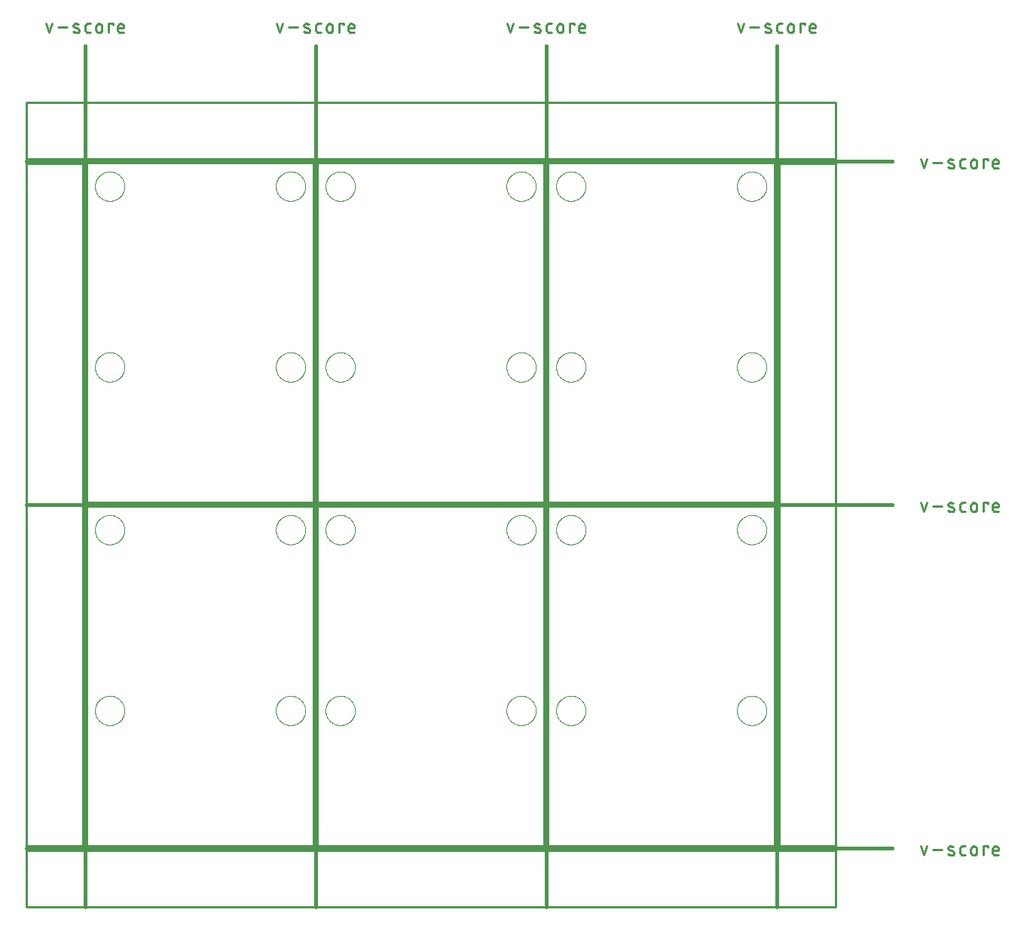
<source format=gko>
G75*
%MOIN*%
%OFA0B0*%
%FSLAX25Y25*%
%IPPOS*%
%LPD*%
%AMOC8*
5,1,8,0,0,1.08239X$1,22.5*
%
%ADD10C,0.00800*%
%ADD11C,0.01500*%
%ADD12C,0.01100*%
%ADD13C,0.01000*%
%ADD14C,0.00000*%
D10*
X0143333Y0295783D02*
X0143333Y0445783D01*
X0243333Y0445783D01*
X0243333Y0295783D01*
X0143333Y0295783D01*
X0245333Y0295783D02*
X0245333Y0445783D01*
X0345333Y0445783D01*
X0345333Y0295783D01*
X0245333Y0295783D01*
X0347333Y0295783D02*
X0347333Y0445783D01*
X0447333Y0445783D01*
X0447333Y0295783D01*
X0347333Y0295783D01*
X0347333Y0447783D02*
X0347333Y0597783D01*
X0447333Y0597783D01*
X0447333Y0447783D01*
X0347333Y0447783D01*
X0345333Y0447783D02*
X0345333Y0597783D01*
X0245333Y0597783D01*
X0245333Y0447783D01*
X0345333Y0447783D01*
X0243333Y0447783D02*
X0243333Y0597783D01*
X0143333Y0597783D01*
X0143333Y0447783D01*
X0243333Y0447783D01*
D11*
X0116333Y0446783D02*
X0499333Y0446783D01*
X0499333Y0598783D02*
X0116333Y0598783D01*
X0142333Y0649783D02*
X0142333Y0268783D01*
X0116333Y0294783D02*
X0499333Y0294783D01*
X0448333Y0268783D02*
X0448333Y0649783D01*
X0346333Y0649783D02*
X0346333Y0268783D01*
X0244333Y0268783D02*
X0244333Y0649783D01*
D12*
X0245554Y0655833D02*
X0246866Y0655833D01*
X0245554Y0655834D02*
X0245492Y0655836D01*
X0245431Y0655842D01*
X0245370Y0655851D01*
X0245310Y0655865D01*
X0245250Y0655882D01*
X0245192Y0655903D01*
X0245135Y0655928D01*
X0245080Y0655956D01*
X0245027Y0655987D01*
X0244976Y0656022D01*
X0244927Y0656060D01*
X0244881Y0656100D01*
X0244837Y0656144D01*
X0244797Y0656190D01*
X0244759Y0656239D01*
X0244724Y0656290D01*
X0244693Y0656343D01*
X0244665Y0656398D01*
X0244640Y0656455D01*
X0244619Y0656513D01*
X0244602Y0656573D01*
X0244588Y0656633D01*
X0244579Y0656694D01*
X0244573Y0656755D01*
X0244571Y0656817D01*
X0244571Y0658783D01*
X0244573Y0658845D01*
X0244579Y0658906D01*
X0244588Y0658967D01*
X0244602Y0659027D01*
X0244619Y0659087D01*
X0244640Y0659145D01*
X0244665Y0659202D01*
X0244693Y0659257D01*
X0244724Y0659310D01*
X0244759Y0659361D01*
X0244797Y0659410D01*
X0244837Y0659456D01*
X0244881Y0659500D01*
X0244927Y0659540D01*
X0244976Y0659578D01*
X0245027Y0659613D01*
X0245080Y0659644D01*
X0245135Y0659672D01*
X0245192Y0659697D01*
X0245250Y0659718D01*
X0245310Y0659735D01*
X0245370Y0659749D01*
X0245431Y0659758D01*
X0245492Y0659764D01*
X0245554Y0659766D01*
X0245554Y0659767D02*
X0246866Y0659767D01*
X0249279Y0658455D02*
X0249279Y0657144D01*
X0249281Y0657073D01*
X0249287Y0657002D01*
X0249296Y0656932D01*
X0249310Y0656862D01*
X0249327Y0656793D01*
X0249348Y0656725D01*
X0249372Y0656659D01*
X0249400Y0656594D01*
X0249432Y0656530D01*
X0249467Y0656468D01*
X0249505Y0656408D01*
X0249546Y0656351D01*
X0249591Y0656295D01*
X0249638Y0656242D01*
X0249688Y0656192D01*
X0249741Y0656145D01*
X0249797Y0656100D01*
X0249854Y0656059D01*
X0249914Y0656021D01*
X0249976Y0655986D01*
X0250040Y0655954D01*
X0250105Y0655926D01*
X0250171Y0655902D01*
X0250239Y0655881D01*
X0250308Y0655864D01*
X0250378Y0655850D01*
X0250448Y0655841D01*
X0250519Y0655835D01*
X0250590Y0655833D01*
X0250661Y0655835D01*
X0250732Y0655841D01*
X0250802Y0655850D01*
X0250872Y0655864D01*
X0250941Y0655881D01*
X0251009Y0655902D01*
X0251075Y0655926D01*
X0251140Y0655954D01*
X0251204Y0655986D01*
X0251266Y0656021D01*
X0251326Y0656059D01*
X0251383Y0656100D01*
X0251439Y0656145D01*
X0251492Y0656192D01*
X0251542Y0656242D01*
X0251589Y0656295D01*
X0251634Y0656351D01*
X0251675Y0656408D01*
X0251713Y0656468D01*
X0251748Y0656530D01*
X0251780Y0656594D01*
X0251808Y0656659D01*
X0251832Y0656725D01*
X0251853Y0656793D01*
X0251870Y0656862D01*
X0251884Y0656932D01*
X0251893Y0657002D01*
X0251899Y0657073D01*
X0251901Y0657144D01*
X0251901Y0658455D01*
X0251899Y0658526D01*
X0251893Y0658597D01*
X0251884Y0658667D01*
X0251870Y0658737D01*
X0251853Y0658806D01*
X0251832Y0658874D01*
X0251808Y0658940D01*
X0251780Y0659005D01*
X0251748Y0659069D01*
X0251713Y0659131D01*
X0251675Y0659191D01*
X0251634Y0659248D01*
X0251589Y0659304D01*
X0251542Y0659357D01*
X0251492Y0659407D01*
X0251439Y0659454D01*
X0251383Y0659499D01*
X0251326Y0659540D01*
X0251266Y0659578D01*
X0251204Y0659613D01*
X0251140Y0659645D01*
X0251075Y0659673D01*
X0251009Y0659697D01*
X0250941Y0659718D01*
X0250872Y0659735D01*
X0250802Y0659749D01*
X0250732Y0659758D01*
X0250661Y0659764D01*
X0250590Y0659766D01*
X0250519Y0659764D01*
X0250448Y0659758D01*
X0250378Y0659749D01*
X0250308Y0659735D01*
X0250239Y0659718D01*
X0250171Y0659697D01*
X0250105Y0659673D01*
X0250040Y0659645D01*
X0249976Y0659613D01*
X0249914Y0659578D01*
X0249854Y0659540D01*
X0249797Y0659499D01*
X0249741Y0659454D01*
X0249688Y0659407D01*
X0249638Y0659357D01*
X0249591Y0659304D01*
X0249546Y0659248D01*
X0249505Y0659191D01*
X0249467Y0659131D01*
X0249432Y0659069D01*
X0249400Y0659005D01*
X0249372Y0658940D01*
X0249348Y0658874D01*
X0249327Y0658806D01*
X0249310Y0658737D01*
X0249296Y0658667D01*
X0249287Y0658597D01*
X0249281Y0658526D01*
X0249279Y0658455D01*
X0254868Y0659767D02*
X0256834Y0659767D01*
X0256834Y0659111D01*
X0254868Y0659767D02*
X0254868Y0655833D01*
X0258920Y0656817D02*
X0258920Y0658455D01*
X0258920Y0657800D02*
X0261542Y0657800D01*
X0261542Y0658455D01*
X0261540Y0658526D01*
X0261534Y0658597D01*
X0261525Y0658667D01*
X0261511Y0658737D01*
X0261494Y0658806D01*
X0261473Y0658874D01*
X0261449Y0658940D01*
X0261421Y0659005D01*
X0261389Y0659069D01*
X0261354Y0659131D01*
X0261316Y0659191D01*
X0261275Y0659248D01*
X0261230Y0659304D01*
X0261183Y0659357D01*
X0261133Y0659407D01*
X0261080Y0659454D01*
X0261024Y0659499D01*
X0260967Y0659540D01*
X0260907Y0659578D01*
X0260845Y0659613D01*
X0260781Y0659645D01*
X0260716Y0659673D01*
X0260650Y0659697D01*
X0260582Y0659718D01*
X0260513Y0659735D01*
X0260443Y0659749D01*
X0260373Y0659758D01*
X0260302Y0659764D01*
X0260231Y0659766D01*
X0260160Y0659764D01*
X0260089Y0659758D01*
X0260019Y0659749D01*
X0259949Y0659735D01*
X0259880Y0659718D01*
X0259812Y0659697D01*
X0259746Y0659673D01*
X0259681Y0659645D01*
X0259617Y0659613D01*
X0259555Y0659578D01*
X0259495Y0659540D01*
X0259438Y0659499D01*
X0259382Y0659454D01*
X0259329Y0659407D01*
X0259279Y0659357D01*
X0259232Y0659304D01*
X0259187Y0659248D01*
X0259146Y0659191D01*
X0259108Y0659131D01*
X0259073Y0659069D01*
X0259041Y0659005D01*
X0259013Y0658940D01*
X0258989Y0658874D01*
X0258968Y0658806D01*
X0258951Y0658737D01*
X0258937Y0658667D01*
X0258928Y0658597D01*
X0258922Y0658526D01*
X0258920Y0658455D01*
X0258920Y0656817D02*
X0258922Y0656755D01*
X0258928Y0656694D01*
X0258937Y0656633D01*
X0258951Y0656573D01*
X0258968Y0656513D01*
X0258989Y0656455D01*
X0259014Y0656398D01*
X0259042Y0656343D01*
X0259073Y0656290D01*
X0259108Y0656239D01*
X0259146Y0656190D01*
X0259186Y0656144D01*
X0259230Y0656100D01*
X0259276Y0656060D01*
X0259325Y0656022D01*
X0259376Y0655987D01*
X0259429Y0655956D01*
X0259484Y0655928D01*
X0259541Y0655903D01*
X0259599Y0655882D01*
X0259659Y0655865D01*
X0259719Y0655851D01*
X0259780Y0655842D01*
X0259841Y0655836D01*
X0259903Y0655834D01*
X0259903Y0655833D02*
X0261542Y0655833D01*
X0241358Y0657472D02*
X0239719Y0658128D01*
X0239667Y0658151D01*
X0239616Y0658178D01*
X0239567Y0658208D01*
X0239520Y0658241D01*
X0239475Y0658277D01*
X0239433Y0658317D01*
X0239394Y0658359D01*
X0239358Y0658403D01*
X0239325Y0658450D01*
X0239295Y0658500D01*
X0239268Y0658551D01*
X0239245Y0658603D01*
X0239226Y0658657D01*
X0239210Y0658713D01*
X0239198Y0658769D01*
X0239190Y0658826D01*
X0239186Y0658883D01*
X0239185Y0658941D01*
X0239189Y0658998D01*
X0239196Y0659055D01*
X0239208Y0659112D01*
X0239223Y0659167D01*
X0239241Y0659222D01*
X0239264Y0659275D01*
X0239290Y0659326D01*
X0239319Y0659375D01*
X0239352Y0659423D01*
X0239388Y0659468D01*
X0239426Y0659510D01*
X0239468Y0659550D01*
X0239512Y0659587D01*
X0239559Y0659621D01*
X0239607Y0659652D01*
X0239658Y0659679D01*
X0239710Y0659703D01*
X0239764Y0659723D01*
X0239819Y0659739D01*
X0239875Y0659752D01*
X0239932Y0659761D01*
X0239990Y0659766D01*
X0240047Y0659767D01*
X0239227Y0656161D02*
X0239361Y0656115D01*
X0239496Y0656072D01*
X0239632Y0656033D01*
X0239769Y0655997D01*
X0239906Y0655965D01*
X0240045Y0655936D01*
X0240184Y0655910D01*
X0240324Y0655889D01*
X0240465Y0655870D01*
X0240605Y0655856D01*
X0240747Y0655845D01*
X0240888Y0655837D01*
X0241030Y0655834D01*
X0241030Y0655833D02*
X0241087Y0655834D01*
X0241145Y0655839D01*
X0241202Y0655848D01*
X0241258Y0655861D01*
X0241313Y0655877D01*
X0241367Y0655897D01*
X0241419Y0655921D01*
X0241470Y0655948D01*
X0241518Y0655979D01*
X0241565Y0656013D01*
X0241609Y0656050D01*
X0241651Y0656090D01*
X0241689Y0656132D01*
X0241725Y0656177D01*
X0241758Y0656225D01*
X0241787Y0656274D01*
X0241813Y0656325D01*
X0241836Y0656378D01*
X0241854Y0656433D01*
X0241869Y0656488D01*
X0241881Y0656545D01*
X0241888Y0656602D01*
X0241892Y0656659D01*
X0241891Y0656717D01*
X0241887Y0656774D01*
X0241879Y0656831D01*
X0241867Y0656887D01*
X0241851Y0656943D01*
X0241832Y0656997D01*
X0241809Y0657049D01*
X0241782Y0657100D01*
X0241752Y0657150D01*
X0241719Y0657197D01*
X0241683Y0657241D01*
X0241644Y0657283D01*
X0241602Y0657323D01*
X0241557Y0657359D01*
X0241510Y0657392D01*
X0241461Y0657422D01*
X0241410Y0657449D01*
X0241358Y0657472D01*
X0241521Y0659439D02*
X0241414Y0659485D01*
X0241305Y0659528D01*
X0241195Y0659568D01*
X0241083Y0659604D01*
X0240971Y0659636D01*
X0240857Y0659665D01*
X0240743Y0659691D01*
X0240628Y0659712D01*
X0240513Y0659731D01*
X0240396Y0659745D01*
X0240280Y0659756D01*
X0240163Y0659763D01*
X0240046Y0659767D01*
X0236351Y0658128D02*
X0232418Y0658128D01*
X0229747Y0659767D02*
X0228435Y0655833D01*
X0227124Y0659767D01*
X0159542Y0658455D02*
X0159542Y0657800D01*
X0156920Y0657800D01*
X0156920Y0658455D02*
X0156920Y0656817D01*
X0156922Y0656755D01*
X0156928Y0656694D01*
X0156937Y0656633D01*
X0156951Y0656573D01*
X0156968Y0656513D01*
X0156989Y0656455D01*
X0157014Y0656398D01*
X0157042Y0656343D01*
X0157073Y0656290D01*
X0157108Y0656239D01*
X0157146Y0656190D01*
X0157186Y0656144D01*
X0157230Y0656100D01*
X0157276Y0656060D01*
X0157325Y0656022D01*
X0157376Y0655987D01*
X0157429Y0655956D01*
X0157484Y0655928D01*
X0157541Y0655903D01*
X0157599Y0655882D01*
X0157659Y0655865D01*
X0157719Y0655851D01*
X0157780Y0655842D01*
X0157841Y0655836D01*
X0157903Y0655834D01*
X0157903Y0655833D02*
X0159542Y0655833D01*
X0159542Y0658455D02*
X0159540Y0658526D01*
X0159534Y0658597D01*
X0159525Y0658667D01*
X0159511Y0658737D01*
X0159494Y0658806D01*
X0159473Y0658874D01*
X0159449Y0658940D01*
X0159421Y0659005D01*
X0159389Y0659069D01*
X0159354Y0659131D01*
X0159316Y0659191D01*
X0159275Y0659248D01*
X0159230Y0659304D01*
X0159183Y0659357D01*
X0159133Y0659407D01*
X0159080Y0659454D01*
X0159024Y0659499D01*
X0158967Y0659540D01*
X0158907Y0659578D01*
X0158845Y0659613D01*
X0158781Y0659645D01*
X0158716Y0659673D01*
X0158650Y0659697D01*
X0158582Y0659718D01*
X0158513Y0659735D01*
X0158443Y0659749D01*
X0158373Y0659758D01*
X0158302Y0659764D01*
X0158231Y0659766D01*
X0158160Y0659764D01*
X0158089Y0659758D01*
X0158019Y0659749D01*
X0157949Y0659735D01*
X0157880Y0659718D01*
X0157812Y0659697D01*
X0157746Y0659673D01*
X0157681Y0659645D01*
X0157617Y0659613D01*
X0157555Y0659578D01*
X0157495Y0659540D01*
X0157438Y0659499D01*
X0157382Y0659454D01*
X0157329Y0659407D01*
X0157279Y0659357D01*
X0157232Y0659304D01*
X0157187Y0659248D01*
X0157146Y0659191D01*
X0157108Y0659131D01*
X0157073Y0659069D01*
X0157041Y0659005D01*
X0157013Y0658940D01*
X0156989Y0658874D01*
X0156968Y0658806D01*
X0156951Y0658737D01*
X0156937Y0658667D01*
X0156928Y0658597D01*
X0156922Y0658526D01*
X0156920Y0658455D01*
X0154834Y0659111D02*
X0154834Y0659767D01*
X0152868Y0659767D01*
X0152868Y0655833D01*
X0149901Y0657144D02*
X0149901Y0658455D01*
X0149899Y0658526D01*
X0149893Y0658597D01*
X0149884Y0658667D01*
X0149870Y0658737D01*
X0149853Y0658806D01*
X0149832Y0658874D01*
X0149808Y0658940D01*
X0149780Y0659005D01*
X0149748Y0659069D01*
X0149713Y0659131D01*
X0149675Y0659191D01*
X0149634Y0659248D01*
X0149589Y0659304D01*
X0149542Y0659357D01*
X0149492Y0659407D01*
X0149439Y0659454D01*
X0149383Y0659499D01*
X0149326Y0659540D01*
X0149266Y0659578D01*
X0149204Y0659613D01*
X0149140Y0659645D01*
X0149075Y0659673D01*
X0149009Y0659697D01*
X0148941Y0659718D01*
X0148872Y0659735D01*
X0148802Y0659749D01*
X0148732Y0659758D01*
X0148661Y0659764D01*
X0148590Y0659766D01*
X0148519Y0659764D01*
X0148448Y0659758D01*
X0148378Y0659749D01*
X0148308Y0659735D01*
X0148239Y0659718D01*
X0148171Y0659697D01*
X0148105Y0659673D01*
X0148040Y0659645D01*
X0147976Y0659613D01*
X0147914Y0659578D01*
X0147854Y0659540D01*
X0147797Y0659499D01*
X0147741Y0659454D01*
X0147688Y0659407D01*
X0147638Y0659357D01*
X0147591Y0659304D01*
X0147546Y0659248D01*
X0147505Y0659191D01*
X0147467Y0659131D01*
X0147432Y0659069D01*
X0147400Y0659005D01*
X0147372Y0658940D01*
X0147348Y0658874D01*
X0147327Y0658806D01*
X0147310Y0658737D01*
X0147296Y0658667D01*
X0147287Y0658597D01*
X0147281Y0658526D01*
X0147279Y0658455D01*
X0147279Y0657144D01*
X0147281Y0657073D01*
X0147287Y0657002D01*
X0147296Y0656932D01*
X0147310Y0656862D01*
X0147327Y0656793D01*
X0147348Y0656725D01*
X0147372Y0656659D01*
X0147400Y0656594D01*
X0147432Y0656530D01*
X0147467Y0656468D01*
X0147505Y0656408D01*
X0147546Y0656351D01*
X0147591Y0656295D01*
X0147638Y0656242D01*
X0147688Y0656192D01*
X0147741Y0656145D01*
X0147797Y0656100D01*
X0147854Y0656059D01*
X0147914Y0656021D01*
X0147976Y0655986D01*
X0148040Y0655954D01*
X0148105Y0655926D01*
X0148171Y0655902D01*
X0148239Y0655881D01*
X0148308Y0655864D01*
X0148378Y0655850D01*
X0148448Y0655841D01*
X0148519Y0655835D01*
X0148590Y0655833D01*
X0148661Y0655835D01*
X0148732Y0655841D01*
X0148802Y0655850D01*
X0148872Y0655864D01*
X0148941Y0655881D01*
X0149009Y0655902D01*
X0149075Y0655926D01*
X0149140Y0655954D01*
X0149204Y0655986D01*
X0149266Y0656021D01*
X0149326Y0656059D01*
X0149383Y0656100D01*
X0149439Y0656145D01*
X0149492Y0656192D01*
X0149542Y0656242D01*
X0149589Y0656295D01*
X0149634Y0656351D01*
X0149675Y0656408D01*
X0149713Y0656468D01*
X0149748Y0656530D01*
X0149780Y0656594D01*
X0149808Y0656659D01*
X0149832Y0656725D01*
X0149853Y0656793D01*
X0149870Y0656862D01*
X0149884Y0656932D01*
X0149893Y0657002D01*
X0149899Y0657073D01*
X0149901Y0657144D01*
X0144866Y0655833D02*
X0143554Y0655833D01*
X0143554Y0655834D02*
X0143492Y0655836D01*
X0143431Y0655842D01*
X0143370Y0655851D01*
X0143310Y0655865D01*
X0143250Y0655882D01*
X0143192Y0655903D01*
X0143135Y0655928D01*
X0143080Y0655956D01*
X0143027Y0655987D01*
X0142976Y0656022D01*
X0142927Y0656060D01*
X0142881Y0656100D01*
X0142837Y0656144D01*
X0142797Y0656190D01*
X0142759Y0656239D01*
X0142724Y0656290D01*
X0142693Y0656343D01*
X0142665Y0656398D01*
X0142640Y0656455D01*
X0142619Y0656513D01*
X0142602Y0656573D01*
X0142588Y0656633D01*
X0142579Y0656694D01*
X0142573Y0656755D01*
X0142571Y0656817D01*
X0142571Y0658783D01*
X0142573Y0658845D01*
X0142579Y0658906D01*
X0142588Y0658967D01*
X0142602Y0659027D01*
X0142619Y0659087D01*
X0142640Y0659145D01*
X0142665Y0659202D01*
X0142693Y0659257D01*
X0142724Y0659310D01*
X0142759Y0659361D01*
X0142797Y0659410D01*
X0142837Y0659456D01*
X0142881Y0659500D01*
X0142927Y0659540D01*
X0142976Y0659578D01*
X0143027Y0659613D01*
X0143080Y0659644D01*
X0143135Y0659672D01*
X0143192Y0659697D01*
X0143250Y0659718D01*
X0143310Y0659735D01*
X0143370Y0659749D01*
X0143431Y0659758D01*
X0143492Y0659764D01*
X0143554Y0659766D01*
X0143554Y0659767D02*
X0144866Y0659767D01*
X0139358Y0657472D02*
X0137719Y0658128D01*
X0137667Y0658151D01*
X0137616Y0658178D01*
X0137567Y0658208D01*
X0137520Y0658241D01*
X0137475Y0658277D01*
X0137433Y0658317D01*
X0137394Y0658359D01*
X0137358Y0658403D01*
X0137325Y0658450D01*
X0137295Y0658500D01*
X0137268Y0658551D01*
X0137245Y0658603D01*
X0137226Y0658657D01*
X0137210Y0658713D01*
X0137198Y0658769D01*
X0137190Y0658826D01*
X0137186Y0658883D01*
X0137185Y0658941D01*
X0137189Y0658998D01*
X0137196Y0659055D01*
X0137208Y0659112D01*
X0137223Y0659167D01*
X0137241Y0659222D01*
X0137264Y0659275D01*
X0137290Y0659326D01*
X0137319Y0659375D01*
X0137352Y0659423D01*
X0137388Y0659468D01*
X0137426Y0659510D01*
X0137468Y0659550D01*
X0137512Y0659587D01*
X0137559Y0659621D01*
X0137607Y0659652D01*
X0137658Y0659679D01*
X0137710Y0659703D01*
X0137764Y0659723D01*
X0137819Y0659739D01*
X0137875Y0659752D01*
X0137932Y0659761D01*
X0137990Y0659766D01*
X0138047Y0659767D01*
X0137227Y0656161D02*
X0137361Y0656115D01*
X0137496Y0656072D01*
X0137632Y0656033D01*
X0137769Y0655997D01*
X0137906Y0655965D01*
X0138045Y0655936D01*
X0138184Y0655910D01*
X0138324Y0655889D01*
X0138465Y0655870D01*
X0138605Y0655856D01*
X0138747Y0655845D01*
X0138888Y0655837D01*
X0139030Y0655834D01*
X0139030Y0655833D02*
X0139087Y0655834D01*
X0139145Y0655839D01*
X0139202Y0655848D01*
X0139258Y0655861D01*
X0139313Y0655877D01*
X0139367Y0655897D01*
X0139419Y0655921D01*
X0139470Y0655948D01*
X0139518Y0655979D01*
X0139565Y0656013D01*
X0139609Y0656050D01*
X0139651Y0656090D01*
X0139689Y0656132D01*
X0139725Y0656177D01*
X0139758Y0656225D01*
X0139787Y0656274D01*
X0139813Y0656325D01*
X0139836Y0656378D01*
X0139854Y0656433D01*
X0139869Y0656488D01*
X0139881Y0656545D01*
X0139888Y0656602D01*
X0139892Y0656659D01*
X0139891Y0656717D01*
X0139887Y0656774D01*
X0139879Y0656831D01*
X0139867Y0656887D01*
X0139851Y0656943D01*
X0139832Y0656997D01*
X0139809Y0657049D01*
X0139782Y0657100D01*
X0139752Y0657150D01*
X0139719Y0657197D01*
X0139683Y0657241D01*
X0139644Y0657283D01*
X0139602Y0657323D01*
X0139557Y0657359D01*
X0139510Y0657392D01*
X0139461Y0657422D01*
X0139410Y0657449D01*
X0139358Y0657472D01*
X0139521Y0659439D02*
X0139414Y0659485D01*
X0139305Y0659528D01*
X0139195Y0659568D01*
X0139083Y0659604D01*
X0138971Y0659636D01*
X0138857Y0659665D01*
X0138743Y0659691D01*
X0138628Y0659712D01*
X0138513Y0659731D01*
X0138396Y0659745D01*
X0138280Y0659756D01*
X0138163Y0659763D01*
X0138046Y0659767D01*
X0134351Y0658128D02*
X0130418Y0658128D01*
X0127747Y0659767D02*
X0126435Y0655833D01*
X0125124Y0659767D01*
X0329124Y0659767D02*
X0330435Y0655833D01*
X0331747Y0659767D01*
X0334418Y0658128D02*
X0338351Y0658128D01*
X0341719Y0658128D02*
X0343358Y0657472D01*
X0343410Y0657449D01*
X0343461Y0657422D01*
X0343510Y0657392D01*
X0343557Y0657359D01*
X0343602Y0657323D01*
X0343644Y0657283D01*
X0343683Y0657241D01*
X0343719Y0657197D01*
X0343752Y0657150D01*
X0343782Y0657100D01*
X0343809Y0657049D01*
X0343832Y0656997D01*
X0343851Y0656943D01*
X0343867Y0656887D01*
X0343879Y0656831D01*
X0343887Y0656774D01*
X0343891Y0656717D01*
X0343892Y0656659D01*
X0343888Y0656602D01*
X0343881Y0656545D01*
X0343869Y0656488D01*
X0343854Y0656433D01*
X0343836Y0656378D01*
X0343813Y0656325D01*
X0343787Y0656274D01*
X0343758Y0656225D01*
X0343725Y0656177D01*
X0343689Y0656132D01*
X0343651Y0656090D01*
X0343609Y0656050D01*
X0343565Y0656013D01*
X0343518Y0655979D01*
X0343470Y0655948D01*
X0343419Y0655921D01*
X0343367Y0655897D01*
X0343313Y0655877D01*
X0343258Y0655861D01*
X0343202Y0655848D01*
X0343145Y0655839D01*
X0343087Y0655834D01*
X0343030Y0655833D01*
X0343521Y0659439D02*
X0343414Y0659485D01*
X0343305Y0659528D01*
X0343195Y0659568D01*
X0343083Y0659604D01*
X0342971Y0659636D01*
X0342857Y0659665D01*
X0342743Y0659691D01*
X0342628Y0659712D01*
X0342513Y0659731D01*
X0342396Y0659745D01*
X0342280Y0659756D01*
X0342163Y0659763D01*
X0342046Y0659767D01*
X0342047Y0659767D02*
X0341990Y0659766D01*
X0341932Y0659761D01*
X0341875Y0659752D01*
X0341819Y0659739D01*
X0341764Y0659723D01*
X0341710Y0659703D01*
X0341658Y0659679D01*
X0341607Y0659652D01*
X0341559Y0659621D01*
X0341512Y0659587D01*
X0341468Y0659550D01*
X0341426Y0659510D01*
X0341388Y0659468D01*
X0341352Y0659423D01*
X0341319Y0659375D01*
X0341290Y0659326D01*
X0341264Y0659275D01*
X0341241Y0659222D01*
X0341223Y0659167D01*
X0341208Y0659112D01*
X0341196Y0659055D01*
X0341189Y0658998D01*
X0341185Y0658941D01*
X0341186Y0658883D01*
X0341190Y0658826D01*
X0341198Y0658769D01*
X0341210Y0658713D01*
X0341226Y0658657D01*
X0341245Y0658603D01*
X0341268Y0658551D01*
X0341295Y0658500D01*
X0341325Y0658450D01*
X0341358Y0658403D01*
X0341394Y0658359D01*
X0341433Y0658317D01*
X0341475Y0658277D01*
X0341520Y0658241D01*
X0341567Y0658208D01*
X0341616Y0658178D01*
X0341667Y0658151D01*
X0341719Y0658128D01*
X0341227Y0656161D02*
X0341361Y0656115D01*
X0341496Y0656072D01*
X0341632Y0656033D01*
X0341769Y0655997D01*
X0341906Y0655965D01*
X0342045Y0655936D01*
X0342184Y0655910D01*
X0342324Y0655889D01*
X0342465Y0655870D01*
X0342605Y0655856D01*
X0342747Y0655845D01*
X0342888Y0655837D01*
X0343030Y0655834D01*
X0346571Y0656817D02*
X0346571Y0658783D01*
X0346573Y0658845D01*
X0346579Y0658906D01*
X0346588Y0658967D01*
X0346602Y0659027D01*
X0346619Y0659087D01*
X0346640Y0659145D01*
X0346665Y0659202D01*
X0346693Y0659257D01*
X0346724Y0659310D01*
X0346759Y0659361D01*
X0346797Y0659410D01*
X0346837Y0659456D01*
X0346881Y0659500D01*
X0346927Y0659540D01*
X0346976Y0659578D01*
X0347027Y0659613D01*
X0347080Y0659644D01*
X0347135Y0659672D01*
X0347192Y0659697D01*
X0347250Y0659718D01*
X0347310Y0659735D01*
X0347370Y0659749D01*
X0347431Y0659758D01*
X0347492Y0659764D01*
X0347554Y0659766D01*
X0347554Y0659767D02*
X0348866Y0659767D01*
X0351279Y0658455D02*
X0351279Y0657144D01*
X0351281Y0657073D01*
X0351287Y0657002D01*
X0351296Y0656932D01*
X0351310Y0656862D01*
X0351327Y0656793D01*
X0351348Y0656725D01*
X0351372Y0656659D01*
X0351400Y0656594D01*
X0351432Y0656530D01*
X0351467Y0656468D01*
X0351505Y0656408D01*
X0351546Y0656351D01*
X0351591Y0656295D01*
X0351638Y0656242D01*
X0351688Y0656192D01*
X0351741Y0656145D01*
X0351797Y0656100D01*
X0351854Y0656059D01*
X0351914Y0656021D01*
X0351976Y0655986D01*
X0352040Y0655954D01*
X0352105Y0655926D01*
X0352171Y0655902D01*
X0352239Y0655881D01*
X0352308Y0655864D01*
X0352378Y0655850D01*
X0352448Y0655841D01*
X0352519Y0655835D01*
X0352590Y0655833D01*
X0352661Y0655835D01*
X0352732Y0655841D01*
X0352802Y0655850D01*
X0352872Y0655864D01*
X0352941Y0655881D01*
X0353009Y0655902D01*
X0353075Y0655926D01*
X0353140Y0655954D01*
X0353204Y0655986D01*
X0353266Y0656021D01*
X0353326Y0656059D01*
X0353383Y0656100D01*
X0353439Y0656145D01*
X0353492Y0656192D01*
X0353542Y0656242D01*
X0353589Y0656295D01*
X0353634Y0656351D01*
X0353675Y0656408D01*
X0353713Y0656468D01*
X0353748Y0656530D01*
X0353780Y0656594D01*
X0353808Y0656659D01*
X0353832Y0656725D01*
X0353853Y0656793D01*
X0353870Y0656862D01*
X0353884Y0656932D01*
X0353893Y0657002D01*
X0353899Y0657073D01*
X0353901Y0657144D01*
X0353901Y0658455D01*
X0353899Y0658526D01*
X0353893Y0658597D01*
X0353884Y0658667D01*
X0353870Y0658737D01*
X0353853Y0658806D01*
X0353832Y0658874D01*
X0353808Y0658940D01*
X0353780Y0659005D01*
X0353748Y0659069D01*
X0353713Y0659131D01*
X0353675Y0659191D01*
X0353634Y0659248D01*
X0353589Y0659304D01*
X0353542Y0659357D01*
X0353492Y0659407D01*
X0353439Y0659454D01*
X0353383Y0659499D01*
X0353326Y0659540D01*
X0353266Y0659578D01*
X0353204Y0659613D01*
X0353140Y0659645D01*
X0353075Y0659673D01*
X0353009Y0659697D01*
X0352941Y0659718D01*
X0352872Y0659735D01*
X0352802Y0659749D01*
X0352732Y0659758D01*
X0352661Y0659764D01*
X0352590Y0659766D01*
X0352519Y0659764D01*
X0352448Y0659758D01*
X0352378Y0659749D01*
X0352308Y0659735D01*
X0352239Y0659718D01*
X0352171Y0659697D01*
X0352105Y0659673D01*
X0352040Y0659645D01*
X0351976Y0659613D01*
X0351914Y0659578D01*
X0351854Y0659540D01*
X0351797Y0659499D01*
X0351741Y0659454D01*
X0351688Y0659407D01*
X0351638Y0659357D01*
X0351591Y0659304D01*
X0351546Y0659248D01*
X0351505Y0659191D01*
X0351467Y0659131D01*
X0351432Y0659069D01*
X0351400Y0659005D01*
X0351372Y0658940D01*
X0351348Y0658874D01*
X0351327Y0658806D01*
X0351310Y0658737D01*
X0351296Y0658667D01*
X0351287Y0658597D01*
X0351281Y0658526D01*
X0351279Y0658455D01*
X0348866Y0655833D02*
X0347554Y0655833D01*
X0347554Y0655834D02*
X0347492Y0655836D01*
X0347431Y0655842D01*
X0347370Y0655851D01*
X0347310Y0655865D01*
X0347250Y0655882D01*
X0347192Y0655903D01*
X0347135Y0655928D01*
X0347080Y0655956D01*
X0347027Y0655987D01*
X0346976Y0656022D01*
X0346927Y0656060D01*
X0346881Y0656100D01*
X0346837Y0656144D01*
X0346797Y0656190D01*
X0346759Y0656239D01*
X0346724Y0656290D01*
X0346693Y0656343D01*
X0346665Y0656398D01*
X0346640Y0656455D01*
X0346619Y0656513D01*
X0346602Y0656573D01*
X0346588Y0656633D01*
X0346579Y0656694D01*
X0346573Y0656755D01*
X0346571Y0656817D01*
X0356868Y0655833D02*
X0356868Y0659767D01*
X0358834Y0659767D01*
X0358834Y0659111D01*
X0360920Y0658455D02*
X0360920Y0656817D01*
X0360920Y0657800D02*
X0363542Y0657800D01*
X0363542Y0658455D01*
X0363540Y0658526D01*
X0363534Y0658597D01*
X0363525Y0658667D01*
X0363511Y0658737D01*
X0363494Y0658806D01*
X0363473Y0658874D01*
X0363449Y0658940D01*
X0363421Y0659005D01*
X0363389Y0659069D01*
X0363354Y0659131D01*
X0363316Y0659191D01*
X0363275Y0659248D01*
X0363230Y0659304D01*
X0363183Y0659357D01*
X0363133Y0659407D01*
X0363080Y0659454D01*
X0363024Y0659499D01*
X0362967Y0659540D01*
X0362907Y0659578D01*
X0362845Y0659613D01*
X0362781Y0659645D01*
X0362716Y0659673D01*
X0362650Y0659697D01*
X0362582Y0659718D01*
X0362513Y0659735D01*
X0362443Y0659749D01*
X0362373Y0659758D01*
X0362302Y0659764D01*
X0362231Y0659766D01*
X0362160Y0659764D01*
X0362089Y0659758D01*
X0362019Y0659749D01*
X0361949Y0659735D01*
X0361880Y0659718D01*
X0361812Y0659697D01*
X0361746Y0659673D01*
X0361681Y0659645D01*
X0361617Y0659613D01*
X0361555Y0659578D01*
X0361495Y0659540D01*
X0361438Y0659499D01*
X0361382Y0659454D01*
X0361329Y0659407D01*
X0361279Y0659357D01*
X0361232Y0659304D01*
X0361187Y0659248D01*
X0361146Y0659191D01*
X0361108Y0659131D01*
X0361073Y0659069D01*
X0361041Y0659005D01*
X0361013Y0658940D01*
X0360989Y0658874D01*
X0360968Y0658806D01*
X0360951Y0658737D01*
X0360937Y0658667D01*
X0360928Y0658597D01*
X0360922Y0658526D01*
X0360920Y0658455D01*
X0360920Y0656817D02*
X0360922Y0656755D01*
X0360928Y0656694D01*
X0360937Y0656633D01*
X0360951Y0656573D01*
X0360968Y0656513D01*
X0360989Y0656455D01*
X0361014Y0656398D01*
X0361042Y0656343D01*
X0361073Y0656290D01*
X0361108Y0656239D01*
X0361146Y0656190D01*
X0361186Y0656144D01*
X0361230Y0656100D01*
X0361276Y0656060D01*
X0361325Y0656022D01*
X0361376Y0655987D01*
X0361429Y0655956D01*
X0361484Y0655928D01*
X0361541Y0655903D01*
X0361599Y0655882D01*
X0361659Y0655865D01*
X0361719Y0655851D01*
X0361780Y0655842D01*
X0361841Y0655836D01*
X0361903Y0655834D01*
X0361903Y0655833D02*
X0363542Y0655833D01*
X0431124Y0659767D02*
X0432435Y0655833D01*
X0433747Y0659767D01*
X0436418Y0658128D02*
X0440351Y0658128D01*
X0443719Y0658128D02*
X0445358Y0657472D01*
X0445410Y0657449D01*
X0445461Y0657422D01*
X0445510Y0657392D01*
X0445557Y0657359D01*
X0445602Y0657323D01*
X0445644Y0657283D01*
X0445683Y0657241D01*
X0445719Y0657197D01*
X0445752Y0657150D01*
X0445782Y0657100D01*
X0445809Y0657049D01*
X0445832Y0656997D01*
X0445851Y0656943D01*
X0445867Y0656887D01*
X0445879Y0656831D01*
X0445887Y0656774D01*
X0445891Y0656717D01*
X0445892Y0656659D01*
X0445888Y0656602D01*
X0445881Y0656545D01*
X0445869Y0656488D01*
X0445854Y0656433D01*
X0445836Y0656378D01*
X0445813Y0656325D01*
X0445787Y0656274D01*
X0445758Y0656225D01*
X0445725Y0656177D01*
X0445689Y0656132D01*
X0445651Y0656090D01*
X0445609Y0656050D01*
X0445565Y0656013D01*
X0445518Y0655979D01*
X0445470Y0655948D01*
X0445419Y0655921D01*
X0445367Y0655897D01*
X0445313Y0655877D01*
X0445258Y0655861D01*
X0445202Y0655848D01*
X0445145Y0655839D01*
X0445087Y0655834D01*
X0445030Y0655833D01*
X0445521Y0659439D02*
X0445414Y0659485D01*
X0445305Y0659528D01*
X0445195Y0659568D01*
X0445083Y0659604D01*
X0444971Y0659636D01*
X0444857Y0659665D01*
X0444743Y0659691D01*
X0444628Y0659712D01*
X0444513Y0659731D01*
X0444396Y0659745D01*
X0444280Y0659756D01*
X0444163Y0659763D01*
X0444046Y0659767D01*
X0444047Y0659767D02*
X0443990Y0659766D01*
X0443932Y0659761D01*
X0443875Y0659752D01*
X0443819Y0659739D01*
X0443764Y0659723D01*
X0443710Y0659703D01*
X0443658Y0659679D01*
X0443607Y0659652D01*
X0443559Y0659621D01*
X0443512Y0659587D01*
X0443468Y0659550D01*
X0443426Y0659510D01*
X0443388Y0659468D01*
X0443352Y0659423D01*
X0443319Y0659375D01*
X0443290Y0659326D01*
X0443264Y0659275D01*
X0443241Y0659222D01*
X0443223Y0659167D01*
X0443208Y0659112D01*
X0443196Y0659055D01*
X0443189Y0658998D01*
X0443185Y0658941D01*
X0443186Y0658883D01*
X0443190Y0658826D01*
X0443198Y0658769D01*
X0443210Y0658713D01*
X0443226Y0658657D01*
X0443245Y0658603D01*
X0443268Y0658551D01*
X0443295Y0658500D01*
X0443325Y0658450D01*
X0443358Y0658403D01*
X0443394Y0658359D01*
X0443433Y0658317D01*
X0443475Y0658277D01*
X0443520Y0658241D01*
X0443567Y0658208D01*
X0443616Y0658178D01*
X0443667Y0658151D01*
X0443719Y0658128D01*
X0443227Y0656161D02*
X0443361Y0656115D01*
X0443496Y0656072D01*
X0443632Y0656033D01*
X0443769Y0655997D01*
X0443906Y0655965D01*
X0444045Y0655936D01*
X0444184Y0655910D01*
X0444324Y0655889D01*
X0444465Y0655870D01*
X0444605Y0655856D01*
X0444747Y0655845D01*
X0444888Y0655837D01*
X0445030Y0655834D01*
X0448571Y0656817D02*
X0448571Y0658783D01*
X0448573Y0658845D01*
X0448579Y0658906D01*
X0448588Y0658967D01*
X0448602Y0659027D01*
X0448619Y0659087D01*
X0448640Y0659145D01*
X0448665Y0659202D01*
X0448693Y0659257D01*
X0448724Y0659310D01*
X0448759Y0659361D01*
X0448797Y0659410D01*
X0448837Y0659456D01*
X0448881Y0659500D01*
X0448927Y0659540D01*
X0448976Y0659578D01*
X0449027Y0659613D01*
X0449080Y0659644D01*
X0449135Y0659672D01*
X0449192Y0659697D01*
X0449250Y0659718D01*
X0449310Y0659735D01*
X0449370Y0659749D01*
X0449431Y0659758D01*
X0449492Y0659764D01*
X0449554Y0659766D01*
X0449554Y0659767D02*
X0450866Y0659767D01*
X0453279Y0658455D02*
X0453279Y0657144D01*
X0453281Y0657073D01*
X0453287Y0657002D01*
X0453296Y0656932D01*
X0453310Y0656862D01*
X0453327Y0656793D01*
X0453348Y0656725D01*
X0453372Y0656659D01*
X0453400Y0656594D01*
X0453432Y0656530D01*
X0453467Y0656468D01*
X0453505Y0656408D01*
X0453546Y0656351D01*
X0453591Y0656295D01*
X0453638Y0656242D01*
X0453688Y0656192D01*
X0453741Y0656145D01*
X0453797Y0656100D01*
X0453854Y0656059D01*
X0453914Y0656021D01*
X0453976Y0655986D01*
X0454040Y0655954D01*
X0454105Y0655926D01*
X0454171Y0655902D01*
X0454239Y0655881D01*
X0454308Y0655864D01*
X0454378Y0655850D01*
X0454448Y0655841D01*
X0454519Y0655835D01*
X0454590Y0655833D01*
X0454661Y0655835D01*
X0454732Y0655841D01*
X0454802Y0655850D01*
X0454872Y0655864D01*
X0454941Y0655881D01*
X0455009Y0655902D01*
X0455075Y0655926D01*
X0455140Y0655954D01*
X0455204Y0655986D01*
X0455266Y0656021D01*
X0455326Y0656059D01*
X0455383Y0656100D01*
X0455439Y0656145D01*
X0455492Y0656192D01*
X0455542Y0656242D01*
X0455589Y0656295D01*
X0455634Y0656351D01*
X0455675Y0656408D01*
X0455713Y0656468D01*
X0455748Y0656530D01*
X0455780Y0656594D01*
X0455808Y0656659D01*
X0455832Y0656725D01*
X0455853Y0656793D01*
X0455870Y0656862D01*
X0455884Y0656932D01*
X0455893Y0657002D01*
X0455899Y0657073D01*
X0455901Y0657144D01*
X0455901Y0658455D01*
X0455899Y0658526D01*
X0455893Y0658597D01*
X0455884Y0658667D01*
X0455870Y0658737D01*
X0455853Y0658806D01*
X0455832Y0658874D01*
X0455808Y0658940D01*
X0455780Y0659005D01*
X0455748Y0659069D01*
X0455713Y0659131D01*
X0455675Y0659191D01*
X0455634Y0659248D01*
X0455589Y0659304D01*
X0455542Y0659357D01*
X0455492Y0659407D01*
X0455439Y0659454D01*
X0455383Y0659499D01*
X0455326Y0659540D01*
X0455266Y0659578D01*
X0455204Y0659613D01*
X0455140Y0659645D01*
X0455075Y0659673D01*
X0455009Y0659697D01*
X0454941Y0659718D01*
X0454872Y0659735D01*
X0454802Y0659749D01*
X0454732Y0659758D01*
X0454661Y0659764D01*
X0454590Y0659766D01*
X0454519Y0659764D01*
X0454448Y0659758D01*
X0454378Y0659749D01*
X0454308Y0659735D01*
X0454239Y0659718D01*
X0454171Y0659697D01*
X0454105Y0659673D01*
X0454040Y0659645D01*
X0453976Y0659613D01*
X0453914Y0659578D01*
X0453854Y0659540D01*
X0453797Y0659499D01*
X0453741Y0659454D01*
X0453688Y0659407D01*
X0453638Y0659357D01*
X0453591Y0659304D01*
X0453546Y0659248D01*
X0453505Y0659191D01*
X0453467Y0659131D01*
X0453432Y0659069D01*
X0453400Y0659005D01*
X0453372Y0658940D01*
X0453348Y0658874D01*
X0453327Y0658806D01*
X0453310Y0658737D01*
X0453296Y0658667D01*
X0453287Y0658597D01*
X0453281Y0658526D01*
X0453279Y0658455D01*
X0450866Y0655833D02*
X0449554Y0655833D01*
X0449554Y0655834D02*
X0449492Y0655836D01*
X0449431Y0655842D01*
X0449370Y0655851D01*
X0449310Y0655865D01*
X0449250Y0655882D01*
X0449192Y0655903D01*
X0449135Y0655928D01*
X0449080Y0655956D01*
X0449027Y0655987D01*
X0448976Y0656022D01*
X0448927Y0656060D01*
X0448881Y0656100D01*
X0448837Y0656144D01*
X0448797Y0656190D01*
X0448759Y0656239D01*
X0448724Y0656290D01*
X0448693Y0656343D01*
X0448665Y0656398D01*
X0448640Y0656455D01*
X0448619Y0656513D01*
X0448602Y0656573D01*
X0448588Y0656633D01*
X0448579Y0656694D01*
X0448573Y0656755D01*
X0448571Y0656817D01*
X0458868Y0655833D02*
X0458868Y0659767D01*
X0460834Y0659767D01*
X0460834Y0659111D01*
X0462920Y0658455D02*
X0462920Y0656817D01*
X0462920Y0657800D02*
X0465542Y0657800D01*
X0465542Y0658455D01*
X0465540Y0658526D01*
X0465534Y0658597D01*
X0465525Y0658667D01*
X0465511Y0658737D01*
X0465494Y0658806D01*
X0465473Y0658874D01*
X0465449Y0658940D01*
X0465421Y0659005D01*
X0465389Y0659069D01*
X0465354Y0659131D01*
X0465316Y0659191D01*
X0465275Y0659248D01*
X0465230Y0659304D01*
X0465183Y0659357D01*
X0465133Y0659407D01*
X0465080Y0659454D01*
X0465024Y0659499D01*
X0464967Y0659540D01*
X0464907Y0659578D01*
X0464845Y0659613D01*
X0464781Y0659645D01*
X0464716Y0659673D01*
X0464650Y0659697D01*
X0464582Y0659718D01*
X0464513Y0659735D01*
X0464443Y0659749D01*
X0464373Y0659758D01*
X0464302Y0659764D01*
X0464231Y0659766D01*
X0464160Y0659764D01*
X0464089Y0659758D01*
X0464019Y0659749D01*
X0463949Y0659735D01*
X0463880Y0659718D01*
X0463812Y0659697D01*
X0463746Y0659673D01*
X0463681Y0659645D01*
X0463617Y0659613D01*
X0463555Y0659578D01*
X0463495Y0659540D01*
X0463438Y0659499D01*
X0463382Y0659454D01*
X0463329Y0659407D01*
X0463279Y0659357D01*
X0463232Y0659304D01*
X0463187Y0659248D01*
X0463146Y0659191D01*
X0463108Y0659131D01*
X0463073Y0659069D01*
X0463041Y0659005D01*
X0463013Y0658940D01*
X0462989Y0658874D01*
X0462968Y0658806D01*
X0462951Y0658737D01*
X0462937Y0658667D01*
X0462928Y0658597D01*
X0462922Y0658526D01*
X0462920Y0658455D01*
X0462920Y0656817D02*
X0462922Y0656755D01*
X0462928Y0656694D01*
X0462937Y0656633D01*
X0462951Y0656573D01*
X0462968Y0656513D01*
X0462989Y0656455D01*
X0463014Y0656398D01*
X0463042Y0656343D01*
X0463073Y0656290D01*
X0463108Y0656239D01*
X0463146Y0656190D01*
X0463186Y0656144D01*
X0463230Y0656100D01*
X0463276Y0656060D01*
X0463325Y0656022D01*
X0463376Y0655987D01*
X0463429Y0655956D01*
X0463484Y0655928D01*
X0463541Y0655903D01*
X0463599Y0655882D01*
X0463659Y0655865D01*
X0463719Y0655851D01*
X0463780Y0655842D01*
X0463841Y0655836D01*
X0463903Y0655834D01*
X0463903Y0655833D02*
X0465542Y0655833D01*
X0512124Y0599767D02*
X0513435Y0595833D01*
X0514747Y0599767D01*
X0517418Y0598128D02*
X0521351Y0598128D01*
X0524719Y0598128D02*
X0526358Y0597472D01*
X0526410Y0597449D01*
X0526461Y0597422D01*
X0526510Y0597392D01*
X0526557Y0597359D01*
X0526602Y0597323D01*
X0526644Y0597283D01*
X0526683Y0597241D01*
X0526719Y0597197D01*
X0526752Y0597150D01*
X0526782Y0597100D01*
X0526809Y0597049D01*
X0526832Y0596997D01*
X0526851Y0596943D01*
X0526867Y0596887D01*
X0526879Y0596831D01*
X0526887Y0596774D01*
X0526891Y0596717D01*
X0526892Y0596659D01*
X0526888Y0596602D01*
X0526881Y0596545D01*
X0526869Y0596488D01*
X0526854Y0596433D01*
X0526836Y0596378D01*
X0526813Y0596325D01*
X0526787Y0596274D01*
X0526758Y0596225D01*
X0526725Y0596177D01*
X0526689Y0596132D01*
X0526651Y0596090D01*
X0526609Y0596050D01*
X0526565Y0596013D01*
X0526518Y0595979D01*
X0526470Y0595948D01*
X0526419Y0595921D01*
X0526367Y0595897D01*
X0526313Y0595877D01*
X0526258Y0595861D01*
X0526202Y0595848D01*
X0526145Y0595839D01*
X0526087Y0595834D01*
X0526030Y0595833D01*
X0526521Y0599439D02*
X0526414Y0599485D01*
X0526305Y0599528D01*
X0526195Y0599568D01*
X0526083Y0599604D01*
X0525971Y0599636D01*
X0525857Y0599665D01*
X0525743Y0599691D01*
X0525628Y0599712D01*
X0525513Y0599731D01*
X0525396Y0599745D01*
X0525280Y0599756D01*
X0525163Y0599763D01*
X0525046Y0599767D01*
X0525047Y0599767D02*
X0524990Y0599766D01*
X0524932Y0599761D01*
X0524875Y0599752D01*
X0524819Y0599739D01*
X0524764Y0599723D01*
X0524710Y0599703D01*
X0524658Y0599679D01*
X0524607Y0599652D01*
X0524559Y0599621D01*
X0524512Y0599587D01*
X0524468Y0599550D01*
X0524426Y0599510D01*
X0524388Y0599468D01*
X0524352Y0599423D01*
X0524319Y0599375D01*
X0524290Y0599326D01*
X0524264Y0599275D01*
X0524241Y0599222D01*
X0524223Y0599167D01*
X0524208Y0599112D01*
X0524196Y0599055D01*
X0524189Y0598998D01*
X0524185Y0598941D01*
X0524186Y0598883D01*
X0524190Y0598826D01*
X0524198Y0598769D01*
X0524210Y0598713D01*
X0524226Y0598657D01*
X0524245Y0598603D01*
X0524268Y0598551D01*
X0524295Y0598500D01*
X0524325Y0598450D01*
X0524358Y0598403D01*
X0524394Y0598359D01*
X0524433Y0598317D01*
X0524475Y0598277D01*
X0524520Y0598241D01*
X0524567Y0598208D01*
X0524616Y0598178D01*
X0524667Y0598151D01*
X0524719Y0598128D01*
X0524227Y0596161D02*
X0524361Y0596115D01*
X0524496Y0596072D01*
X0524632Y0596033D01*
X0524769Y0595997D01*
X0524906Y0595965D01*
X0525045Y0595936D01*
X0525184Y0595910D01*
X0525324Y0595889D01*
X0525465Y0595870D01*
X0525605Y0595856D01*
X0525747Y0595845D01*
X0525888Y0595837D01*
X0526030Y0595834D01*
X0529571Y0596817D02*
X0529571Y0598783D01*
X0529573Y0598845D01*
X0529579Y0598906D01*
X0529588Y0598967D01*
X0529602Y0599027D01*
X0529619Y0599087D01*
X0529640Y0599145D01*
X0529665Y0599202D01*
X0529693Y0599257D01*
X0529724Y0599310D01*
X0529759Y0599361D01*
X0529797Y0599410D01*
X0529837Y0599456D01*
X0529881Y0599500D01*
X0529927Y0599540D01*
X0529976Y0599578D01*
X0530027Y0599613D01*
X0530080Y0599644D01*
X0530135Y0599672D01*
X0530192Y0599697D01*
X0530250Y0599718D01*
X0530310Y0599735D01*
X0530370Y0599749D01*
X0530431Y0599758D01*
X0530492Y0599764D01*
X0530554Y0599766D01*
X0530554Y0599767D02*
X0531866Y0599767D01*
X0534279Y0598455D02*
X0534279Y0597144D01*
X0534281Y0597073D01*
X0534287Y0597002D01*
X0534296Y0596932D01*
X0534310Y0596862D01*
X0534327Y0596793D01*
X0534348Y0596725D01*
X0534372Y0596659D01*
X0534400Y0596594D01*
X0534432Y0596530D01*
X0534467Y0596468D01*
X0534505Y0596408D01*
X0534546Y0596351D01*
X0534591Y0596295D01*
X0534638Y0596242D01*
X0534688Y0596192D01*
X0534741Y0596145D01*
X0534797Y0596100D01*
X0534854Y0596059D01*
X0534914Y0596021D01*
X0534976Y0595986D01*
X0535040Y0595954D01*
X0535105Y0595926D01*
X0535171Y0595902D01*
X0535239Y0595881D01*
X0535308Y0595864D01*
X0535378Y0595850D01*
X0535448Y0595841D01*
X0535519Y0595835D01*
X0535590Y0595833D01*
X0535661Y0595835D01*
X0535732Y0595841D01*
X0535802Y0595850D01*
X0535872Y0595864D01*
X0535941Y0595881D01*
X0536009Y0595902D01*
X0536075Y0595926D01*
X0536140Y0595954D01*
X0536204Y0595986D01*
X0536266Y0596021D01*
X0536326Y0596059D01*
X0536383Y0596100D01*
X0536439Y0596145D01*
X0536492Y0596192D01*
X0536542Y0596242D01*
X0536589Y0596295D01*
X0536634Y0596351D01*
X0536675Y0596408D01*
X0536713Y0596468D01*
X0536748Y0596530D01*
X0536780Y0596594D01*
X0536808Y0596659D01*
X0536832Y0596725D01*
X0536853Y0596793D01*
X0536870Y0596862D01*
X0536884Y0596932D01*
X0536893Y0597002D01*
X0536899Y0597073D01*
X0536901Y0597144D01*
X0536901Y0598455D01*
X0536899Y0598526D01*
X0536893Y0598597D01*
X0536884Y0598667D01*
X0536870Y0598737D01*
X0536853Y0598806D01*
X0536832Y0598874D01*
X0536808Y0598940D01*
X0536780Y0599005D01*
X0536748Y0599069D01*
X0536713Y0599131D01*
X0536675Y0599191D01*
X0536634Y0599248D01*
X0536589Y0599304D01*
X0536542Y0599357D01*
X0536492Y0599407D01*
X0536439Y0599454D01*
X0536383Y0599499D01*
X0536326Y0599540D01*
X0536266Y0599578D01*
X0536204Y0599613D01*
X0536140Y0599645D01*
X0536075Y0599673D01*
X0536009Y0599697D01*
X0535941Y0599718D01*
X0535872Y0599735D01*
X0535802Y0599749D01*
X0535732Y0599758D01*
X0535661Y0599764D01*
X0535590Y0599766D01*
X0535519Y0599764D01*
X0535448Y0599758D01*
X0535378Y0599749D01*
X0535308Y0599735D01*
X0535239Y0599718D01*
X0535171Y0599697D01*
X0535105Y0599673D01*
X0535040Y0599645D01*
X0534976Y0599613D01*
X0534914Y0599578D01*
X0534854Y0599540D01*
X0534797Y0599499D01*
X0534741Y0599454D01*
X0534688Y0599407D01*
X0534638Y0599357D01*
X0534591Y0599304D01*
X0534546Y0599248D01*
X0534505Y0599191D01*
X0534467Y0599131D01*
X0534432Y0599069D01*
X0534400Y0599005D01*
X0534372Y0598940D01*
X0534348Y0598874D01*
X0534327Y0598806D01*
X0534310Y0598737D01*
X0534296Y0598667D01*
X0534287Y0598597D01*
X0534281Y0598526D01*
X0534279Y0598455D01*
X0531866Y0595833D02*
X0530554Y0595833D01*
X0530554Y0595834D02*
X0530492Y0595836D01*
X0530431Y0595842D01*
X0530370Y0595851D01*
X0530310Y0595865D01*
X0530250Y0595882D01*
X0530192Y0595903D01*
X0530135Y0595928D01*
X0530080Y0595956D01*
X0530027Y0595987D01*
X0529976Y0596022D01*
X0529927Y0596060D01*
X0529881Y0596100D01*
X0529837Y0596144D01*
X0529797Y0596190D01*
X0529759Y0596239D01*
X0529724Y0596290D01*
X0529693Y0596343D01*
X0529665Y0596398D01*
X0529640Y0596455D01*
X0529619Y0596513D01*
X0529602Y0596573D01*
X0529588Y0596633D01*
X0529579Y0596694D01*
X0529573Y0596755D01*
X0529571Y0596817D01*
X0539868Y0595833D02*
X0539868Y0599767D01*
X0541834Y0599767D01*
X0541834Y0599111D01*
X0543920Y0598455D02*
X0543920Y0596817D01*
X0543920Y0597800D02*
X0546542Y0597800D01*
X0546542Y0598455D01*
X0546540Y0598526D01*
X0546534Y0598597D01*
X0546525Y0598667D01*
X0546511Y0598737D01*
X0546494Y0598806D01*
X0546473Y0598874D01*
X0546449Y0598940D01*
X0546421Y0599005D01*
X0546389Y0599069D01*
X0546354Y0599131D01*
X0546316Y0599191D01*
X0546275Y0599248D01*
X0546230Y0599304D01*
X0546183Y0599357D01*
X0546133Y0599407D01*
X0546080Y0599454D01*
X0546024Y0599499D01*
X0545967Y0599540D01*
X0545907Y0599578D01*
X0545845Y0599613D01*
X0545781Y0599645D01*
X0545716Y0599673D01*
X0545650Y0599697D01*
X0545582Y0599718D01*
X0545513Y0599735D01*
X0545443Y0599749D01*
X0545373Y0599758D01*
X0545302Y0599764D01*
X0545231Y0599766D01*
X0545160Y0599764D01*
X0545089Y0599758D01*
X0545019Y0599749D01*
X0544949Y0599735D01*
X0544880Y0599718D01*
X0544812Y0599697D01*
X0544746Y0599673D01*
X0544681Y0599645D01*
X0544617Y0599613D01*
X0544555Y0599578D01*
X0544495Y0599540D01*
X0544438Y0599499D01*
X0544382Y0599454D01*
X0544329Y0599407D01*
X0544279Y0599357D01*
X0544232Y0599304D01*
X0544187Y0599248D01*
X0544146Y0599191D01*
X0544108Y0599131D01*
X0544073Y0599069D01*
X0544041Y0599005D01*
X0544013Y0598940D01*
X0543989Y0598874D01*
X0543968Y0598806D01*
X0543951Y0598737D01*
X0543937Y0598667D01*
X0543928Y0598597D01*
X0543922Y0598526D01*
X0543920Y0598455D01*
X0543920Y0596817D02*
X0543922Y0596755D01*
X0543928Y0596694D01*
X0543937Y0596633D01*
X0543951Y0596573D01*
X0543968Y0596513D01*
X0543989Y0596455D01*
X0544014Y0596398D01*
X0544042Y0596343D01*
X0544073Y0596290D01*
X0544108Y0596239D01*
X0544146Y0596190D01*
X0544186Y0596144D01*
X0544230Y0596100D01*
X0544276Y0596060D01*
X0544325Y0596022D01*
X0544376Y0595987D01*
X0544429Y0595956D01*
X0544484Y0595928D01*
X0544541Y0595903D01*
X0544599Y0595882D01*
X0544659Y0595865D01*
X0544719Y0595851D01*
X0544780Y0595842D01*
X0544841Y0595836D01*
X0544903Y0595834D01*
X0544903Y0595833D02*
X0546542Y0595833D01*
X0524227Y0444161D02*
X0524361Y0444115D01*
X0524496Y0444072D01*
X0524632Y0444033D01*
X0524769Y0443997D01*
X0524906Y0443965D01*
X0525045Y0443936D01*
X0525184Y0443910D01*
X0525324Y0443889D01*
X0525465Y0443870D01*
X0525605Y0443856D01*
X0525747Y0443845D01*
X0525888Y0443837D01*
X0526030Y0443834D01*
X0526030Y0443833D02*
X0526087Y0443834D01*
X0526145Y0443839D01*
X0526202Y0443848D01*
X0526258Y0443861D01*
X0526313Y0443877D01*
X0526367Y0443897D01*
X0526419Y0443921D01*
X0526470Y0443948D01*
X0526518Y0443979D01*
X0526565Y0444013D01*
X0526609Y0444050D01*
X0526651Y0444090D01*
X0526689Y0444132D01*
X0526725Y0444177D01*
X0526758Y0444225D01*
X0526787Y0444274D01*
X0526813Y0444325D01*
X0526836Y0444378D01*
X0526854Y0444433D01*
X0526869Y0444488D01*
X0526881Y0444545D01*
X0526888Y0444602D01*
X0526892Y0444659D01*
X0526891Y0444717D01*
X0526887Y0444774D01*
X0526879Y0444831D01*
X0526867Y0444887D01*
X0526851Y0444943D01*
X0526832Y0444997D01*
X0526809Y0445049D01*
X0526782Y0445100D01*
X0526752Y0445150D01*
X0526719Y0445197D01*
X0526683Y0445241D01*
X0526644Y0445283D01*
X0526602Y0445323D01*
X0526557Y0445359D01*
X0526510Y0445392D01*
X0526461Y0445422D01*
X0526410Y0445449D01*
X0526358Y0445472D01*
X0524719Y0446128D01*
X0524667Y0446151D01*
X0524616Y0446178D01*
X0524567Y0446208D01*
X0524520Y0446241D01*
X0524475Y0446277D01*
X0524433Y0446317D01*
X0524394Y0446359D01*
X0524358Y0446403D01*
X0524325Y0446450D01*
X0524295Y0446500D01*
X0524268Y0446551D01*
X0524245Y0446603D01*
X0524226Y0446657D01*
X0524210Y0446713D01*
X0524198Y0446769D01*
X0524190Y0446826D01*
X0524186Y0446883D01*
X0524185Y0446941D01*
X0524189Y0446998D01*
X0524196Y0447055D01*
X0524208Y0447112D01*
X0524223Y0447167D01*
X0524241Y0447222D01*
X0524264Y0447275D01*
X0524290Y0447326D01*
X0524319Y0447375D01*
X0524352Y0447423D01*
X0524388Y0447468D01*
X0524426Y0447510D01*
X0524468Y0447550D01*
X0524512Y0447587D01*
X0524559Y0447621D01*
X0524607Y0447652D01*
X0524658Y0447679D01*
X0524710Y0447703D01*
X0524764Y0447723D01*
X0524819Y0447739D01*
X0524875Y0447752D01*
X0524932Y0447761D01*
X0524990Y0447766D01*
X0525047Y0447767D01*
X0525046Y0447767D02*
X0525163Y0447763D01*
X0525280Y0447756D01*
X0525396Y0447745D01*
X0525513Y0447731D01*
X0525628Y0447712D01*
X0525743Y0447691D01*
X0525857Y0447665D01*
X0525971Y0447636D01*
X0526083Y0447604D01*
X0526195Y0447568D01*
X0526305Y0447528D01*
X0526414Y0447485D01*
X0526521Y0447439D01*
X0529571Y0446783D02*
X0529571Y0444817D01*
X0529573Y0444755D01*
X0529579Y0444694D01*
X0529588Y0444633D01*
X0529602Y0444573D01*
X0529619Y0444513D01*
X0529640Y0444455D01*
X0529665Y0444398D01*
X0529693Y0444343D01*
X0529724Y0444290D01*
X0529759Y0444239D01*
X0529797Y0444190D01*
X0529837Y0444144D01*
X0529881Y0444100D01*
X0529927Y0444060D01*
X0529976Y0444022D01*
X0530027Y0443987D01*
X0530080Y0443956D01*
X0530135Y0443928D01*
X0530192Y0443903D01*
X0530250Y0443882D01*
X0530310Y0443865D01*
X0530370Y0443851D01*
X0530431Y0443842D01*
X0530492Y0443836D01*
X0530554Y0443834D01*
X0530554Y0443833D02*
X0531866Y0443833D01*
X0534279Y0445144D02*
X0534279Y0446455D01*
X0534281Y0446526D01*
X0534287Y0446597D01*
X0534296Y0446667D01*
X0534310Y0446737D01*
X0534327Y0446806D01*
X0534348Y0446874D01*
X0534372Y0446940D01*
X0534400Y0447005D01*
X0534432Y0447069D01*
X0534467Y0447131D01*
X0534505Y0447191D01*
X0534546Y0447248D01*
X0534591Y0447304D01*
X0534638Y0447357D01*
X0534688Y0447407D01*
X0534741Y0447454D01*
X0534797Y0447499D01*
X0534854Y0447540D01*
X0534914Y0447578D01*
X0534976Y0447613D01*
X0535040Y0447645D01*
X0535105Y0447673D01*
X0535171Y0447697D01*
X0535239Y0447718D01*
X0535308Y0447735D01*
X0535378Y0447749D01*
X0535448Y0447758D01*
X0535519Y0447764D01*
X0535590Y0447766D01*
X0535661Y0447764D01*
X0535732Y0447758D01*
X0535802Y0447749D01*
X0535872Y0447735D01*
X0535941Y0447718D01*
X0536009Y0447697D01*
X0536075Y0447673D01*
X0536140Y0447645D01*
X0536204Y0447613D01*
X0536266Y0447578D01*
X0536326Y0447540D01*
X0536383Y0447499D01*
X0536439Y0447454D01*
X0536492Y0447407D01*
X0536542Y0447357D01*
X0536589Y0447304D01*
X0536634Y0447248D01*
X0536675Y0447191D01*
X0536713Y0447131D01*
X0536748Y0447069D01*
X0536780Y0447005D01*
X0536808Y0446940D01*
X0536832Y0446874D01*
X0536853Y0446806D01*
X0536870Y0446737D01*
X0536884Y0446667D01*
X0536893Y0446597D01*
X0536899Y0446526D01*
X0536901Y0446455D01*
X0536901Y0445144D01*
X0536899Y0445073D01*
X0536893Y0445002D01*
X0536884Y0444932D01*
X0536870Y0444862D01*
X0536853Y0444793D01*
X0536832Y0444725D01*
X0536808Y0444659D01*
X0536780Y0444594D01*
X0536748Y0444530D01*
X0536713Y0444468D01*
X0536675Y0444408D01*
X0536634Y0444351D01*
X0536589Y0444295D01*
X0536542Y0444242D01*
X0536492Y0444192D01*
X0536439Y0444145D01*
X0536383Y0444100D01*
X0536326Y0444059D01*
X0536266Y0444021D01*
X0536204Y0443986D01*
X0536140Y0443954D01*
X0536075Y0443926D01*
X0536009Y0443902D01*
X0535941Y0443881D01*
X0535872Y0443864D01*
X0535802Y0443850D01*
X0535732Y0443841D01*
X0535661Y0443835D01*
X0535590Y0443833D01*
X0535519Y0443835D01*
X0535448Y0443841D01*
X0535378Y0443850D01*
X0535308Y0443864D01*
X0535239Y0443881D01*
X0535171Y0443902D01*
X0535105Y0443926D01*
X0535040Y0443954D01*
X0534976Y0443986D01*
X0534914Y0444021D01*
X0534854Y0444059D01*
X0534797Y0444100D01*
X0534741Y0444145D01*
X0534688Y0444192D01*
X0534638Y0444242D01*
X0534591Y0444295D01*
X0534546Y0444351D01*
X0534505Y0444408D01*
X0534467Y0444468D01*
X0534432Y0444530D01*
X0534400Y0444594D01*
X0534372Y0444659D01*
X0534348Y0444725D01*
X0534327Y0444793D01*
X0534310Y0444862D01*
X0534296Y0444932D01*
X0534287Y0445002D01*
X0534281Y0445073D01*
X0534279Y0445144D01*
X0531866Y0447767D02*
X0530554Y0447767D01*
X0530554Y0447766D02*
X0530492Y0447764D01*
X0530431Y0447758D01*
X0530370Y0447749D01*
X0530310Y0447735D01*
X0530250Y0447718D01*
X0530192Y0447697D01*
X0530135Y0447672D01*
X0530080Y0447644D01*
X0530027Y0447613D01*
X0529976Y0447578D01*
X0529927Y0447540D01*
X0529881Y0447500D01*
X0529837Y0447456D01*
X0529797Y0447410D01*
X0529759Y0447361D01*
X0529724Y0447310D01*
X0529693Y0447257D01*
X0529665Y0447202D01*
X0529640Y0447145D01*
X0529619Y0447087D01*
X0529602Y0447027D01*
X0529588Y0446967D01*
X0529579Y0446906D01*
X0529573Y0446845D01*
X0529571Y0446783D01*
X0521351Y0446128D02*
X0517418Y0446128D01*
X0514747Y0447767D02*
X0513435Y0443833D01*
X0512124Y0447767D01*
X0539868Y0447767D02*
X0539868Y0443833D01*
X0541834Y0447111D02*
X0541834Y0447767D01*
X0539868Y0447767D01*
X0543920Y0446455D02*
X0543920Y0444817D01*
X0543920Y0445800D02*
X0546542Y0445800D01*
X0546542Y0446455D01*
X0546540Y0446526D01*
X0546534Y0446597D01*
X0546525Y0446667D01*
X0546511Y0446737D01*
X0546494Y0446806D01*
X0546473Y0446874D01*
X0546449Y0446940D01*
X0546421Y0447005D01*
X0546389Y0447069D01*
X0546354Y0447131D01*
X0546316Y0447191D01*
X0546275Y0447248D01*
X0546230Y0447304D01*
X0546183Y0447357D01*
X0546133Y0447407D01*
X0546080Y0447454D01*
X0546024Y0447499D01*
X0545967Y0447540D01*
X0545907Y0447578D01*
X0545845Y0447613D01*
X0545781Y0447645D01*
X0545716Y0447673D01*
X0545650Y0447697D01*
X0545582Y0447718D01*
X0545513Y0447735D01*
X0545443Y0447749D01*
X0545373Y0447758D01*
X0545302Y0447764D01*
X0545231Y0447766D01*
X0545160Y0447764D01*
X0545089Y0447758D01*
X0545019Y0447749D01*
X0544949Y0447735D01*
X0544880Y0447718D01*
X0544812Y0447697D01*
X0544746Y0447673D01*
X0544681Y0447645D01*
X0544617Y0447613D01*
X0544555Y0447578D01*
X0544495Y0447540D01*
X0544438Y0447499D01*
X0544382Y0447454D01*
X0544329Y0447407D01*
X0544279Y0447357D01*
X0544232Y0447304D01*
X0544187Y0447248D01*
X0544146Y0447191D01*
X0544108Y0447131D01*
X0544073Y0447069D01*
X0544041Y0447005D01*
X0544013Y0446940D01*
X0543989Y0446874D01*
X0543968Y0446806D01*
X0543951Y0446737D01*
X0543937Y0446667D01*
X0543928Y0446597D01*
X0543922Y0446526D01*
X0543920Y0446455D01*
X0543920Y0444817D02*
X0543922Y0444755D01*
X0543928Y0444694D01*
X0543937Y0444633D01*
X0543951Y0444573D01*
X0543968Y0444513D01*
X0543989Y0444455D01*
X0544014Y0444398D01*
X0544042Y0444343D01*
X0544073Y0444290D01*
X0544108Y0444239D01*
X0544146Y0444190D01*
X0544186Y0444144D01*
X0544230Y0444100D01*
X0544276Y0444060D01*
X0544325Y0444022D01*
X0544376Y0443987D01*
X0544429Y0443956D01*
X0544484Y0443928D01*
X0544541Y0443903D01*
X0544599Y0443882D01*
X0544659Y0443865D01*
X0544719Y0443851D01*
X0544780Y0443842D01*
X0544841Y0443836D01*
X0544903Y0443834D01*
X0544903Y0443833D02*
X0546542Y0443833D01*
X0524227Y0292161D02*
X0524361Y0292115D01*
X0524496Y0292072D01*
X0524632Y0292033D01*
X0524769Y0291997D01*
X0524906Y0291965D01*
X0525045Y0291936D01*
X0525184Y0291910D01*
X0525324Y0291889D01*
X0525465Y0291870D01*
X0525605Y0291856D01*
X0525747Y0291845D01*
X0525888Y0291837D01*
X0526030Y0291834D01*
X0526030Y0291833D02*
X0526087Y0291834D01*
X0526145Y0291839D01*
X0526202Y0291848D01*
X0526258Y0291861D01*
X0526313Y0291877D01*
X0526367Y0291897D01*
X0526419Y0291921D01*
X0526470Y0291948D01*
X0526518Y0291979D01*
X0526565Y0292013D01*
X0526609Y0292050D01*
X0526651Y0292090D01*
X0526689Y0292132D01*
X0526725Y0292177D01*
X0526758Y0292225D01*
X0526787Y0292274D01*
X0526813Y0292325D01*
X0526836Y0292378D01*
X0526854Y0292433D01*
X0526869Y0292488D01*
X0526881Y0292545D01*
X0526888Y0292602D01*
X0526892Y0292659D01*
X0526891Y0292717D01*
X0526887Y0292774D01*
X0526879Y0292831D01*
X0526867Y0292887D01*
X0526851Y0292943D01*
X0526832Y0292997D01*
X0526809Y0293049D01*
X0526782Y0293100D01*
X0526752Y0293150D01*
X0526719Y0293197D01*
X0526683Y0293241D01*
X0526644Y0293283D01*
X0526602Y0293323D01*
X0526557Y0293359D01*
X0526510Y0293392D01*
X0526461Y0293422D01*
X0526410Y0293449D01*
X0526358Y0293472D01*
X0524719Y0294128D01*
X0524667Y0294151D01*
X0524616Y0294178D01*
X0524567Y0294208D01*
X0524520Y0294241D01*
X0524475Y0294277D01*
X0524433Y0294317D01*
X0524394Y0294359D01*
X0524358Y0294403D01*
X0524325Y0294450D01*
X0524295Y0294500D01*
X0524268Y0294551D01*
X0524245Y0294603D01*
X0524226Y0294657D01*
X0524210Y0294713D01*
X0524198Y0294769D01*
X0524190Y0294826D01*
X0524186Y0294883D01*
X0524185Y0294941D01*
X0524189Y0294998D01*
X0524196Y0295055D01*
X0524208Y0295112D01*
X0524223Y0295167D01*
X0524241Y0295222D01*
X0524264Y0295275D01*
X0524290Y0295326D01*
X0524319Y0295375D01*
X0524352Y0295423D01*
X0524388Y0295468D01*
X0524426Y0295510D01*
X0524468Y0295550D01*
X0524512Y0295587D01*
X0524559Y0295621D01*
X0524607Y0295652D01*
X0524658Y0295679D01*
X0524710Y0295703D01*
X0524764Y0295723D01*
X0524819Y0295739D01*
X0524875Y0295752D01*
X0524932Y0295761D01*
X0524990Y0295766D01*
X0525047Y0295767D01*
X0525046Y0295767D02*
X0525163Y0295763D01*
X0525280Y0295756D01*
X0525396Y0295745D01*
X0525513Y0295731D01*
X0525628Y0295712D01*
X0525743Y0295691D01*
X0525857Y0295665D01*
X0525971Y0295636D01*
X0526083Y0295604D01*
X0526195Y0295568D01*
X0526305Y0295528D01*
X0526414Y0295485D01*
X0526521Y0295439D01*
X0529571Y0294783D02*
X0529571Y0292817D01*
X0529573Y0292755D01*
X0529579Y0292694D01*
X0529588Y0292633D01*
X0529602Y0292573D01*
X0529619Y0292513D01*
X0529640Y0292455D01*
X0529665Y0292398D01*
X0529693Y0292343D01*
X0529724Y0292290D01*
X0529759Y0292239D01*
X0529797Y0292190D01*
X0529837Y0292144D01*
X0529881Y0292100D01*
X0529927Y0292060D01*
X0529976Y0292022D01*
X0530027Y0291987D01*
X0530080Y0291956D01*
X0530135Y0291928D01*
X0530192Y0291903D01*
X0530250Y0291882D01*
X0530310Y0291865D01*
X0530370Y0291851D01*
X0530431Y0291842D01*
X0530492Y0291836D01*
X0530554Y0291834D01*
X0530554Y0291833D02*
X0531866Y0291833D01*
X0534279Y0293144D02*
X0534279Y0294455D01*
X0534281Y0294526D01*
X0534287Y0294597D01*
X0534296Y0294667D01*
X0534310Y0294737D01*
X0534327Y0294806D01*
X0534348Y0294874D01*
X0534372Y0294940D01*
X0534400Y0295005D01*
X0534432Y0295069D01*
X0534467Y0295131D01*
X0534505Y0295191D01*
X0534546Y0295248D01*
X0534591Y0295304D01*
X0534638Y0295357D01*
X0534688Y0295407D01*
X0534741Y0295454D01*
X0534797Y0295499D01*
X0534854Y0295540D01*
X0534914Y0295578D01*
X0534976Y0295613D01*
X0535040Y0295645D01*
X0535105Y0295673D01*
X0535171Y0295697D01*
X0535239Y0295718D01*
X0535308Y0295735D01*
X0535378Y0295749D01*
X0535448Y0295758D01*
X0535519Y0295764D01*
X0535590Y0295766D01*
X0535661Y0295764D01*
X0535732Y0295758D01*
X0535802Y0295749D01*
X0535872Y0295735D01*
X0535941Y0295718D01*
X0536009Y0295697D01*
X0536075Y0295673D01*
X0536140Y0295645D01*
X0536204Y0295613D01*
X0536266Y0295578D01*
X0536326Y0295540D01*
X0536383Y0295499D01*
X0536439Y0295454D01*
X0536492Y0295407D01*
X0536542Y0295357D01*
X0536589Y0295304D01*
X0536634Y0295248D01*
X0536675Y0295191D01*
X0536713Y0295131D01*
X0536748Y0295069D01*
X0536780Y0295005D01*
X0536808Y0294940D01*
X0536832Y0294874D01*
X0536853Y0294806D01*
X0536870Y0294737D01*
X0536884Y0294667D01*
X0536893Y0294597D01*
X0536899Y0294526D01*
X0536901Y0294455D01*
X0536901Y0293144D01*
X0536899Y0293073D01*
X0536893Y0293002D01*
X0536884Y0292932D01*
X0536870Y0292862D01*
X0536853Y0292793D01*
X0536832Y0292725D01*
X0536808Y0292659D01*
X0536780Y0292594D01*
X0536748Y0292530D01*
X0536713Y0292468D01*
X0536675Y0292408D01*
X0536634Y0292351D01*
X0536589Y0292295D01*
X0536542Y0292242D01*
X0536492Y0292192D01*
X0536439Y0292145D01*
X0536383Y0292100D01*
X0536326Y0292059D01*
X0536266Y0292021D01*
X0536204Y0291986D01*
X0536140Y0291954D01*
X0536075Y0291926D01*
X0536009Y0291902D01*
X0535941Y0291881D01*
X0535872Y0291864D01*
X0535802Y0291850D01*
X0535732Y0291841D01*
X0535661Y0291835D01*
X0535590Y0291833D01*
X0535519Y0291835D01*
X0535448Y0291841D01*
X0535378Y0291850D01*
X0535308Y0291864D01*
X0535239Y0291881D01*
X0535171Y0291902D01*
X0535105Y0291926D01*
X0535040Y0291954D01*
X0534976Y0291986D01*
X0534914Y0292021D01*
X0534854Y0292059D01*
X0534797Y0292100D01*
X0534741Y0292145D01*
X0534688Y0292192D01*
X0534638Y0292242D01*
X0534591Y0292295D01*
X0534546Y0292351D01*
X0534505Y0292408D01*
X0534467Y0292468D01*
X0534432Y0292530D01*
X0534400Y0292594D01*
X0534372Y0292659D01*
X0534348Y0292725D01*
X0534327Y0292793D01*
X0534310Y0292862D01*
X0534296Y0292932D01*
X0534287Y0293002D01*
X0534281Y0293073D01*
X0534279Y0293144D01*
X0531866Y0295767D02*
X0530554Y0295767D01*
X0530554Y0295766D02*
X0530492Y0295764D01*
X0530431Y0295758D01*
X0530370Y0295749D01*
X0530310Y0295735D01*
X0530250Y0295718D01*
X0530192Y0295697D01*
X0530135Y0295672D01*
X0530080Y0295644D01*
X0530027Y0295613D01*
X0529976Y0295578D01*
X0529927Y0295540D01*
X0529881Y0295500D01*
X0529837Y0295456D01*
X0529797Y0295410D01*
X0529759Y0295361D01*
X0529724Y0295310D01*
X0529693Y0295257D01*
X0529665Y0295202D01*
X0529640Y0295145D01*
X0529619Y0295087D01*
X0529602Y0295027D01*
X0529588Y0294967D01*
X0529579Y0294906D01*
X0529573Y0294845D01*
X0529571Y0294783D01*
X0521351Y0294128D02*
X0517418Y0294128D01*
X0514747Y0295767D02*
X0513435Y0291833D01*
X0512124Y0295767D01*
X0539868Y0295767D02*
X0539868Y0291833D01*
X0541834Y0295111D02*
X0541834Y0295767D01*
X0539868Y0295767D01*
X0543920Y0294455D02*
X0543920Y0292817D01*
X0543920Y0293800D02*
X0546542Y0293800D01*
X0546542Y0294455D01*
X0546540Y0294526D01*
X0546534Y0294597D01*
X0546525Y0294667D01*
X0546511Y0294737D01*
X0546494Y0294806D01*
X0546473Y0294874D01*
X0546449Y0294940D01*
X0546421Y0295005D01*
X0546389Y0295069D01*
X0546354Y0295131D01*
X0546316Y0295191D01*
X0546275Y0295248D01*
X0546230Y0295304D01*
X0546183Y0295357D01*
X0546133Y0295407D01*
X0546080Y0295454D01*
X0546024Y0295499D01*
X0545967Y0295540D01*
X0545907Y0295578D01*
X0545845Y0295613D01*
X0545781Y0295645D01*
X0545716Y0295673D01*
X0545650Y0295697D01*
X0545582Y0295718D01*
X0545513Y0295735D01*
X0545443Y0295749D01*
X0545373Y0295758D01*
X0545302Y0295764D01*
X0545231Y0295766D01*
X0545160Y0295764D01*
X0545089Y0295758D01*
X0545019Y0295749D01*
X0544949Y0295735D01*
X0544880Y0295718D01*
X0544812Y0295697D01*
X0544746Y0295673D01*
X0544681Y0295645D01*
X0544617Y0295613D01*
X0544555Y0295578D01*
X0544495Y0295540D01*
X0544438Y0295499D01*
X0544382Y0295454D01*
X0544329Y0295407D01*
X0544279Y0295357D01*
X0544232Y0295304D01*
X0544187Y0295248D01*
X0544146Y0295191D01*
X0544108Y0295131D01*
X0544073Y0295069D01*
X0544041Y0295005D01*
X0544013Y0294940D01*
X0543989Y0294874D01*
X0543968Y0294806D01*
X0543951Y0294737D01*
X0543937Y0294667D01*
X0543928Y0294597D01*
X0543922Y0294526D01*
X0543920Y0294455D01*
X0543920Y0292817D02*
X0543922Y0292755D01*
X0543928Y0292694D01*
X0543937Y0292633D01*
X0543951Y0292573D01*
X0543968Y0292513D01*
X0543989Y0292455D01*
X0544014Y0292398D01*
X0544042Y0292343D01*
X0544073Y0292290D01*
X0544108Y0292239D01*
X0544146Y0292190D01*
X0544186Y0292144D01*
X0544230Y0292100D01*
X0544276Y0292060D01*
X0544325Y0292022D01*
X0544376Y0291987D01*
X0544429Y0291956D01*
X0544484Y0291928D01*
X0544541Y0291903D01*
X0544599Y0291882D01*
X0544659Y0291865D01*
X0544719Y0291851D01*
X0544780Y0291842D01*
X0544841Y0291836D01*
X0544903Y0291834D01*
X0544903Y0291833D02*
X0546542Y0291833D01*
D13*
X0116333Y0293783D02*
X0116333Y0268783D01*
X0474333Y0268783D01*
X0474333Y0293783D01*
X0116333Y0293783D01*
X0116333Y0295783D02*
X0116333Y0597783D01*
X0141333Y0597783D01*
X0141333Y0295783D01*
X0116333Y0295783D01*
X0116333Y0599783D02*
X0116333Y0624783D01*
X0474333Y0624783D01*
X0474333Y0599783D01*
X0116333Y0599783D01*
X0449333Y0597783D02*
X0449333Y0295783D01*
X0474333Y0295783D01*
X0474333Y0597783D01*
X0449333Y0597783D01*
D14*
X0430833Y0587783D02*
X0430835Y0587944D01*
X0430841Y0588104D01*
X0430851Y0588265D01*
X0430865Y0588425D01*
X0430883Y0588585D01*
X0430904Y0588744D01*
X0430930Y0588903D01*
X0430960Y0589061D01*
X0430993Y0589218D01*
X0431031Y0589375D01*
X0431072Y0589530D01*
X0431117Y0589684D01*
X0431166Y0589837D01*
X0431219Y0589989D01*
X0431275Y0590140D01*
X0431336Y0590289D01*
X0431399Y0590437D01*
X0431467Y0590583D01*
X0431538Y0590727D01*
X0431612Y0590869D01*
X0431690Y0591010D01*
X0431772Y0591148D01*
X0431857Y0591285D01*
X0431945Y0591419D01*
X0432037Y0591551D01*
X0432132Y0591681D01*
X0432230Y0591809D01*
X0432331Y0591934D01*
X0432435Y0592056D01*
X0432542Y0592176D01*
X0432652Y0592293D01*
X0432765Y0592408D01*
X0432881Y0592519D01*
X0433000Y0592628D01*
X0433121Y0592733D01*
X0433245Y0592836D01*
X0433371Y0592936D01*
X0433499Y0593032D01*
X0433630Y0593125D01*
X0433764Y0593215D01*
X0433899Y0593302D01*
X0434037Y0593385D01*
X0434176Y0593465D01*
X0434318Y0593541D01*
X0434461Y0593614D01*
X0434606Y0593683D01*
X0434753Y0593749D01*
X0434901Y0593811D01*
X0435051Y0593869D01*
X0435202Y0593924D01*
X0435355Y0593975D01*
X0435509Y0594022D01*
X0435664Y0594065D01*
X0435820Y0594104D01*
X0435976Y0594140D01*
X0436134Y0594171D01*
X0436292Y0594199D01*
X0436451Y0594223D01*
X0436611Y0594243D01*
X0436771Y0594259D01*
X0436931Y0594271D01*
X0437092Y0594279D01*
X0437253Y0594283D01*
X0437413Y0594283D01*
X0437574Y0594279D01*
X0437735Y0594271D01*
X0437895Y0594259D01*
X0438055Y0594243D01*
X0438215Y0594223D01*
X0438374Y0594199D01*
X0438532Y0594171D01*
X0438690Y0594140D01*
X0438846Y0594104D01*
X0439002Y0594065D01*
X0439157Y0594022D01*
X0439311Y0593975D01*
X0439464Y0593924D01*
X0439615Y0593869D01*
X0439765Y0593811D01*
X0439913Y0593749D01*
X0440060Y0593683D01*
X0440205Y0593614D01*
X0440348Y0593541D01*
X0440490Y0593465D01*
X0440629Y0593385D01*
X0440767Y0593302D01*
X0440902Y0593215D01*
X0441036Y0593125D01*
X0441167Y0593032D01*
X0441295Y0592936D01*
X0441421Y0592836D01*
X0441545Y0592733D01*
X0441666Y0592628D01*
X0441785Y0592519D01*
X0441901Y0592408D01*
X0442014Y0592293D01*
X0442124Y0592176D01*
X0442231Y0592056D01*
X0442335Y0591934D01*
X0442436Y0591809D01*
X0442534Y0591681D01*
X0442629Y0591551D01*
X0442721Y0591419D01*
X0442809Y0591285D01*
X0442894Y0591148D01*
X0442976Y0591010D01*
X0443054Y0590869D01*
X0443128Y0590727D01*
X0443199Y0590583D01*
X0443267Y0590437D01*
X0443330Y0590289D01*
X0443391Y0590140D01*
X0443447Y0589989D01*
X0443500Y0589837D01*
X0443549Y0589684D01*
X0443594Y0589530D01*
X0443635Y0589375D01*
X0443673Y0589218D01*
X0443706Y0589061D01*
X0443736Y0588903D01*
X0443762Y0588744D01*
X0443783Y0588585D01*
X0443801Y0588425D01*
X0443815Y0588265D01*
X0443825Y0588104D01*
X0443831Y0587944D01*
X0443833Y0587783D01*
X0443831Y0587622D01*
X0443825Y0587462D01*
X0443815Y0587301D01*
X0443801Y0587141D01*
X0443783Y0586981D01*
X0443762Y0586822D01*
X0443736Y0586663D01*
X0443706Y0586505D01*
X0443673Y0586348D01*
X0443635Y0586191D01*
X0443594Y0586036D01*
X0443549Y0585882D01*
X0443500Y0585729D01*
X0443447Y0585577D01*
X0443391Y0585426D01*
X0443330Y0585277D01*
X0443267Y0585129D01*
X0443199Y0584983D01*
X0443128Y0584839D01*
X0443054Y0584697D01*
X0442976Y0584556D01*
X0442894Y0584418D01*
X0442809Y0584281D01*
X0442721Y0584147D01*
X0442629Y0584015D01*
X0442534Y0583885D01*
X0442436Y0583757D01*
X0442335Y0583632D01*
X0442231Y0583510D01*
X0442124Y0583390D01*
X0442014Y0583273D01*
X0441901Y0583158D01*
X0441785Y0583047D01*
X0441666Y0582938D01*
X0441545Y0582833D01*
X0441421Y0582730D01*
X0441295Y0582630D01*
X0441167Y0582534D01*
X0441036Y0582441D01*
X0440902Y0582351D01*
X0440767Y0582264D01*
X0440629Y0582181D01*
X0440490Y0582101D01*
X0440348Y0582025D01*
X0440205Y0581952D01*
X0440060Y0581883D01*
X0439913Y0581817D01*
X0439765Y0581755D01*
X0439615Y0581697D01*
X0439464Y0581642D01*
X0439311Y0581591D01*
X0439157Y0581544D01*
X0439002Y0581501D01*
X0438846Y0581462D01*
X0438690Y0581426D01*
X0438532Y0581395D01*
X0438374Y0581367D01*
X0438215Y0581343D01*
X0438055Y0581323D01*
X0437895Y0581307D01*
X0437735Y0581295D01*
X0437574Y0581287D01*
X0437413Y0581283D01*
X0437253Y0581283D01*
X0437092Y0581287D01*
X0436931Y0581295D01*
X0436771Y0581307D01*
X0436611Y0581323D01*
X0436451Y0581343D01*
X0436292Y0581367D01*
X0436134Y0581395D01*
X0435976Y0581426D01*
X0435820Y0581462D01*
X0435664Y0581501D01*
X0435509Y0581544D01*
X0435355Y0581591D01*
X0435202Y0581642D01*
X0435051Y0581697D01*
X0434901Y0581755D01*
X0434753Y0581817D01*
X0434606Y0581883D01*
X0434461Y0581952D01*
X0434318Y0582025D01*
X0434176Y0582101D01*
X0434037Y0582181D01*
X0433899Y0582264D01*
X0433764Y0582351D01*
X0433630Y0582441D01*
X0433499Y0582534D01*
X0433371Y0582630D01*
X0433245Y0582730D01*
X0433121Y0582833D01*
X0433000Y0582938D01*
X0432881Y0583047D01*
X0432765Y0583158D01*
X0432652Y0583273D01*
X0432542Y0583390D01*
X0432435Y0583510D01*
X0432331Y0583632D01*
X0432230Y0583757D01*
X0432132Y0583885D01*
X0432037Y0584015D01*
X0431945Y0584147D01*
X0431857Y0584281D01*
X0431772Y0584418D01*
X0431690Y0584556D01*
X0431612Y0584697D01*
X0431538Y0584839D01*
X0431467Y0584983D01*
X0431399Y0585129D01*
X0431336Y0585277D01*
X0431275Y0585426D01*
X0431219Y0585577D01*
X0431166Y0585729D01*
X0431117Y0585882D01*
X0431072Y0586036D01*
X0431031Y0586191D01*
X0430993Y0586348D01*
X0430960Y0586505D01*
X0430930Y0586663D01*
X0430904Y0586822D01*
X0430883Y0586981D01*
X0430865Y0587141D01*
X0430851Y0587301D01*
X0430841Y0587462D01*
X0430835Y0587622D01*
X0430833Y0587783D01*
X0430833Y0507783D02*
X0430835Y0507944D01*
X0430841Y0508104D01*
X0430851Y0508265D01*
X0430865Y0508425D01*
X0430883Y0508585D01*
X0430904Y0508744D01*
X0430930Y0508903D01*
X0430960Y0509061D01*
X0430993Y0509218D01*
X0431031Y0509375D01*
X0431072Y0509530D01*
X0431117Y0509684D01*
X0431166Y0509837D01*
X0431219Y0509989D01*
X0431275Y0510140D01*
X0431336Y0510289D01*
X0431399Y0510437D01*
X0431467Y0510583D01*
X0431538Y0510727D01*
X0431612Y0510869D01*
X0431690Y0511010D01*
X0431772Y0511148D01*
X0431857Y0511285D01*
X0431945Y0511419D01*
X0432037Y0511551D01*
X0432132Y0511681D01*
X0432230Y0511809D01*
X0432331Y0511934D01*
X0432435Y0512056D01*
X0432542Y0512176D01*
X0432652Y0512293D01*
X0432765Y0512408D01*
X0432881Y0512519D01*
X0433000Y0512628D01*
X0433121Y0512733D01*
X0433245Y0512836D01*
X0433371Y0512936D01*
X0433499Y0513032D01*
X0433630Y0513125D01*
X0433764Y0513215D01*
X0433899Y0513302D01*
X0434037Y0513385D01*
X0434176Y0513465D01*
X0434318Y0513541D01*
X0434461Y0513614D01*
X0434606Y0513683D01*
X0434753Y0513749D01*
X0434901Y0513811D01*
X0435051Y0513869D01*
X0435202Y0513924D01*
X0435355Y0513975D01*
X0435509Y0514022D01*
X0435664Y0514065D01*
X0435820Y0514104D01*
X0435976Y0514140D01*
X0436134Y0514171D01*
X0436292Y0514199D01*
X0436451Y0514223D01*
X0436611Y0514243D01*
X0436771Y0514259D01*
X0436931Y0514271D01*
X0437092Y0514279D01*
X0437253Y0514283D01*
X0437413Y0514283D01*
X0437574Y0514279D01*
X0437735Y0514271D01*
X0437895Y0514259D01*
X0438055Y0514243D01*
X0438215Y0514223D01*
X0438374Y0514199D01*
X0438532Y0514171D01*
X0438690Y0514140D01*
X0438846Y0514104D01*
X0439002Y0514065D01*
X0439157Y0514022D01*
X0439311Y0513975D01*
X0439464Y0513924D01*
X0439615Y0513869D01*
X0439765Y0513811D01*
X0439913Y0513749D01*
X0440060Y0513683D01*
X0440205Y0513614D01*
X0440348Y0513541D01*
X0440490Y0513465D01*
X0440629Y0513385D01*
X0440767Y0513302D01*
X0440902Y0513215D01*
X0441036Y0513125D01*
X0441167Y0513032D01*
X0441295Y0512936D01*
X0441421Y0512836D01*
X0441545Y0512733D01*
X0441666Y0512628D01*
X0441785Y0512519D01*
X0441901Y0512408D01*
X0442014Y0512293D01*
X0442124Y0512176D01*
X0442231Y0512056D01*
X0442335Y0511934D01*
X0442436Y0511809D01*
X0442534Y0511681D01*
X0442629Y0511551D01*
X0442721Y0511419D01*
X0442809Y0511285D01*
X0442894Y0511148D01*
X0442976Y0511010D01*
X0443054Y0510869D01*
X0443128Y0510727D01*
X0443199Y0510583D01*
X0443267Y0510437D01*
X0443330Y0510289D01*
X0443391Y0510140D01*
X0443447Y0509989D01*
X0443500Y0509837D01*
X0443549Y0509684D01*
X0443594Y0509530D01*
X0443635Y0509375D01*
X0443673Y0509218D01*
X0443706Y0509061D01*
X0443736Y0508903D01*
X0443762Y0508744D01*
X0443783Y0508585D01*
X0443801Y0508425D01*
X0443815Y0508265D01*
X0443825Y0508104D01*
X0443831Y0507944D01*
X0443833Y0507783D01*
X0443831Y0507622D01*
X0443825Y0507462D01*
X0443815Y0507301D01*
X0443801Y0507141D01*
X0443783Y0506981D01*
X0443762Y0506822D01*
X0443736Y0506663D01*
X0443706Y0506505D01*
X0443673Y0506348D01*
X0443635Y0506191D01*
X0443594Y0506036D01*
X0443549Y0505882D01*
X0443500Y0505729D01*
X0443447Y0505577D01*
X0443391Y0505426D01*
X0443330Y0505277D01*
X0443267Y0505129D01*
X0443199Y0504983D01*
X0443128Y0504839D01*
X0443054Y0504697D01*
X0442976Y0504556D01*
X0442894Y0504418D01*
X0442809Y0504281D01*
X0442721Y0504147D01*
X0442629Y0504015D01*
X0442534Y0503885D01*
X0442436Y0503757D01*
X0442335Y0503632D01*
X0442231Y0503510D01*
X0442124Y0503390D01*
X0442014Y0503273D01*
X0441901Y0503158D01*
X0441785Y0503047D01*
X0441666Y0502938D01*
X0441545Y0502833D01*
X0441421Y0502730D01*
X0441295Y0502630D01*
X0441167Y0502534D01*
X0441036Y0502441D01*
X0440902Y0502351D01*
X0440767Y0502264D01*
X0440629Y0502181D01*
X0440490Y0502101D01*
X0440348Y0502025D01*
X0440205Y0501952D01*
X0440060Y0501883D01*
X0439913Y0501817D01*
X0439765Y0501755D01*
X0439615Y0501697D01*
X0439464Y0501642D01*
X0439311Y0501591D01*
X0439157Y0501544D01*
X0439002Y0501501D01*
X0438846Y0501462D01*
X0438690Y0501426D01*
X0438532Y0501395D01*
X0438374Y0501367D01*
X0438215Y0501343D01*
X0438055Y0501323D01*
X0437895Y0501307D01*
X0437735Y0501295D01*
X0437574Y0501287D01*
X0437413Y0501283D01*
X0437253Y0501283D01*
X0437092Y0501287D01*
X0436931Y0501295D01*
X0436771Y0501307D01*
X0436611Y0501323D01*
X0436451Y0501343D01*
X0436292Y0501367D01*
X0436134Y0501395D01*
X0435976Y0501426D01*
X0435820Y0501462D01*
X0435664Y0501501D01*
X0435509Y0501544D01*
X0435355Y0501591D01*
X0435202Y0501642D01*
X0435051Y0501697D01*
X0434901Y0501755D01*
X0434753Y0501817D01*
X0434606Y0501883D01*
X0434461Y0501952D01*
X0434318Y0502025D01*
X0434176Y0502101D01*
X0434037Y0502181D01*
X0433899Y0502264D01*
X0433764Y0502351D01*
X0433630Y0502441D01*
X0433499Y0502534D01*
X0433371Y0502630D01*
X0433245Y0502730D01*
X0433121Y0502833D01*
X0433000Y0502938D01*
X0432881Y0503047D01*
X0432765Y0503158D01*
X0432652Y0503273D01*
X0432542Y0503390D01*
X0432435Y0503510D01*
X0432331Y0503632D01*
X0432230Y0503757D01*
X0432132Y0503885D01*
X0432037Y0504015D01*
X0431945Y0504147D01*
X0431857Y0504281D01*
X0431772Y0504418D01*
X0431690Y0504556D01*
X0431612Y0504697D01*
X0431538Y0504839D01*
X0431467Y0504983D01*
X0431399Y0505129D01*
X0431336Y0505277D01*
X0431275Y0505426D01*
X0431219Y0505577D01*
X0431166Y0505729D01*
X0431117Y0505882D01*
X0431072Y0506036D01*
X0431031Y0506191D01*
X0430993Y0506348D01*
X0430960Y0506505D01*
X0430930Y0506663D01*
X0430904Y0506822D01*
X0430883Y0506981D01*
X0430865Y0507141D01*
X0430851Y0507301D01*
X0430841Y0507462D01*
X0430835Y0507622D01*
X0430833Y0507783D01*
X0430833Y0435783D02*
X0430835Y0435944D01*
X0430841Y0436104D01*
X0430851Y0436265D01*
X0430865Y0436425D01*
X0430883Y0436585D01*
X0430904Y0436744D01*
X0430930Y0436903D01*
X0430960Y0437061D01*
X0430993Y0437218D01*
X0431031Y0437375D01*
X0431072Y0437530D01*
X0431117Y0437684D01*
X0431166Y0437837D01*
X0431219Y0437989D01*
X0431275Y0438140D01*
X0431336Y0438289D01*
X0431399Y0438437D01*
X0431467Y0438583D01*
X0431538Y0438727D01*
X0431612Y0438869D01*
X0431690Y0439010D01*
X0431772Y0439148D01*
X0431857Y0439285D01*
X0431945Y0439419D01*
X0432037Y0439551D01*
X0432132Y0439681D01*
X0432230Y0439809D01*
X0432331Y0439934D01*
X0432435Y0440056D01*
X0432542Y0440176D01*
X0432652Y0440293D01*
X0432765Y0440408D01*
X0432881Y0440519D01*
X0433000Y0440628D01*
X0433121Y0440733D01*
X0433245Y0440836D01*
X0433371Y0440936D01*
X0433499Y0441032D01*
X0433630Y0441125D01*
X0433764Y0441215D01*
X0433899Y0441302D01*
X0434037Y0441385D01*
X0434176Y0441465D01*
X0434318Y0441541D01*
X0434461Y0441614D01*
X0434606Y0441683D01*
X0434753Y0441749D01*
X0434901Y0441811D01*
X0435051Y0441869D01*
X0435202Y0441924D01*
X0435355Y0441975D01*
X0435509Y0442022D01*
X0435664Y0442065D01*
X0435820Y0442104D01*
X0435976Y0442140D01*
X0436134Y0442171D01*
X0436292Y0442199D01*
X0436451Y0442223D01*
X0436611Y0442243D01*
X0436771Y0442259D01*
X0436931Y0442271D01*
X0437092Y0442279D01*
X0437253Y0442283D01*
X0437413Y0442283D01*
X0437574Y0442279D01*
X0437735Y0442271D01*
X0437895Y0442259D01*
X0438055Y0442243D01*
X0438215Y0442223D01*
X0438374Y0442199D01*
X0438532Y0442171D01*
X0438690Y0442140D01*
X0438846Y0442104D01*
X0439002Y0442065D01*
X0439157Y0442022D01*
X0439311Y0441975D01*
X0439464Y0441924D01*
X0439615Y0441869D01*
X0439765Y0441811D01*
X0439913Y0441749D01*
X0440060Y0441683D01*
X0440205Y0441614D01*
X0440348Y0441541D01*
X0440490Y0441465D01*
X0440629Y0441385D01*
X0440767Y0441302D01*
X0440902Y0441215D01*
X0441036Y0441125D01*
X0441167Y0441032D01*
X0441295Y0440936D01*
X0441421Y0440836D01*
X0441545Y0440733D01*
X0441666Y0440628D01*
X0441785Y0440519D01*
X0441901Y0440408D01*
X0442014Y0440293D01*
X0442124Y0440176D01*
X0442231Y0440056D01*
X0442335Y0439934D01*
X0442436Y0439809D01*
X0442534Y0439681D01*
X0442629Y0439551D01*
X0442721Y0439419D01*
X0442809Y0439285D01*
X0442894Y0439148D01*
X0442976Y0439010D01*
X0443054Y0438869D01*
X0443128Y0438727D01*
X0443199Y0438583D01*
X0443267Y0438437D01*
X0443330Y0438289D01*
X0443391Y0438140D01*
X0443447Y0437989D01*
X0443500Y0437837D01*
X0443549Y0437684D01*
X0443594Y0437530D01*
X0443635Y0437375D01*
X0443673Y0437218D01*
X0443706Y0437061D01*
X0443736Y0436903D01*
X0443762Y0436744D01*
X0443783Y0436585D01*
X0443801Y0436425D01*
X0443815Y0436265D01*
X0443825Y0436104D01*
X0443831Y0435944D01*
X0443833Y0435783D01*
X0443831Y0435622D01*
X0443825Y0435462D01*
X0443815Y0435301D01*
X0443801Y0435141D01*
X0443783Y0434981D01*
X0443762Y0434822D01*
X0443736Y0434663D01*
X0443706Y0434505D01*
X0443673Y0434348D01*
X0443635Y0434191D01*
X0443594Y0434036D01*
X0443549Y0433882D01*
X0443500Y0433729D01*
X0443447Y0433577D01*
X0443391Y0433426D01*
X0443330Y0433277D01*
X0443267Y0433129D01*
X0443199Y0432983D01*
X0443128Y0432839D01*
X0443054Y0432697D01*
X0442976Y0432556D01*
X0442894Y0432418D01*
X0442809Y0432281D01*
X0442721Y0432147D01*
X0442629Y0432015D01*
X0442534Y0431885D01*
X0442436Y0431757D01*
X0442335Y0431632D01*
X0442231Y0431510D01*
X0442124Y0431390D01*
X0442014Y0431273D01*
X0441901Y0431158D01*
X0441785Y0431047D01*
X0441666Y0430938D01*
X0441545Y0430833D01*
X0441421Y0430730D01*
X0441295Y0430630D01*
X0441167Y0430534D01*
X0441036Y0430441D01*
X0440902Y0430351D01*
X0440767Y0430264D01*
X0440629Y0430181D01*
X0440490Y0430101D01*
X0440348Y0430025D01*
X0440205Y0429952D01*
X0440060Y0429883D01*
X0439913Y0429817D01*
X0439765Y0429755D01*
X0439615Y0429697D01*
X0439464Y0429642D01*
X0439311Y0429591D01*
X0439157Y0429544D01*
X0439002Y0429501D01*
X0438846Y0429462D01*
X0438690Y0429426D01*
X0438532Y0429395D01*
X0438374Y0429367D01*
X0438215Y0429343D01*
X0438055Y0429323D01*
X0437895Y0429307D01*
X0437735Y0429295D01*
X0437574Y0429287D01*
X0437413Y0429283D01*
X0437253Y0429283D01*
X0437092Y0429287D01*
X0436931Y0429295D01*
X0436771Y0429307D01*
X0436611Y0429323D01*
X0436451Y0429343D01*
X0436292Y0429367D01*
X0436134Y0429395D01*
X0435976Y0429426D01*
X0435820Y0429462D01*
X0435664Y0429501D01*
X0435509Y0429544D01*
X0435355Y0429591D01*
X0435202Y0429642D01*
X0435051Y0429697D01*
X0434901Y0429755D01*
X0434753Y0429817D01*
X0434606Y0429883D01*
X0434461Y0429952D01*
X0434318Y0430025D01*
X0434176Y0430101D01*
X0434037Y0430181D01*
X0433899Y0430264D01*
X0433764Y0430351D01*
X0433630Y0430441D01*
X0433499Y0430534D01*
X0433371Y0430630D01*
X0433245Y0430730D01*
X0433121Y0430833D01*
X0433000Y0430938D01*
X0432881Y0431047D01*
X0432765Y0431158D01*
X0432652Y0431273D01*
X0432542Y0431390D01*
X0432435Y0431510D01*
X0432331Y0431632D01*
X0432230Y0431757D01*
X0432132Y0431885D01*
X0432037Y0432015D01*
X0431945Y0432147D01*
X0431857Y0432281D01*
X0431772Y0432418D01*
X0431690Y0432556D01*
X0431612Y0432697D01*
X0431538Y0432839D01*
X0431467Y0432983D01*
X0431399Y0433129D01*
X0431336Y0433277D01*
X0431275Y0433426D01*
X0431219Y0433577D01*
X0431166Y0433729D01*
X0431117Y0433882D01*
X0431072Y0434036D01*
X0431031Y0434191D01*
X0430993Y0434348D01*
X0430960Y0434505D01*
X0430930Y0434663D01*
X0430904Y0434822D01*
X0430883Y0434981D01*
X0430865Y0435141D01*
X0430851Y0435301D01*
X0430841Y0435462D01*
X0430835Y0435622D01*
X0430833Y0435783D01*
X0430833Y0355783D02*
X0430835Y0355944D01*
X0430841Y0356104D01*
X0430851Y0356265D01*
X0430865Y0356425D01*
X0430883Y0356585D01*
X0430904Y0356744D01*
X0430930Y0356903D01*
X0430960Y0357061D01*
X0430993Y0357218D01*
X0431031Y0357375D01*
X0431072Y0357530D01*
X0431117Y0357684D01*
X0431166Y0357837D01*
X0431219Y0357989D01*
X0431275Y0358140D01*
X0431336Y0358289D01*
X0431399Y0358437D01*
X0431467Y0358583D01*
X0431538Y0358727D01*
X0431612Y0358869D01*
X0431690Y0359010D01*
X0431772Y0359148D01*
X0431857Y0359285D01*
X0431945Y0359419D01*
X0432037Y0359551D01*
X0432132Y0359681D01*
X0432230Y0359809D01*
X0432331Y0359934D01*
X0432435Y0360056D01*
X0432542Y0360176D01*
X0432652Y0360293D01*
X0432765Y0360408D01*
X0432881Y0360519D01*
X0433000Y0360628D01*
X0433121Y0360733D01*
X0433245Y0360836D01*
X0433371Y0360936D01*
X0433499Y0361032D01*
X0433630Y0361125D01*
X0433764Y0361215D01*
X0433899Y0361302D01*
X0434037Y0361385D01*
X0434176Y0361465D01*
X0434318Y0361541D01*
X0434461Y0361614D01*
X0434606Y0361683D01*
X0434753Y0361749D01*
X0434901Y0361811D01*
X0435051Y0361869D01*
X0435202Y0361924D01*
X0435355Y0361975D01*
X0435509Y0362022D01*
X0435664Y0362065D01*
X0435820Y0362104D01*
X0435976Y0362140D01*
X0436134Y0362171D01*
X0436292Y0362199D01*
X0436451Y0362223D01*
X0436611Y0362243D01*
X0436771Y0362259D01*
X0436931Y0362271D01*
X0437092Y0362279D01*
X0437253Y0362283D01*
X0437413Y0362283D01*
X0437574Y0362279D01*
X0437735Y0362271D01*
X0437895Y0362259D01*
X0438055Y0362243D01*
X0438215Y0362223D01*
X0438374Y0362199D01*
X0438532Y0362171D01*
X0438690Y0362140D01*
X0438846Y0362104D01*
X0439002Y0362065D01*
X0439157Y0362022D01*
X0439311Y0361975D01*
X0439464Y0361924D01*
X0439615Y0361869D01*
X0439765Y0361811D01*
X0439913Y0361749D01*
X0440060Y0361683D01*
X0440205Y0361614D01*
X0440348Y0361541D01*
X0440490Y0361465D01*
X0440629Y0361385D01*
X0440767Y0361302D01*
X0440902Y0361215D01*
X0441036Y0361125D01*
X0441167Y0361032D01*
X0441295Y0360936D01*
X0441421Y0360836D01*
X0441545Y0360733D01*
X0441666Y0360628D01*
X0441785Y0360519D01*
X0441901Y0360408D01*
X0442014Y0360293D01*
X0442124Y0360176D01*
X0442231Y0360056D01*
X0442335Y0359934D01*
X0442436Y0359809D01*
X0442534Y0359681D01*
X0442629Y0359551D01*
X0442721Y0359419D01*
X0442809Y0359285D01*
X0442894Y0359148D01*
X0442976Y0359010D01*
X0443054Y0358869D01*
X0443128Y0358727D01*
X0443199Y0358583D01*
X0443267Y0358437D01*
X0443330Y0358289D01*
X0443391Y0358140D01*
X0443447Y0357989D01*
X0443500Y0357837D01*
X0443549Y0357684D01*
X0443594Y0357530D01*
X0443635Y0357375D01*
X0443673Y0357218D01*
X0443706Y0357061D01*
X0443736Y0356903D01*
X0443762Y0356744D01*
X0443783Y0356585D01*
X0443801Y0356425D01*
X0443815Y0356265D01*
X0443825Y0356104D01*
X0443831Y0355944D01*
X0443833Y0355783D01*
X0443831Y0355622D01*
X0443825Y0355462D01*
X0443815Y0355301D01*
X0443801Y0355141D01*
X0443783Y0354981D01*
X0443762Y0354822D01*
X0443736Y0354663D01*
X0443706Y0354505D01*
X0443673Y0354348D01*
X0443635Y0354191D01*
X0443594Y0354036D01*
X0443549Y0353882D01*
X0443500Y0353729D01*
X0443447Y0353577D01*
X0443391Y0353426D01*
X0443330Y0353277D01*
X0443267Y0353129D01*
X0443199Y0352983D01*
X0443128Y0352839D01*
X0443054Y0352697D01*
X0442976Y0352556D01*
X0442894Y0352418D01*
X0442809Y0352281D01*
X0442721Y0352147D01*
X0442629Y0352015D01*
X0442534Y0351885D01*
X0442436Y0351757D01*
X0442335Y0351632D01*
X0442231Y0351510D01*
X0442124Y0351390D01*
X0442014Y0351273D01*
X0441901Y0351158D01*
X0441785Y0351047D01*
X0441666Y0350938D01*
X0441545Y0350833D01*
X0441421Y0350730D01*
X0441295Y0350630D01*
X0441167Y0350534D01*
X0441036Y0350441D01*
X0440902Y0350351D01*
X0440767Y0350264D01*
X0440629Y0350181D01*
X0440490Y0350101D01*
X0440348Y0350025D01*
X0440205Y0349952D01*
X0440060Y0349883D01*
X0439913Y0349817D01*
X0439765Y0349755D01*
X0439615Y0349697D01*
X0439464Y0349642D01*
X0439311Y0349591D01*
X0439157Y0349544D01*
X0439002Y0349501D01*
X0438846Y0349462D01*
X0438690Y0349426D01*
X0438532Y0349395D01*
X0438374Y0349367D01*
X0438215Y0349343D01*
X0438055Y0349323D01*
X0437895Y0349307D01*
X0437735Y0349295D01*
X0437574Y0349287D01*
X0437413Y0349283D01*
X0437253Y0349283D01*
X0437092Y0349287D01*
X0436931Y0349295D01*
X0436771Y0349307D01*
X0436611Y0349323D01*
X0436451Y0349343D01*
X0436292Y0349367D01*
X0436134Y0349395D01*
X0435976Y0349426D01*
X0435820Y0349462D01*
X0435664Y0349501D01*
X0435509Y0349544D01*
X0435355Y0349591D01*
X0435202Y0349642D01*
X0435051Y0349697D01*
X0434901Y0349755D01*
X0434753Y0349817D01*
X0434606Y0349883D01*
X0434461Y0349952D01*
X0434318Y0350025D01*
X0434176Y0350101D01*
X0434037Y0350181D01*
X0433899Y0350264D01*
X0433764Y0350351D01*
X0433630Y0350441D01*
X0433499Y0350534D01*
X0433371Y0350630D01*
X0433245Y0350730D01*
X0433121Y0350833D01*
X0433000Y0350938D01*
X0432881Y0351047D01*
X0432765Y0351158D01*
X0432652Y0351273D01*
X0432542Y0351390D01*
X0432435Y0351510D01*
X0432331Y0351632D01*
X0432230Y0351757D01*
X0432132Y0351885D01*
X0432037Y0352015D01*
X0431945Y0352147D01*
X0431857Y0352281D01*
X0431772Y0352418D01*
X0431690Y0352556D01*
X0431612Y0352697D01*
X0431538Y0352839D01*
X0431467Y0352983D01*
X0431399Y0353129D01*
X0431336Y0353277D01*
X0431275Y0353426D01*
X0431219Y0353577D01*
X0431166Y0353729D01*
X0431117Y0353882D01*
X0431072Y0354036D01*
X0431031Y0354191D01*
X0430993Y0354348D01*
X0430960Y0354505D01*
X0430930Y0354663D01*
X0430904Y0354822D01*
X0430883Y0354981D01*
X0430865Y0355141D01*
X0430851Y0355301D01*
X0430841Y0355462D01*
X0430835Y0355622D01*
X0430833Y0355783D01*
X0350833Y0355783D02*
X0350835Y0355944D01*
X0350841Y0356104D01*
X0350851Y0356265D01*
X0350865Y0356425D01*
X0350883Y0356585D01*
X0350904Y0356744D01*
X0350930Y0356903D01*
X0350960Y0357061D01*
X0350993Y0357218D01*
X0351031Y0357375D01*
X0351072Y0357530D01*
X0351117Y0357684D01*
X0351166Y0357837D01*
X0351219Y0357989D01*
X0351275Y0358140D01*
X0351336Y0358289D01*
X0351399Y0358437D01*
X0351467Y0358583D01*
X0351538Y0358727D01*
X0351612Y0358869D01*
X0351690Y0359010D01*
X0351772Y0359148D01*
X0351857Y0359285D01*
X0351945Y0359419D01*
X0352037Y0359551D01*
X0352132Y0359681D01*
X0352230Y0359809D01*
X0352331Y0359934D01*
X0352435Y0360056D01*
X0352542Y0360176D01*
X0352652Y0360293D01*
X0352765Y0360408D01*
X0352881Y0360519D01*
X0353000Y0360628D01*
X0353121Y0360733D01*
X0353245Y0360836D01*
X0353371Y0360936D01*
X0353499Y0361032D01*
X0353630Y0361125D01*
X0353764Y0361215D01*
X0353899Y0361302D01*
X0354037Y0361385D01*
X0354176Y0361465D01*
X0354318Y0361541D01*
X0354461Y0361614D01*
X0354606Y0361683D01*
X0354753Y0361749D01*
X0354901Y0361811D01*
X0355051Y0361869D01*
X0355202Y0361924D01*
X0355355Y0361975D01*
X0355509Y0362022D01*
X0355664Y0362065D01*
X0355820Y0362104D01*
X0355976Y0362140D01*
X0356134Y0362171D01*
X0356292Y0362199D01*
X0356451Y0362223D01*
X0356611Y0362243D01*
X0356771Y0362259D01*
X0356931Y0362271D01*
X0357092Y0362279D01*
X0357253Y0362283D01*
X0357413Y0362283D01*
X0357574Y0362279D01*
X0357735Y0362271D01*
X0357895Y0362259D01*
X0358055Y0362243D01*
X0358215Y0362223D01*
X0358374Y0362199D01*
X0358532Y0362171D01*
X0358690Y0362140D01*
X0358846Y0362104D01*
X0359002Y0362065D01*
X0359157Y0362022D01*
X0359311Y0361975D01*
X0359464Y0361924D01*
X0359615Y0361869D01*
X0359765Y0361811D01*
X0359913Y0361749D01*
X0360060Y0361683D01*
X0360205Y0361614D01*
X0360348Y0361541D01*
X0360490Y0361465D01*
X0360629Y0361385D01*
X0360767Y0361302D01*
X0360902Y0361215D01*
X0361036Y0361125D01*
X0361167Y0361032D01*
X0361295Y0360936D01*
X0361421Y0360836D01*
X0361545Y0360733D01*
X0361666Y0360628D01*
X0361785Y0360519D01*
X0361901Y0360408D01*
X0362014Y0360293D01*
X0362124Y0360176D01*
X0362231Y0360056D01*
X0362335Y0359934D01*
X0362436Y0359809D01*
X0362534Y0359681D01*
X0362629Y0359551D01*
X0362721Y0359419D01*
X0362809Y0359285D01*
X0362894Y0359148D01*
X0362976Y0359010D01*
X0363054Y0358869D01*
X0363128Y0358727D01*
X0363199Y0358583D01*
X0363267Y0358437D01*
X0363330Y0358289D01*
X0363391Y0358140D01*
X0363447Y0357989D01*
X0363500Y0357837D01*
X0363549Y0357684D01*
X0363594Y0357530D01*
X0363635Y0357375D01*
X0363673Y0357218D01*
X0363706Y0357061D01*
X0363736Y0356903D01*
X0363762Y0356744D01*
X0363783Y0356585D01*
X0363801Y0356425D01*
X0363815Y0356265D01*
X0363825Y0356104D01*
X0363831Y0355944D01*
X0363833Y0355783D01*
X0363831Y0355622D01*
X0363825Y0355462D01*
X0363815Y0355301D01*
X0363801Y0355141D01*
X0363783Y0354981D01*
X0363762Y0354822D01*
X0363736Y0354663D01*
X0363706Y0354505D01*
X0363673Y0354348D01*
X0363635Y0354191D01*
X0363594Y0354036D01*
X0363549Y0353882D01*
X0363500Y0353729D01*
X0363447Y0353577D01*
X0363391Y0353426D01*
X0363330Y0353277D01*
X0363267Y0353129D01*
X0363199Y0352983D01*
X0363128Y0352839D01*
X0363054Y0352697D01*
X0362976Y0352556D01*
X0362894Y0352418D01*
X0362809Y0352281D01*
X0362721Y0352147D01*
X0362629Y0352015D01*
X0362534Y0351885D01*
X0362436Y0351757D01*
X0362335Y0351632D01*
X0362231Y0351510D01*
X0362124Y0351390D01*
X0362014Y0351273D01*
X0361901Y0351158D01*
X0361785Y0351047D01*
X0361666Y0350938D01*
X0361545Y0350833D01*
X0361421Y0350730D01*
X0361295Y0350630D01*
X0361167Y0350534D01*
X0361036Y0350441D01*
X0360902Y0350351D01*
X0360767Y0350264D01*
X0360629Y0350181D01*
X0360490Y0350101D01*
X0360348Y0350025D01*
X0360205Y0349952D01*
X0360060Y0349883D01*
X0359913Y0349817D01*
X0359765Y0349755D01*
X0359615Y0349697D01*
X0359464Y0349642D01*
X0359311Y0349591D01*
X0359157Y0349544D01*
X0359002Y0349501D01*
X0358846Y0349462D01*
X0358690Y0349426D01*
X0358532Y0349395D01*
X0358374Y0349367D01*
X0358215Y0349343D01*
X0358055Y0349323D01*
X0357895Y0349307D01*
X0357735Y0349295D01*
X0357574Y0349287D01*
X0357413Y0349283D01*
X0357253Y0349283D01*
X0357092Y0349287D01*
X0356931Y0349295D01*
X0356771Y0349307D01*
X0356611Y0349323D01*
X0356451Y0349343D01*
X0356292Y0349367D01*
X0356134Y0349395D01*
X0355976Y0349426D01*
X0355820Y0349462D01*
X0355664Y0349501D01*
X0355509Y0349544D01*
X0355355Y0349591D01*
X0355202Y0349642D01*
X0355051Y0349697D01*
X0354901Y0349755D01*
X0354753Y0349817D01*
X0354606Y0349883D01*
X0354461Y0349952D01*
X0354318Y0350025D01*
X0354176Y0350101D01*
X0354037Y0350181D01*
X0353899Y0350264D01*
X0353764Y0350351D01*
X0353630Y0350441D01*
X0353499Y0350534D01*
X0353371Y0350630D01*
X0353245Y0350730D01*
X0353121Y0350833D01*
X0353000Y0350938D01*
X0352881Y0351047D01*
X0352765Y0351158D01*
X0352652Y0351273D01*
X0352542Y0351390D01*
X0352435Y0351510D01*
X0352331Y0351632D01*
X0352230Y0351757D01*
X0352132Y0351885D01*
X0352037Y0352015D01*
X0351945Y0352147D01*
X0351857Y0352281D01*
X0351772Y0352418D01*
X0351690Y0352556D01*
X0351612Y0352697D01*
X0351538Y0352839D01*
X0351467Y0352983D01*
X0351399Y0353129D01*
X0351336Y0353277D01*
X0351275Y0353426D01*
X0351219Y0353577D01*
X0351166Y0353729D01*
X0351117Y0353882D01*
X0351072Y0354036D01*
X0351031Y0354191D01*
X0350993Y0354348D01*
X0350960Y0354505D01*
X0350930Y0354663D01*
X0350904Y0354822D01*
X0350883Y0354981D01*
X0350865Y0355141D01*
X0350851Y0355301D01*
X0350841Y0355462D01*
X0350835Y0355622D01*
X0350833Y0355783D01*
X0328833Y0355783D02*
X0328835Y0355944D01*
X0328841Y0356104D01*
X0328851Y0356265D01*
X0328865Y0356425D01*
X0328883Y0356585D01*
X0328904Y0356744D01*
X0328930Y0356903D01*
X0328960Y0357061D01*
X0328993Y0357218D01*
X0329031Y0357375D01*
X0329072Y0357530D01*
X0329117Y0357684D01*
X0329166Y0357837D01*
X0329219Y0357989D01*
X0329275Y0358140D01*
X0329336Y0358289D01*
X0329399Y0358437D01*
X0329467Y0358583D01*
X0329538Y0358727D01*
X0329612Y0358869D01*
X0329690Y0359010D01*
X0329772Y0359148D01*
X0329857Y0359285D01*
X0329945Y0359419D01*
X0330037Y0359551D01*
X0330132Y0359681D01*
X0330230Y0359809D01*
X0330331Y0359934D01*
X0330435Y0360056D01*
X0330542Y0360176D01*
X0330652Y0360293D01*
X0330765Y0360408D01*
X0330881Y0360519D01*
X0331000Y0360628D01*
X0331121Y0360733D01*
X0331245Y0360836D01*
X0331371Y0360936D01*
X0331499Y0361032D01*
X0331630Y0361125D01*
X0331764Y0361215D01*
X0331899Y0361302D01*
X0332037Y0361385D01*
X0332176Y0361465D01*
X0332318Y0361541D01*
X0332461Y0361614D01*
X0332606Y0361683D01*
X0332753Y0361749D01*
X0332901Y0361811D01*
X0333051Y0361869D01*
X0333202Y0361924D01*
X0333355Y0361975D01*
X0333509Y0362022D01*
X0333664Y0362065D01*
X0333820Y0362104D01*
X0333976Y0362140D01*
X0334134Y0362171D01*
X0334292Y0362199D01*
X0334451Y0362223D01*
X0334611Y0362243D01*
X0334771Y0362259D01*
X0334931Y0362271D01*
X0335092Y0362279D01*
X0335253Y0362283D01*
X0335413Y0362283D01*
X0335574Y0362279D01*
X0335735Y0362271D01*
X0335895Y0362259D01*
X0336055Y0362243D01*
X0336215Y0362223D01*
X0336374Y0362199D01*
X0336532Y0362171D01*
X0336690Y0362140D01*
X0336846Y0362104D01*
X0337002Y0362065D01*
X0337157Y0362022D01*
X0337311Y0361975D01*
X0337464Y0361924D01*
X0337615Y0361869D01*
X0337765Y0361811D01*
X0337913Y0361749D01*
X0338060Y0361683D01*
X0338205Y0361614D01*
X0338348Y0361541D01*
X0338490Y0361465D01*
X0338629Y0361385D01*
X0338767Y0361302D01*
X0338902Y0361215D01*
X0339036Y0361125D01*
X0339167Y0361032D01*
X0339295Y0360936D01*
X0339421Y0360836D01*
X0339545Y0360733D01*
X0339666Y0360628D01*
X0339785Y0360519D01*
X0339901Y0360408D01*
X0340014Y0360293D01*
X0340124Y0360176D01*
X0340231Y0360056D01*
X0340335Y0359934D01*
X0340436Y0359809D01*
X0340534Y0359681D01*
X0340629Y0359551D01*
X0340721Y0359419D01*
X0340809Y0359285D01*
X0340894Y0359148D01*
X0340976Y0359010D01*
X0341054Y0358869D01*
X0341128Y0358727D01*
X0341199Y0358583D01*
X0341267Y0358437D01*
X0341330Y0358289D01*
X0341391Y0358140D01*
X0341447Y0357989D01*
X0341500Y0357837D01*
X0341549Y0357684D01*
X0341594Y0357530D01*
X0341635Y0357375D01*
X0341673Y0357218D01*
X0341706Y0357061D01*
X0341736Y0356903D01*
X0341762Y0356744D01*
X0341783Y0356585D01*
X0341801Y0356425D01*
X0341815Y0356265D01*
X0341825Y0356104D01*
X0341831Y0355944D01*
X0341833Y0355783D01*
X0341831Y0355622D01*
X0341825Y0355462D01*
X0341815Y0355301D01*
X0341801Y0355141D01*
X0341783Y0354981D01*
X0341762Y0354822D01*
X0341736Y0354663D01*
X0341706Y0354505D01*
X0341673Y0354348D01*
X0341635Y0354191D01*
X0341594Y0354036D01*
X0341549Y0353882D01*
X0341500Y0353729D01*
X0341447Y0353577D01*
X0341391Y0353426D01*
X0341330Y0353277D01*
X0341267Y0353129D01*
X0341199Y0352983D01*
X0341128Y0352839D01*
X0341054Y0352697D01*
X0340976Y0352556D01*
X0340894Y0352418D01*
X0340809Y0352281D01*
X0340721Y0352147D01*
X0340629Y0352015D01*
X0340534Y0351885D01*
X0340436Y0351757D01*
X0340335Y0351632D01*
X0340231Y0351510D01*
X0340124Y0351390D01*
X0340014Y0351273D01*
X0339901Y0351158D01*
X0339785Y0351047D01*
X0339666Y0350938D01*
X0339545Y0350833D01*
X0339421Y0350730D01*
X0339295Y0350630D01*
X0339167Y0350534D01*
X0339036Y0350441D01*
X0338902Y0350351D01*
X0338767Y0350264D01*
X0338629Y0350181D01*
X0338490Y0350101D01*
X0338348Y0350025D01*
X0338205Y0349952D01*
X0338060Y0349883D01*
X0337913Y0349817D01*
X0337765Y0349755D01*
X0337615Y0349697D01*
X0337464Y0349642D01*
X0337311Y0349591D01*
X0337157Y0349544D01*
X0337002Y0349501D01*
X0336846Y0349462D01*
X0336690Y0349426D01*
X0336532Y0349395D01*
X0336374Y0349367D01*
X0336215Y0349343D01*
X0336055Y0349323D01*
X0335895Y0349307D01*
X0335735Y0349295D01*
X0335574Y0349287D01*
X0335413Y0349283D01*
X0335253Y0349283D01*
X0335092Y0349287D01*
X0334931Y0349295D01*
X0334771Y0349307D01*
X0334611Y0349323D01*
X0334451Y0349343D01*
X0334292Y0349367D01*
X0334134Y0349395D01*
X0333976Y0349426D01*
X0333820Y0349462D01*
X0333664Y0349501D01*
X0333509Y0349544D01*
X0333355Y0349591D01*
X0333202Y0349642D01*
X0333051Y0349697D01*
X0332901Y0349755D01*
X0332753Y0349817D01*
X0332606Y0349883D01*
X0332461Y0349952D01*
X0332318Y0350025D01*
X0332176Y0350101D01*
X0332037Y0350181D01*
X0331899Y0350264D01*
X0331764Y0350351D01*
X0331630Y0350441D01*
X0331499Y0350534D01*
X0331371Y0350630D01*
X0331245Y0350730D01*
X0331121Y0350833D01*
X0331000Y0350938D01*
X0330881Y0351047D01*
X0330765Y0351158D01*
X0330652Y0351273D01*
X0330542Y0351390D01*
X0330435Y0351510D01*
X0330331Y0351632D01*
X0330230Y0351757D01*
X0330132Y0351885D01*
X0330037Y0352015D01*
X0329945Y0352147D01*
X0329857Y0352281D01*
X0329772Y0352418D01*
X0329690Y0352556D01*
X0329612Y0352697D01*
X0329538Y0352839D01*
X0329467Y0352983D01*
X0329399Y0353129D01*
X0329336Y0353277D01*
X0329275Y0353426D01*
X0329219Y0353577D01*
X0329166Y0353729D01*
X0329117Y0353882D01*
X0329072Y0354036D01*
X0329031Y0354191D01*
X0328993Y0354348D01*
X0328960Y0354505D01*
X0328930Y0354663D01*
X0328904Y0354822D01*
X0328883Y0354981D01*
X0328865Y0355141D01*
X0328851Y0355301D01*
X0328841Y0355462D01*
X0328835Y0355622D01*
X0328833Y0355783D01*
X0328833Y0435783D02*
X0328835Y0435944D01*
X0328841Y0436104D01*
X0328851Y0436265D01*
X0328865Y0436425D01*
X0328883Y0436585D01*
X0328904Y0436744D01*
X0328930Y0436903D01*
X0328960Y0437061D01*
X0328993Y0437218D01*
X0329031Y0437375D01*
X0329072Y0437530D01*
X0329117Y0437684D01*
X0329166Y0437837D01*
X0329219Y0437989D01*
X0329275Y0438140D01*
X0329336Y0438289D01*
X0329399Y0438437D01*
X0329467Y0438583D01*
X0329538Y0438727D01*
X0329612Y0438869D01*
X0329690Y0439010D01*
X0329772Y0439148D01*
X0329857Y0439285D01*
X0329945Y0439419D01*
X0330037Y0439551D01*
X0330132Y0439681D01*
X0330230Y0439809D01*
X0330331Y0439934D01*
X0330435Y0440056D01*
X0330542Y0440176D01*
X0330652Y0440293D01*
X0330765Y0440408D01*
X0330881Y0440519D01*
X0331000Y0440628D01*
X0331121Y0440733D01*
X0331245Y0440836D01*
X0331371Y0440936D01*
X0331499Y0441032D01*
X0331630Y0441125D01*
X0331764Y0441215D01*
X0331899Y0441302D01*
X0332037Y0441385D01*
X0332176Y0441465D01*
X0332318Y0441541D01*
X0332461Y0441614D01*
X0332606Y0441683D01*
X0332753Y0441749D01*
X0332901Y0441811D01*
X0333051Y0441869D01*
X0333202Y0441924D01*
X0333355Y0441975D01*
X0333509Y0442022D01*
X0333664Y0442065D01*
X0333820Y0442104D01*
X0333976Y0442140D01*
X0334134Y0442171D01*
X0334292Y0442199D01*
X0334451Y0442223D01*
X0334611Y0442243D01*
X0334771Y0442259D01*
X0334931Y0442271D01*
X0335092Y0442279D01*
X0335253Y0442283D01*
X0335413Y0442283D01*
X0335574Y0442279D01*
X0335735Y0442271D01*
X0335895Y0442259D01*
X0336055Y0442243D01*
X0336215Y0442223D01*
X0336374Y0442199D01*
X0336532Y0442171D01*
X0336690Y0442140D01*
X0336846Y0442104D01*
X0337002Y0442065D01*
X0337157Y0442022D01*
X0337311Y0441975D01*
X0337464Y0441924D01*
X0337615Y0441869D01*
X0337765Y0441811D01*
X0337913Y0441749D01*
X0338060Y0441683D01*
X0338205Y0441614D01*
X0338348Y0441541D01*
X0338490Y0441465D01*
X0338629Y0441385D01*
X0338767Y0441302D01*
X0338902Y0441215D01*
X0339036Y0441125D01*
X0339167Y0441032D01*
X0339295Y0440936D01*
X0339421Y0440836D01*
X0339545Y0440733D01*
X0339666Y0440628D01*
X0339785Y0440519D01*
X0339901Y0440408D01*
X0340014Y0440293D01*
X0340124Y0440176D01*
X0340231Y0440056D01*
X0340335Y0439934D01*
X0340436Y0439809D01*
X0340534Y0439681D01*
X0340629Y0439551D01*
X0340721Y0439419D01*
X0340809Y0439285D01*
X0340894Y0439148D01*
X0340976Y0439010D01*
X0341054Y0438869D01*
X0341128Y0438727D01*
X0341199Y0438583D01*
X0341267Y0438437D01*
X0341330Y0438289D01*
X0341391Y0438140D01*
X0341447Y0437989D01*
X0341500Y0437837D01*
X0341549Y0437684D01*
X0341594Y0437530D01*
X0341635Y0437375D01*
X0341673Y0437218D01*
X0341706Y0437061D01*
X0341736Y0436903D01*
X0341762Y0436744D01*
X0341783Y0436585D01*
X0341801Y0436425D01*
X0341815Y0436265D01*
X0341825Y0436104D01*
X0341831Y0435944D01*
X0341833Y0435783D01*
X0341831Y0435622D01*
X0341825Y0435462D01*
X0341815Y0435301D01*
X0341801Y0435141D01*
X0341783Y0434981D01*
X0341762Y0434822D01*
X0341736Y0434663D01*
X0341706Y0434505D01*
X0341673Y0434348D01*
X0341635Y0434191D01*
X0341594Y0434036D01*
X0341549Y0433882D01*
X0341500Y0433729D01*
X0341447Y0433577D01*
X0341391Y0433426D01*
X0341330Y0433277D01*
X0341267Y0433129D01*
X0341199Y0432983D01*
X0341128Y0432839D01*
X0341054Y0432697D01*
X0340976Y0432556D01*
X0340894Y0432418D01*
X0340809Y0432281D01*
X0340721Y0432147D01*
X0340629Y0432015D01*
X0340534Y0431885D01*
X0340436Y0431757D01*
X0340335Y0431632D01*
X0340231Y0431510D01*
X0340124Y0431390D01*
X0340014Y0431273D01*
X0339901Y0431158D01*
X0339785Y0431047D01*
X0339666Y0430938D01*
X0339545Y0430833D01*
X0339421Y0430730D01*
X0339295Y0430630D01*
X0339167Y0430534D01*
X0339036Y0430441D01*
X0338902Y0430351D01*
X0338767Y0430264D01*
X0338629Y0430181D01*
X0338490Y0430101D01*
X0338348Y0430025D01*
X0338205Y0429952D01*
X0338060Y0429883D01*
X0337913Y0429817D01*
X0337765Y0429755D01*
X0337615Y0429697D01*
X0337464Y0429642D01*
X0337311Y0429591D01*
X0337157Y0429544D01*
X0337002Y0429501D01*
X0336846Y0429462D01*
X0336690Y0429426D01*
X0336532Y0429395D01*
X0336374Y0429367D01*
X0336215Y0429343D01*
X0336055Y0429323D01*
X0335895Y0429307D01*
X0335735Y0429295D01*
X0335574Y0429287D01*
X0335413Y0429283D01*
X0335253Y0429283D01*
X0335092Y0429287D01*
X0334931Y0429295D01*
X0334771Y0429307D01*
X0334611Y0429323D01*
X0334451Y0429343D01*
X0334292Y0429367D01*
X0334134Y0429395D01*
X0333976Y0429426D01*
X0333820Y0429462D01*
X0333664Y0429501D01*
X0333509Y0429544D01*
X0333355Y0429591D01*
X0333202Y0429642D01*
X0333051Y0429697D01*
X0332901Y0429755D01*
X0332753Y0429817D01*
X0332606Y0429883D01*
X0332461Y0429952D01*
X0332318Y0430025D01*
X0332176Y0430101D01*
X0332037Y0430181D01*
X0331899Y0430264D01*
X0331764Y0430351D01*
X0331630Y0430441D01*
X0331499Y0430534D01*
X0331371Y0430630D01*
X0331245Y0430730D01*
X0331121Y0430833D01*
X0331000Y0430938D01*
X0330881Y0431047D01*
X0330765Y0431158D01*
X0330652Y0431273D01*
X0330542Y0431390D01*
X0330435Y0431510D01*
X0330331Y0431632D01*
X0330230Y0431757D01*
X0330132Y0431885D01*
X0330037Y0432015D01*
X0329945Y0432147D01*
X0329857Y0432281D01*
X0329772Y0432418D01*
X0329690Y0432556D01*
X0329612Y0432697D01*
X0329538Y0432839D01*
X0329467Y0432983D01*
X0329399Y0433129D01*
X0329336Y0433277D01*
X0329275Y0433426D01*
X0329219Y0433577D01*
X0329166Y0433729D01*
X0329117Y0433882D01*
X0329072Y0434036D01*
X0329031Y0434191D01*
X0328993Y0434348D01*
X0328960Y0434505D01*
X0328930Y0434663D01*
X0328904Y0434822D01*
X0328883Y0434981D01*
X0328865Y0435141D01*
X0328851Y0435301D01*
X0328841Y0435462D01*
X0328835Y0435622D01*
X0328833Y0435783D01*
X0350833Y0435783D02*
X0350835Y0435944D01*
X0350841Y0436104D01*
X0350851Y0436265D01*
X0350865Y0436425D01*
X0350883Y0436585D01*
X0350904Y0436744D01*
X0350930Y0436903D01*
X0350960Y0437061D01*
X0350993Y0437218D01*
X0351031Y0437375D01*
X0351072Y0437530D01*
X0351117Y0437684D01*
X0351166Y0437837D01*
X0351219Y0437989D01*
X0351275Y0438140D01*
X0351336Y0438289D01*
X0351399Y0438437D01*
X0351467Y0438583D01*
X0351538Y0438727D01*
X0351612Y0438869D01*
X0351690Y0439010D01*
X0351772Y0439148D01*
X0351857Y0439285D01*
X0351945Y0439419D01*
X0352037Y0439551D01*
X0352132Y0439681D01*
X0352230Y0439809D01*
X0352331Y0439934D01*
X0352435Y0440056D01*
X0352542Y0440176D01*
X0352652Y0440293D01*
X0352765Y0440408D01*
X0352881Y0440519D01*
X0353000Y0440628D01*
X0353121Y0440733D01*
X0353245Y0440836D01*
X0353371Y0440936D01*
X0353499Y0441032D01*
X0353630Y0441125D01*
X0353764Y0441215D01*
X0353899Y0441302D01*
X0354037Y0441385D01*
X0354176Y0441465D01*
X0354318Y0441541D01*
X0354461Y0441614D01*
X0354606Y0441683D01*
X0354753Y0441749D01*
X0354901Y0441811D01*
X0355051Y0441869D01*
X0355202Y0441924D01*
X0355355Y0441975D01*
X0355509Y0442022D01*
X0355664Y0442065D01*
X0355820Y0442104D01*
X0355976Y0442140D01*
X0356134Y0442171D01*
X0356292Y0442199D01*
X0356451Y0442223D01*
X0356611Y0442243D01*
X0356771Y0442259D01*
X0356931Y0442271D01*
X0357092Y0442279D01*
X0357253Y0442283D01*
X0357413Y0442283D01*
X0357574Y0442279D01*
X0357735Y0442271D01*
X0357895Y0442259D01*
X0358055Y0442243D01*
X0358215Y0442223D01*
X0358374Y0442199D01*
X0358532Y0442171D01*
X0358690Y0442140D01*
X0358846Y0442104D01*
X0359002Y0442065D01*
X0359157Y0442022D01*
X0359311Y0441975D01*
X0359464Y0441924D01*
X0359615Y0441869D01*
X0359765Y0441811D01*
X0359913Y0441749D01*
X0360060Y0441683D01*
X0360205Y0441614D01*
X0360348Y0441541D01*
X0360490Y0441465D01*
X0360629Y0441385D01*
X0360767Y0441302D01*
X0360902Y0441215D01*
X0361036Y0441125D01*
X0361167Y0441032D01*
X0361295Y0440936D01*
X0361421Y0440836D01*
X0361545Y0440733D01*
X0361666Y0440628D01*
X0361785Y0440519D01*
X0361901Y0440408D01*
X0362014Y0440293D01*
X0362124Y0440176D01*
X0362231Y0440056D01*
X0362335Y0439934D01*
X0362436Y0439809D01*
X0362534Y0439681D01*
X0362629Y0439551D01*
X0362721Y0439419D01*
X0362809Y0439285D01*
X0362894Y0439148D01*
X0362976Y0439010D01*
X0363054Y0438869D01*
X0363128Y0438727D01*
X0363199Y0438583D01*
X0363267Y0438437D01*
X0363330Y0438289D01*
X0363391Y0438140D01*
X0363447Y0437989D01*
X0363500Y0437837D01*
X0363549Y0437684D01*
X0363594Y0437530D01*
X0363635Y0437375D01*
X0363673Y0437218D01*
X0363706Y0437061D01*
X0363736Y0436903D01*
X0363762Y0436744D01*
X0363783Y0436585D01*
X0363801Y0436425D01*
X0363815Y0436265D01*
X0363825Y0436104D01*
X0363831Y0435944D01*
X0363833Y0435783D01*
X0363831Y0435622D01*
X0363825Y0435462D01*
X0363815Y0435301D01*
X0363801Y0435141D01*
X0363783Y0434981D01*
X0363762Y0434822D01*
X0363736Y0434663D01*
X0363706Y0434505D01*
X0363673Y0434348D01*
X0363635Y0434191D01*
X0363594Y0434036D01*
X0363549Y0433882D01*
X0363500Y0433729D01*
X0363447Y0433577D01*
X0363391Y0433426D01*
X0363330Y0433277D01*
X0363267Y0433129D01*
X0363199Y0432983D01*
X0363128Y0432839D01*
X0363054Y0432697D01*
X0362976Y0432556D01*
X0362894Y0432418D01*
X0362809Y0432281D01*
X0362721Y0432147D01*
X0362629Y0432015D01*
X0362534Y0431885D01*
X0362436Y0431757D01*
X0362335Y0431632D01*
X0362231Y0431510D01*
X0362124Y0431390D01*
X0362014Y0431273D01*
X0361901Y0431158D01*
X0361785Y0431047D01*
X0361666Y0430938D01*
X0361545Y0430833D01*
X0361421Y0430730D01*
X0361295Y0430630D01*
X0361167Y0430534D01*
X0361036Y0430441D01*
X0360902Y0430351D01*
X0360767Y0430264D01*
X0360629Y0430181D01*
X0360490Y0430101D01*
X0360348Y0430025D01*
X0360205Y0429952D01*
X0360060Y0429883D01*
X0359913Y0429817D01*
X0359765Y0429755D01*
X0359615Y0429697D01*
X0359464Y0429642D01*
X0359311Y0429591D01*
X0359157Y0429544D01*
X0359002Y0429501D01*
X0358846Y0429462D01*
X0358690Y0429426D01*
X0358532Y0429395D01*
X0358374Y0429367D01*
X0358215Y0429343D01*
X0358055Y0429323D01*
X0357895Y0429307D01*
X0357735Y0429295D01*
X0357574Y0429287D01*
X0357413Y0429283D01*
X0357253Y0429283D01*
X0357092Y0429287D01*
X0356931Y0429295D01*
X0356771Y0429307D01*
X0356611Y0429323D01*
X0356451Y0429343D01*
X0356292Y0429367D01*
X0356134Y0429395D01*
X0355976Y0429426D01*
X0355820Y0429462D01*
X0355664Y0429501D01*
X0355509Y0429544D01*
X0355355Y0429591D01*
X0355202Y0429642D01*
X0355051Y0429697D01*
X0354901Y0429755D01*
X0354753Y0429817D01*
X0354606Y0429883D01*
X0354461Y0429952D01*
X0354318Y0430025D01*
X0354176Y0430101D01*
X0354037Y0430181D01*
X0353899Y0430264D01*
X0353764Y0430351D01*
X0353630Y0430441D01*
X0353499Y0430534D01*
X0353371Y0430630D01*
X0353245Y0430730D01*
X0353121Y0430833D01*
X0353000Y0430938D01*
X0352881Y0431047D01*
X0352765Y0431158D01*
X0352652Y0431273D01*
X0352542Y0431390D01*
X0352435Y0431510D01*
X0352331Y0431632D01*
X0352230Y0431757D01*
X0352132Y0431885D01*
X0352037Y0432015D01*
X0351945Y0432147D01*
X0351857Y0432281D01*
X0351772Y0432418D01*
X0351690Y0432556D01*
X0351612Y0432697D01*
X0351538Y0432839D01*
X0351467Y0432983D01*
X0351399Y0433129D01*
X0351336Y0433277D01*
X0351275Y0433426D01*
X0351219Y0433577D01*
X0351166Y0433729D01*
X0351117Y0433882D01*
X0351072Y0434036D01*
X0351031Y0434191D01*
X0350993Y0434348D01*
X0350960Y0434505D01*
X0350930Y0434663D01*
X0350904Y0434822D01*
X0350883Y0434981D01*
X0350865Y0435141D01*
X0350851Y0435301D01*
X0350841Y0435462D01*
X0350835Y0435622D01*
X0350833Y0435783D01*
X0350833Y0507783D02*
X0350835Y0507944D01*
X0350841Y0508104D01*
X0350851Y0508265D01*
X0350865Y0508425D01*
X0350883Y0508585D01*
X0350904Y0508744D01*
X0350930Y0508903D01*
X0350960Y0509061D01*
X0350993Y0509218D01*
X0351031Y0509375D01*
X0351072Y0509530D01*
X0351117Y0509684D01*
X0351166Y0509837D01*
X0351219Y0509989D01*
X0351275Y0510140D01*
X0351336Y0510289D01*
X0351399Y0510437D01*
X0351467Y0510583D01*
X0351538Y0510727D01*
X0351612Y0510869D01*
X0351690Y0511010D01*
X0351772Y0511148D01*
X0351857Y0511285D01*
X0351945Y0511419D01*
X0352037Y0511551D01*
X0352132Y0511681D01*
X0352230Y0511809D01*
X0352331Y0511934D01*
X0352435Y0512056D01*
X0352542Y0512176D01*
X0352652Y0512293D01*
X0352765Y0512408D01*
X0352881Y0512519D01*
X0353000Y0512628D01*
X0353121Y0512733D01*
X0353245Y0512836D01*
X0353371Y0512936D01*
X0353499Y0513032D01*
X0353630Y0513125D01*
X0353764Y0513215D01*
X0353899Y0513302D01*
X0354037Y0513385D01*
X0354176Y0513465D01*
X0354318Y0513541D01*
X0354461Y0513614D01*
X0354606Y0513683D01*
X0354753Y0513749D01*
X0354901Y0513811D01*
X0355051Y0513869D01*
X0355202Y0513924D01*
X0355355Y0513975D01*
X0355509Y0514022D01*
X0355664Y0514065D01*
X0355820Y0514104D01*
X0355976Y0514140D01*
X0356134Y0514171D01*
X0356292Y0514199D01*
X0356451Y0514223D01*
X0356611Y0514243D01*
X0356771Y0514259D01*
X0356931Y0514271D01*
X0357092Y0514279D01*
X0357253Y0514283D01*
X0357413Y0514283D01*
X0357574Y0514279D01*
X0357735Y0514271D01*
X0357895Y0514259D01*
X0358055Y0514243D01*
X0358215Y0514223D01*
X0358374Y0514199D01*
X0358532Y0514171D01*
X0358690Y0514140D01*
X0358846Y0514104D01*
X0359002Y0514065D01*
X0359157Y0514022D01*
X0359311Y0513975D01*
X0359464Y0513924D01*
X0359615Y0513869D01*
X0359765Y0513811D01*
X0359913Y0513749D01*
X0360060Y0513683D01*
X0360205Y0513614D01*
X0360348Y0513541D01*
X0360490Y0513465D01*
X0360629Y0513385D01*
X0360767Y0513302D01*
X0360902Y0513215D01*
X0361036Y0513125D01*
X0361167Y0513032D01*
X0361295Y0512936D01*
X0361421Y0512836D01*
X0361545Y0512733D01*
X0361666Y0512628D01*
X0361785Y0512519D01*
X0361901Y0512408D01*
X0362014Y0512293D01*
X0362124Y0512176D01*
X0362231Y0512056D01*
X0362335Y0511934D01*
X0362436Y0511809D01*
X0362534Y0511681D01*
X0362629Y0511551D01*
X0362721Y0511419D01*
X0362809Y0511285D01*
X0362894Y0511148D01*
X0362976Y0511010D01*
X0363054Y0510869D01*
X0363128Y0510727D01*
X0363199Y0510583D01*
X0363267Y0510437D01*
X0363330Y0510289D01*
X0363391Y0510140D01*
X0363447Y0509989D01*
X0363500Y0509837D01*
X0363549Y0509684D01*
X0363594Y0509530D01*
X0363635Y0509375D01*
X0363673Y0509218D01*
X0363706Y0509061D01*
X0363736Y0508903D01*
X0363762Y0508744D01*
X0363783Y0508585D01*
X0363801Y0508425D01*
X0363815Y0508265D01*
X0363825Y0508104D01*
X0363831Y0507944D01*
X0363833Y0507783D01*
X0363831Y0507622D01*
X0363825Y0507462D01*
X0363815Y0507301D01*
X0363801Y0507141D01*
X0363783Y0506981D01*
X0363762Y0506822D01*
X0363736Y0506663D01*
X0363706Y0506505D01*
X0363673Y0506348D01*
X0363635Y0506191D01*
X0363594Y0506036D01*
X0363549Y0505882D01*
X0363500Y0505729D01*
X0363447Y0505577D01*
X0363391Y0505426D01*
X0363330Y0505277D01*
X0363267Y0505129D01*
X0363199Y0504983D01*
X0363128Y0504839D01*
X0363054Y0504697D01*
X0362976Y0504556D01*
X0362894Y0504418D01*
X0362809Y0504281D01*
X0362721Y0504147D01*
X0362629Y0504015D01*
X0362534Y0503885D01*
X0362436Y0503757D01*
X0362335Y0503632D01*
X0362231Y0503510D01*
X0362124Y0503390D01*
X0362014Y0503273D01*
X0361901Y0503158D01*
X0361785Y0503047D01*
X0361666Y0502938D01*
X0361545Y0502833D01*
X0361421Y0502730D01*
X0361295Y0502630D01*
X0361167Y0502534D01*
X0361036Y0502441D01*
X0360902Y0502351D01*
X0360767Y0502264D01*
X0360629Y0502181D01*
X0360490Y0502101D01*
X0360348Y0502025D01*
X0360205Y0501952D01*
X0360060Y0501883D01*
X0359913Y0501817D01*
X0359765Y0501755D01*
X0359615Y0501697D01*
X0359464Y0501642D01*
X0359311Y0501591D01*
X0359157Y0501544D01*
X0359002Y0501501D01*
X0358846Y0501462D01*
X0358690Y0501426D01*
X0358532Y0501395D01*
X0358374Y0501367D01*
X0358215Y0501343D01*
X0358055Y0501323D01*
X0357895Y0501307D01*
X0357735Y0501295D01*
X0357574Y0501287D01*
X0357413Y0501283D01*
X0357253Y0501283D01*
X0357092Y0501287D01*
X0356931Y0501295D01*
X0356771Y0501307D01*
X0356611Y0501323D01*
X0356451Y0501343D01*
X0356292Y0501367D01*
X0356134Y0501395D01*
X0355976Y0501426D01*
X0355820Y0501462D01*
X0355664Y0501501D01*
X0355509Y0501544D01*
X0355355Y0501591D01*
X0355202Y0501642D01*
X0355051Y0501697D01*
X0354901Y0501755D01*
X0354753Y0501817D01*
X0354606Y0501883D01*
X0354461Y0501952D01*
X0354318Y0502025D01*
X0354176Y0502101D01*
X0354037Y0502181D01*
X0353899Y0502264D01*
X0353764Y0502351D01*
X0353630Y0502441D01*
X0353499Y0502534D01*
X0353371Y0502630D01*
X0353245Y0502730D01*
X0353121Y0502833D01*
X0353000Y0502938D01*
X0352881Y0503047D01*
X0352765Y0503158D01*
X0352652Y0503273D01*
X0352542Y0503390D01*
X0352435Y0503510D01*
X0352331Y0503632D01*
X0352230Y0503757D01*
X0352132Y0503885D01*
X0352037Y0504015D01*
X0351945Y0504147D01*
X0351857Y0504281D01*
X0351772Y0504418D01*
X0351690Y0504556D01*
X0351612Y0504697D01*
X0351538Y0504839D01*
X0351467Y0504983D01*
X0351399Y0505129D01*
X0351336Y0505277D01*
X0351275Y0505426D01*
X0351219Y0505577D01*
X0351166Y0505729D01*
X0351117Y0505882D01*
X0351072Y0506036D01*
X0351031Y0506191D01*
X0350993Y0506348D01*
X0350960Y0506505D01*
X0350930Y0506663D01*
X0350904Y0506822D01*
X0350883Y0506981D01*
X0350865Y0507141D01*
X0350851Y0507301D01*
X0350841Y0507462D01*
X0350835Y0507622D01*
X0350833Y0507783D01*
X0328833Y0507783D02*
X0328835Y0507944D01*
X0328841Y0508104D01*
X0328851Y0508265D01*
X0328865Y0508425D01*
X0328883Y0508585D01*
X0328904Y0508744D01*
X0328930Y0508903D01*
X0328960Y0509061D01*
X0328993Y0509218D01*
X0329031Y0509375D01*
X0329072Y0509530D01*
X0329117Y0509684D01*
X0329166Y0509837D01*
X0329219Y0509989D01*
X0329275Y0510140D01*
X0329336Y0510289D01*
X0329399Y0510437D01*
X0329467Y0510583D01*
X0329538Y0510727D01*
X0329612Y0510869D01*
X0329690Y0511010D01*
X0329772Y0511148D01*
X0329857Y0511285D01*
X0329945Y0511419D01*
X0330037Y0511551D01*
X0330132Y0511681D01*
X0330230Y0511809D01*
X0330331Y0511934D01*
X0330435Y0512056D01*
X0330542Y0512176D01*
X0330652Y0512293D01*
X0330765Y0512408D01*
X0330881Y0512519D01*
X0331000Y0512628D01*
X0331121Y0512733D01*
X0331245Y0512836D01*
X0331371Y0512936D01*
X0331499Y0513032D01*
X0331630Y0513125D01*
X0331764Y0513215D01*
X0331899Y0513302D01*
X0332037Y0513385D01*
X0332176Y0513465D01*
X0332318Y0513541D01*
X0332461Y0513614D01*
X0332606Y0513683D01*
X0332753Y0513749D01*
X0332901Y0513811D01*
X0333051Y0513869D01*
X0333202Y0513924D01*
X0333355Y0513975D01*
X0333509Y0514022D01*
X0333664Y0514065D01*
X0333820Y0514104D01*
X0333976Y0514140D01*
X0334134Y0514171D01*
X0334292Y0514199D01*
X0334451Y0514223D01*
X0334611Y0514243D01*
X0334771Y0514259D01*
X0334931Y0514271D01*
X0335092Y0514279D01*
X0335253Y0514283D01*
X0335413Y0514283D01*
X0335574Y0514279D01*
X0335735Y0514271D01*
X0335895Y0514259D01*
X0336055Y0514243D01*
X0336215Y0514223D01*
X0336374Y0514199D01*
X0336532Y0514171D01*
X0336690Y0514140D01*
X0336846Y0514104D01*
X0337002Y0514065D01*
X0337157Y0514022D01*
X0337311Y0513975D01*
X0337464Y0513924D01*
X0337615Y0513869D01*
X0337765Y0513811D01*
X0337913Y0513749D01*
X0338060Y0513683D01*
X0338205Y0513614D01*
X0338348Y0513541D01*
X0338490Y0513465D01*
X0338629Y0513385D01*
X0338767Y0513302D01*
X0338902Y0513215D01*
X0339036Y0513125D01*
X0339167Y0513032D01*
X0339295Y0512936D01*
X0339421Y0512836D01*
X0339545Y0512733D01*
X0339666Y0512628D01*
X0339785Y0512519D01*
X0339901Y0512408D01*
X0340014Y0512293D01*
X0340124Y0512176D01*
X0340231Y0512056D01*
X0340335Y0511934D01*
X0340436Y0511809D01*
X0340534Y0511681D01*
X0340629Y0511551D01*
X0340721Y0511419D01*
X0340809Y0511285D01*
X0340894Y0511148D01*
X0340976Y0511010D01*
X0341054Y0510869D01*
X0341128Y0510727D01*
X0341199Y0510583D01*
X0341267Y0510437D01*
X0341330Y0510289D01*
X0341391Y0510140D01*
X0341447Y0509989D01*
X0341500Y0509837D01*
X0341549Y0509684D01*
X0341594Y0509530D01*
X0341635Y0509375D01*
X0341673Y0509218D01*
X0341706Y0509061D01*
X0341736Y0508903D01*
X0341762Y0508744D01*
X0341783Y0508585D01*
X0341801Y0508425D01*
X0341815Y0508265D01*
X0341825Y0508104D01*
X0341831Y0507944D01*
X0341833Y0507783D01*
X0341831Y0507622D01*
X0341825Y0507462D01*
X0341815Y0507301D01*
X0341801Y0507141D01*
X0341783Y0506981D01*
X0341762Y0506822D01*
X0341736Y0506663D01*
X0341706Y0506505D01*
X0341673Y0506348D01*
X0341635Y0506191D01*
X0341594Y0506036D01*
X0341549Y0505882D01*
X0341500Y0505729D01*
X0341447Y0505577D01*
X0341391Y0505426D01*
X0341330Y0505277D01*
X0341267Y0505129D01*
X0341199Y0504983D01*
X0341128Y0504839D01*
X0341054Y0504697D01*
X0340976Y0504556D01*
X0340894Y0504418D01*
X0340809Y0504281D01*
X0340721Y0504147D01*
X0340629Y0504015D01*
X0340534Y0503885D01*
X0340436Y0503757D01*
X0340335Y0503632D01*
X0340231Y0503510D01*
X0340124Y0503390D01*
X0340014Y0503273D01*
X0339901Y0503158D01*
X0339785Y0503047D01*
X0339666Y0502938D01*
X0339545Y0502833D01*
X0339421Y0502730D01*
X0339295Y0502630D01*
X0339167Y0502534D01*
X0339036Y0502441D01*
X0338902Y0502351D01*
X0338767Y0502264D01*
X0338629Y0502181D01*
X0338490Y0502101D01*
X0338348Y0502025D01*
X0338205Y0501952D01*
X0338060Y0501883D01*
X0337913Y0501817D01*
X0337765Y0501755D01*
X0337615Y0501697D01*
X0337464Y0501642D01*
X0337311Y0501591D01*
X0337157Y0501544D01*
X0337002Y0501501D01*
X0336846Y0501462D01*
X0336690Y0501426D01*
X0336532Y0501395D01*
X0336374Y0501367D01*
X0336215Y0501343D01*
X0336055Y0501323D01*
X0335895Y0501307D01*
X0335735Y0501295D01*
X0335574Y0501287D01*
X0335413Y0501283D01*
X0335253Y0501283D01*
X0335092Y0501287D01*
X0334931Y0501295D01*
X0334771Y0501307D01*
X0334611Y0501323D01*
X0334451Y0501343D01*
X0334292Y0501367D01*
X0334134Y0501395D01*
X0333976Y0501426D01*
X0333820Y0501462D01*
X0333664Y0501501D01*
X0333509Y0501544D01*
X0333355Y0501591D01*
X0333202Y0501642D01*
X0333051Y0501697D01*
X0332901Y0501755D01*
X0332753Y0501817D01*
X0332606Y0501883D01*
X0332461Y0501952D01*
X0332318Y0502025D01*
X0332176Y0502101D01*
X0332037Y0502181D01*
X0331899Y0502264D01*
X0331764Y0502351D01*
X0331630Y0502441D01*
X0331499Y0502534D01*
X0331371Y0502630D01*
X0331245Y0502730D01*
X0331121Y0502833D01*
X0331000Y0502938D01*
X0330881Y0503047D01*
X0330765Y0503158D01*
X0330652Y0503273D01*
X0330542Y0503390D01*
X0330435Y0503510D01*
X0330331Y0503632D01*
X0330230Y0503757D01*
X0330132Y0503885D01*
X0330037Y0504015D01*
X0329945Y0504147D01*
X0329857Y0504281D01*
X0329772Y0504418D01*
X0329690Y0504556D01*
X0329612Y0504697D01*
X0329538Y0504839D01*
X0329467Y0504983D01*
X0329399Y0505129D01*
X0329336Y0505277D01*
X0329275Y0505426D01*
X0329219Y0505577D01*
X0329166Y0505729D01*
X0329117Y0505882D01*
X0329072Y0506036D01*
X0329031Y0506191D01*
X0328993Y0506348D01*
X0328960Y0506505D01*
X0328930Y0506663D01*
X0328904Y0506822D01*
X0328883Y0506981D01*
X0328865Y0507141D01*
X0328851Y0507301D01*
X0328841Y0507462D01*
X0328835Y0507622D01*
X0328833Y0507783D01*
X0328833Y0587783D02*
X0328835Y0587944D01*
X0328841Y0588104D01*
X0328851Y0588265D01*
X0328865Y0588425D01*
X0328883Y0588585D01*
X0328904Y0588744D01*
X0328930Y0588903D01*
X0328960Y0589061D01*
X0328993Y0589218D01*
X0329031Y0589375D01*
X0329072Y0589530D01*
X0329117Y0589684D01*
X0329166Y0589837D01*
X0329219Y0589989D01*
X0329275Y0590140D01*
X0329336Y0590289D01*
X0329399Y0590437D01*
X0329467Y0590583D01*
X0329538Y0590727D01*
X0329612Y0590869D01*
X0329690Y0591010D01*
X0329772Y0591148D01*
X0329857Y0591285D01*
X0329945Y0591419D01*
X0330037Y0591551D01*
X0330132Y0591681D01*
X0330230Y0591809D01*
X0330331Y0591934D01*
X0330435Y0592056D01*
X0330542Y0592176D01*
X0330652Y0592293D01*
X0330765Y0592408D01*
X0330881Y0592519D01*
X0331000Y0592628D01*
X0331121Y0592733D01*
X0331245Y0592836D01*
X0331371Y0592936D01*
X0331499Y0593032D01*
X0331630Y0593125D01*
X0331764Y0593215D01*
X0331899Y0593302D01*
X0332037Y0593385D01*
X0332176Y0593465D01*
X0332318Y0593541D01*
X0332461Y0593614D01*
X0332606Y0593683D01*
X0332753Y0593749D01*
X0332901Y0593811D01*
X0333051Y0593869D01*
X0333202Y0593924D01*
X0333355Y0593975D01*
X0333509Y0594022D01*
X0333664Y0594065D01*
X0333820Y0594104D01*
X0333976Y0594140D01*
X0334134Y0594171D01*
X0334292Y0594199D01*
X0334451Y0594223D01*
X0334611Y0594243D01*
X0334771Y0594259D01*
X0334931Y0594271D01*
X0335092Y0594279D01*
X0335253Y0594283D01*
X0335413Y0594283D01*
X0335574Y0594279D01*
X0335735Y0594271D01*
X0335895Y0594259D01*
X0336055Y0594243D01*
X0336215Y0594223D01*
X0336374Y0594199D01*
X0336532Y0594171D01*
X0336690Y0594140D01*
X0336846Y0594104D01*
X0337002Y0594065D01*
X0337157Y0594022D01*
X0337311Y0593975D01*
X0337464Y0593924D01*
X0337615Y0593869D01*
X0337765Y0593811D01*
X0337913Y0593749D01*
X0338060Y0593683D01*
X0338205Y0593614D01*
X0338348Y0593541D01*
X0338490Y0593465D01*
X0338629Y0593385D01*
X0338767Y0593302D01*
X0338902Y0593215D01*
X0339036Y0593125D01*
X0339167Y0593032D01*
X0339295Y0592936D01*
X0339421Y0592836D01*
X0339545Y0592733D01*
X0339666Y0592628D01*
X0339785Y0592519D01*
X0339901Y0592408D01*
X0340014Y0592293D01*
X0340124Y0592176D01*
X0340231Y0592056D01*
X0340335Y0591934D01*
X0340436Y0591809D01*
X0340534Y0591681D01*
X0340629Y0591551D01*
X0340721Y0591419D01*
X0340809Y0591285D01*
X0340894Y0591148D01*
X0340976Y0591010D01*
X0341054Y0590869D01*
X0341128Y0590727D01*
X0341199Y0590583D01*
X0341267Y0590437D01*
X0341330Y0590289D01*
X0341391Y0590140D01*
X0341447Y0589989D01*
X0341500Y0589837D01*
X0341549Y0589684D01*
X0341594Y0589530D01*
X0341635Y0589375D01*
X0341673Y0589218D01*
X0341706Y0589061D01*
X0341736Y0588903D01*
X0341762Y0588744D01*
X0341783Y0588585D01*
X0341801Y0588425D01*
X0341815Y0588265D01*
X0341825Y0588104D01*
X0341831Y0587944D01*
X0341833Y0587783D01*
X0341831Y0587622D01*
X0341825Y0587462D01*
X0341815Y0587301D01*
X0341801Y0587141D01*
X0341783Y0586981D01*
X0341762Y0586822D01*
X0341736Y0586663D01*
X0341706Y0586505D01*
X0341673Y0586348D01*
X0341635Y0586191D01*
X0341594Y0586036D01*
X0341549Y0585882D01*
X0341500Y0585729D01*
X0341447Y0585577D01*
X0341391Y0585426D01*
X0341330Y0585277D01*
X0341267Y0585129D01*
X0341199Y0584983D01*
X0341128Y0584839D01*
X0341054Y0584697D01*
X0340976Y0584556D01*
X0340894Y0584418D01*
X0340809Y0584281D01*
X0340721Y0584147D01*
X0340629Y0584015D01*
X0340534Y0583885D01*
X0340436Y0583757D01*
X0340335Y0583632D01*
X0340231Y0583510D01*
X0340124Y0583390D01*
X0340014Y0583273D01*
X0339901Y0583158D01*
X0339785Y0583047D01*
X0339666Y0582938D01*
X0339545Y0582833D01*
X0339421Y0582730D01*
X0339295Y0582630D01*
X0339167Y0582534D01*
X0339036Y0582441D01*
X0338902Y0582351D01*
X0338767Y0582264D01*
X0338629Y0582181D01*
X0338490Y0582101D01*
X0338348Y0582025D01*
X0338205Y0581952D01*
X0338060Y0581883D01*
X0337913Y0581817D01*
X0337765Y0581755D01*
X0337615Y0581697D01*
X0337464Y0581642D01*
X0337311Y0581591D01*
X0337157Y0581544D01*
X0337002Y0581501D01*
X0336846Y0581462D01*
X0336690Y0581426D01*
X0336532Y0581395D01*
X0336374Y0581367D01*
X0336215Y0581343D01*
X0336055Y0581323D01*
X0335895Y0581307D01*
X0335735Y0581295D01*
X0335574Y0581287D01*
X0335413Y0581283D01*
X0335253Y0581283D01*
X0335092Y0581287D01*
X0334931Y0581295D01*
X0334771Y0581307D01*
X0334611Y0581323D01*
X0334451Y0581343D01*
X0334292Y0581367D01*
X0334134Y0581395D01*
X0333976Y0581426D01*
X0333820Y0581462D01*
X0333664Y0581501D01*
X0333509Y0581544D01*
X0333355Y0581591D01*
X0333202Y0581642D01*
X0333051Y0581697D01*
X0332901Y0581755D01*
X0332753Y0581817D01*
X0332606Y0581883D01*
X0332461Y0581952D01*
X0332318Y0582025D01*
X0332176Y0582101D01*
X0332037Y0582181D01*
X0331899Y0582264D01*
X0331764Y0582351D01*
X0331630Y0582441D01*
X0331499Y0582534D01*
X0331371Y0582630D01*
X0331245Y0582730D01*
X0331121Y0582833D01*
X0331000Y0582938D01*
X0330881Y0583047D01*
X0330765Y0583158D01*
X0330652Y0583273D01*
X0330542Y0583390D01*
X0330435Y0583510D01*
X0330331Y0583632D01*
X0330230Y0583757D01*
X0330132Y0583885D01*
X0330037Y0584015D01*
X0329945Y0584147D01*
X0329857Y0584281D01*
X0329772Y0584418D01*
X0329690Y0584556D01*
X0329612Y0584697D01*
X0329538Y0584839D01*
X0329467Y0584983D01*
X0329399Y0585129D01*
X0329336Y0585277D01*
X0329275Y0585426D01*
X0329219Y0585577D01*
X0329166Y0585729D01*
X0329117Y0585882D01*
X0329072Y0586036D01*
X0329031Y0586191D01*
X0328993Y0586348D01*
X0328960Y0586505D01*
X0328930Y0586663D01*
X0328904Y0586822D01*
X0328883Y0586981D01*
X0328865Y0587141D01*
X0328851Y0587301D01*
X0328841Y0587462D01*
X0328835Y0587622D01*
X0328833Y0587783D01*
X0350833Y0587783D02*
X0350835Y0587944D01*
X0350841Y0588104D01*
X0350851Y0588265D01*
X0350865Y0588425D01*
X0350883Y0588585D01*
X0350904Y0588744D01*
X0350930Y0588903D01*
X0350960Y0589061D01*
X0350993Y0589218D01*
X0351031Y0589375D01*
X0351072Y0589530D01*
X0351117Y0589684D01*
X0351166Y0589837D01*
X0351219Y0589989D01*
X0351275Y0590140D01*
X0351336Y0590289D01*
X0351399Y0590437D01*
X0351467Y0590583D01*
X0351538Y0590727D01*
X0351612Y0590869D01*
X0351690Y0591010D01*
X0351772Y0591148D01*
X0351857Y0591285D01*
X0351945Y0591419D01*
X0352037Y0591551D01*
X0352132Y0591681D01*
X0352230Y0591809D01*
X0352331Y0591934D01*
X0352435Y0592056D01*
X0352542Y0592176D01*
X0352652Y0592293D01*
X0352765Y0592408D01*
X0352881Y0592519D01*
X0353000Y0592628D01*
X0353121Y0592733D01*
X0353245Y0592836D01*
X0353371Y0592936D01*
X0353499Y0593032D01*
X0353630Y0593125D01*
X0353764Y0593215D01*
X0353899Y0593302D01*
X0354037Y0593385D01*
X0354176Y0593465D01*
X0354318Y0593541D01*
X0354461Y0593614D01*
X0354606Y0593683D01*
X0354753Y0593749D01*
X0354901Y0593811D01*
X0355051Y0593869D01*
X0355202Y0593924D01*
X0355355Y0593975D01*
X0355509Y0594022D01*
X0355664Y0594065D01*
X0355820Y0594104D01*
X0355976Y0594140D01*
X0356134Y0594171D01*
X0356292Y0594199D01*
X0356451Y0594223D01*
X0356611Y0594243D01*
X0356771Y0594259D01*
X0356931Y0594271D01*
X0357092Y0594279D01*
X0357253Y0594283D01*
X0357413Y0594283D01*
X0357574Y0594279D01*
X0357735Y0594271D01*
X0357895Y0594259D01*
X0358055Y0594243D01*
X0358215Y0594223D01*
X0358374Y0594199D01*
X0358532Y0594171D01*
X0358690Y0594140D01*
X0358846Y0594104D01*
X0359002Y0594065D01*
X0359157Y0594022D01*
X0359311Y0593975D01*
X0359464Y0593924D01*
X0359615Y0593869D01*
X0359765Y0593811D01*
X0359913Y0593749D01*
X0360060Y0593683D01*
X0360205Y0593614D01*
X0360348Y0593541D01*
X0360490Y0593465D01*
X0360629Y0593385D01*
X0360767Y0593302D01*
X0360902Y0593215D01*
X0361036Y0593125D01*
X0361167Y0593032D01*
X0361295Y0592936D01*
X0361421Y0592836D01*
X0361545Y0592733D01*
X0361666Y0592628D01*
X0361785Y0592519D01*
X0361901Y0592408D01*
X0362014Y0592293D01*
X0362124Y0592176D01*
X0362231Y0592056D01*
X0362335Y0591934D01*
X0362436Y0591809D01*
X0362534Y0591681D01*
X0362629Y0591551D01*
X0362721Y0591419D01*
X0362809Y0591285D01*
X0362894Y0591148D01*
X0362976Y0591010D01*
X0363054Y0590869D01*
X0363128Y0590727D01*
X0363199Y0590583D01*
X0363267Y0590437D01*
X0363330Y0590289D01*
X0363391Y0590140D01*
X0363447Y0589989D01*
X0363500Y0589837D01*
X0363549Y0589684D01*
X0363594Y0589530D01*
X0363635Y0589375D01*
X0363673Y0589218D01*
X0363706Y0589061D01*
X0363736Y0588903D01*
X0363762Y0588744D01*
X0363783Y0588585D01*
X0363801Y0588425D01*
X0363815Y0588265D01*
X0363825Y0588104D01*
X0363831Y0587944D01*
X0363833Y0587783D01*
X0363831Y0587622D01*
X0363825Y0587462D01*
X0363815Y0587301D01*
X0363801Y0587141D01*
X0363783Y0586981D01*
X0363762Y0586822D01*
X0363736Y0586663D01*
X0363706Y0586505D01*
X0363673Y0586348D01*
X0363635Y0586191D01*
X0363594Y0586036D01*
X0363549Y0585882D01*
X0363500Y0585729D01*
X0363447Y0585577D01*
X0363391Y0585426D01*
X0363330Y0585277D01*
X0363267Y0585129D01*
X0363199Y0584983D01*
X0363128Y0584839D01*
X0363054Y0584697D01*
X0362976Y0584556D01*
X0362894Y0584418D01*
X0362809Y0584281D01*
X0362721Y0584147D01*
X0362629Y0584015D01*
X0362534Y0583885D01*
X0362436Y0583757D01*
X0362335Y0583632D01*
X0362231Y0583510D01*
X0362124Y0583390D01*
X0362014Y0583273D01*
X0361901Y0583158D01*
X0361785Y0583047D01*
X0361666Y0582938D01*
X0361545Y0582833D01*
X0361421Y0582730D01*
X0361295Y0582630D01*
X0361167Y0582534D01*
X0361036Y0582441D01*
X0360902Y0582351D01*
X0360767Y0582264D01*
X0360629Y0582181D01*
X0360490Y0582101D01*
X0360348Y0582025D01*
X0360205Y0581952D01*
X0360060Y0581883D01*
X0359913Y0581817D01*
X0359765Y0581755D01*
X0359615Y0581697D01*
X0359464Y0581642D01*
X0359311Y0581591D01*
X0359157Y0581544D01*
X0359002Y0581501D01*
X0358846Y0581462D01*
X0358690Y0581426D01*
X0358532Y0581395D01*
X0358374Y0581367D01*
X0358215Y0581343D01*
X0358055Y0581323D01*
X0357895Y0581307D01*
X0357735Y0581295D01*
X0357574Y0581287D01*
X0357413Y0581283D01*
X0357253Y0581283D01*
X0357092Y0581287D01*
X0356931Y0581295D01*
X0356771Y0581307D01*
X0356611Y0581323D01*
X0356451Y0581343D01*
X0356292Y0581367D01*
X0356134Y0581395D01*
X0355976Y0581426D01*
X0355820Y0581462D01*
X0355664Y0581501D01*
X0355509Y0581544D01*
X0355355Y0581591D01*
X0355202Y0581642D01*
X0355051Y0581697D01*
X0354901Y0581755D01*
X0354753Y0581817D01*
X0354606Y0581883D01*
X0354461Y0581952D01*
X0354318Y0582025D01*
X0354176Y0582101D01*
X0354037Y0582181D01*
X0353899Y0582264D01*
X0353764Y0582351D01*
X0353630Y0582441D01*
X0353499Y0582534D01*
X0353371Y0582630D01*
X0353245Y0582730D01*
X0353121Y0582833D01*
X0353000Y0582938D01*
X0352881Y0583047D01*
X0352765Y0583158D01*
X0352652Y0583273D01*
X0352542Y0583390D01*
X0352435Y0583510D01*
X0352331Y0583632D01*
X0352230Y0583757D01*
X0352132Y0583885D01*
X0352037Y0584015D01*
X0351945Y0584147D01*
X0351857Y0584281D01*
X0351772Y0584418D01*
X0351690Y0584556D01*
X0351612Y0584697D01*
X0351538Y0584839D01*
X0351467Y0584983D01*
X0351399Y0585129D01*
X0351336Y0585277D01*
X0351275Y0585426D01*
X0351219Y0585577D01*
X0351166Y0585729D01*
X0351117Y0585882D01*
X0351072Y0586036D01*
X0351031Y0586191D01*
X0350993Y0586348D01*
X0350960Y0586505D01*
X0350930Y0586663D01*
X0350904Y0586822D01*
X0350883Y0586981D01*
X0350865Y0587141D01*
X0350851Y0587301D01*
X0350841Y0587462D01*
X0350835Y0587622D01*
X0350833Y0587783D01*
X0248833Y0587783D02*
X0248835Y0587944D01*
X0248841Y0588104D01*
X0248851Y0588265D01*
X0248865Y0588425D01*
X0248883Y0588585D01*
X0248904Y0588744D01*
X0248930Y0588903D01*
X0248960Y0589061D01*
X0248993Y0589218D01*
X0249031Y0589375D01*
X0249072Y0589530D01*
X0249117Y0589684D01*
X0249166Y0589837D01*
X0249219Y0589989D01*
X0249275Y0590140D01*
X0249336Y0590289D01*
X0249399Y0590437D01*
X0249467Y0590583D01*
X0249538Y0590727D01*
X0249612Y0590869D01*
X0249690Y0591010D01*
X0249772Y0591148D01*
X0249857Y0591285D01*
X0249945Y0591419D01*
X0250037Y0591551D01*
X0250132Y0591681D01*
X0250230Y0591809D01*
X0250331Y0591934D01*
X0250435Y0592056D01*
X0250542Y0592176D01*
X0250652Y0592293D01*
X0250765Y0592408D01*
X0250881Y0592519D01*
X0251000Y0592628D01*
X0251121Y0592733D01*
X0251245Y0592836D01*
X0251371Y0592936D01*
X0251499Y0593032D01*
X0251630Y0593125D01*
X0251764Y0593215D01*
X0251899Y0593302D01*
X0252037Y0593385D01*
X0252176Y0593465D01*
X0252318Y0593541D01*
X0252461Y0593614D01*
X0252606Y0593683D01*
X0252753Y0593749D01*
X0252901Y0593811D01*
X0253051Y0593869D01*
X0253202Y0593924D01*
X0253355Y0593975D01*
X0253509Y0594022D01*
X0253664Y0594065D01*
X0253820Y0594104D01*
X0253976Y0594140D01*
X0254134Y0594171D01*
X0254292Y0594199D01*
X0254451Y0594223D01*
X0254611Y0594243D01*
X0254771Y0594259D01*
X0254931Y0594271D01*
X0255092Y0594279D01*
X0255253Y0594283D01*
X0255413Y0594283D01*
X0255574Y0594279D01*
X0255735Y0594271D01*
X0255895Y0594259D01*
X0256055Y0594243D01*
X0256215Y0594223D01*
X0256374Y0594199D01*
X0256532Y0594171D01*
X0256690Y0594140D01*
X0256846Y0594104D01*
X0257002Y0594065D01*
X0257157Y0594022D01*
X0257311Y0593975D01*
X0257464Y0593924D01*
X0257615Y0593869D01*
X0257765Y0593811D01*
X0257913Y0593749D01*
X0258060Y0593683D01*
X0258205Y0593614D01*
X0258348Y0593541D01*
X0258490Y0593465D01*
X0258629Y0593385D01*
X0258767Y0593302D01*
X0258902Y0593215D01*
X0259036Y0593125D01*
X0259167Y0593032D01*
X0259295Y0592936D01*
X0259421Y0592836D01*
X0259545Y0592733D01*
X0259666Y0592628D01*
X0259785Y0592519D01*
X0259901Y0592408D01*
X0260014Y0592293D01*
X0260124Y0592176D01*
X0260231Y0592056D01*
X0260335Y0591934D01*
X0260436Y0591809D01*
X0260534Y0591681D01*
X0260629Y0591551D01*
X0260721Y0591419D01*
X0260809Y0591285D01*
X0260894Y0591148D01*
X0260976Y0591010D01*
X0261054Y0590869D01*
X0261128Y0590727D01*
X0261199Y0590583D01*
X0261267Y0590437D01*
X0261330Y0590289D01*
X0261391Y0590140D01*
X0261447Y0589989D01*
X0261500Y0589837D01*
X0261549Y0589684D01*
X0261594Y0589530D01*
X0261635Y0589375D01*
X0261673Y0589218D01*
X0261706Y0589061D01*
X0261736Y0588903D01*
X0261762Y0588744D01*
X0261783Y0588585D01*
X0261801Y0588425D01*
X0261815Y0588265D01*
X0261825Y0588104D01*
X0261831Y0587944D01*
X0261833Y0587783D01*
X0261831Y0587622D01*
X0261825Y0587462D01*
X0261815Y0587301D01*
X0261801Y0587141D01*
X0261783Y0586981D01*
X0261762Y0586822D01*
X0261736Y0586663D01*
X0261706Y0586505D01*
X0261673Y0586348D01*
X0261635Y0586191D01*
X0261594Y0586036D01*
X0261549Y0585882D01*
X0261500Y0585729D01*
X0261447Y0585577D01*
X0261391Y0585426D01*
X0261330Y0585277D01*
X0261267Y0585129D01*
X0261199Y0584983D01*
X0261128Y0584839D01*
X0261054Y0584697D01*
X0260976Y0584556D01*
X0260894Y0584418D01*
X0260809Y0584281D01*
X0260721Y0584147D01*
X0260629Y0584015D01*
X0260534Y0583885D01*
X0260436Y0583757D01*
X0260335Y0583632D01*
X0260231Y0583510D01*
X0260124Y0583390D01*
X0260014Y0583273D01*
X0259901Y0583158D01*
X0259785Y0583047D01*
X0259666Y0582938D01*
X0259545Y0582833D01*
X0259421Y0582730D01*
X0259295Y0582630D01*
X0259167Y0582534D01*
X0259036Y0582441D01*
X0258902Y0582351D01*
X0258767Y0582264D01*
X0258629Y0582181D01*
X0258490Y0582101D01*
X0258348Y0582025D01*
X0258205Y0581952D01*
X0258060Y0581883D01*
X0257913Y0581817D01*
X0257765Y0581755D01*
X0257615Y0581697D01*
X0257464Y0581642D01*
X0257311Y0581591D01*
X0257157Y0581544D01*
X0257002Y0581501D01*
X0256846Y0581462D01*
X0256690Y0581426D01*
X0256532Y0581395D01*
X0256374Y0581367D01*
X0256215Y0581343D01*
X0256055Y0581323D01*
X0255895Y0581307D01*
X0255735Y0581295D01*
X0255574Y0581287D01*
X0255413Y0581283D01*
X0255253Y0581283D01*
X0255092Y0581287D01*
X0254931Y0581295D01*
X0254771Y0581307D01*
X0254611Y0581323D01*
X0254451Y0581343D01*
X0254292Y0581367D01*
X0254134Y0581395D01*
X0253976Y0581426D01*
X0253820Y0581462D01*
X0253664Y0581501D01*
X0253509Y0581544D01*
X0253355Y0581591D01*
X0253202Y0581642D01*
X0253051Y0581697D01*
X0252901Y0581755D01*
X0252753Y0581817D01*
X0252606Y0581883D01*
X0252461Y0581952D01*
X0252318Y0582025D01*
X0252176Y0582101D01*
X0252037Y0582181D01*
X0251899Y0582264D01*
X0251764Y0582351D01*
X0251630Y0582441D01*
X0251499Y0582534D01*
X0251371Y0582630D01*
X0251245Y0582730D01*
X0251121Y0582833D01*
X0251000Y0582938D01*
X0250881Y0583047D01*
X0250765Y0583158D01*
X0250652Y0583273D01*
X0250542Y0583390D01*
X0250435Y0583510D01*
X0250331Y0583632D01*
X0250230Y0583757D01*
X0250132Y0583885D01*
X0250037Y0584015D01*
X0249945Y0584147D01*
X0249857Y0584281D01*
X0249772Y0584418D01*
X0249690Y0584556D01*
X0249612Y0584697D01*
X0249538Y0584839D01*
X0249467Y0584983D01*
X0249399Y0585129D01*
X0249336Y0585277D01*
X0249275Y0585426D01*
X0249219Y0585577D01*
X0249166Y0585729D01*
X0249117Y0585882D01*
X0249072Y0586036D01*
X0249031Y0586191D01*
X0248993Y0586348D01*
X0248960Y0586505D01*
X0248930Y0586663D01*
X0248904Y0586822D01*
X0248883Y0586981D01*
X0248865Y0587141D01*
X0248851Y0587301D01*
X0248841Y0587462D01*
X0248835Y0587622D01*
X0248833Y0587783D01*
X0226833Y0587783D02*
X0226835Y0587944D01*
X0226841Y0588104D01*
X0226851Y0588265D01*
X0226865Y0588425D01*
X0226883Y0588585D01*
X0226904Y0588744D01*
X0226930Y0588903D01*
X0226960Y0589061D01*
X0226993Y0589218D01*
X0227031Y0589375D01*
X0227072Y0589530D01*
X0227117Y0589684D01*
X0227166Y0589837D01*
X0227219Y0589989D01*
X0227275Y0590140D01*
X0227336Y0590289D01*
X0227399Y0590437D01*
X0227467Y0590583D01*
X0227538Y0590727D01*
X0227612Y0590869D01*
X0227690Y0591010D01*
X0227772Y0591148D01*
X0227857Y0591285D01*
X0227945Y0591419D01*
X0228037Y0591551D01*
X0228132Y0591681D01*
X0228230Y0591809D01*
X0228331Y0591934D01*
X0228435Y0592056D01*
X0228542Y0592176D01*
X0228652Y0592293D01*
X0228765Y0592408D01*
X0228881Y0592519D01*
X0229000Y0592628D01*
X0229121Y0592733D01*
X0229245Y0592836D01*
X0229371Y0592936D01*
X0229499Y0593032D01*
X0229630Y0593125D01*
X0229764Y0593215D01*
X0229899Y0593302D01*
X0230037Y0593385D01*
X0230176Y0593465D01*
X0230318Y0593541D01*
X0230461Y0593614D01*
X0230606Y0593683D01*
X0230753Y0593749D01*
X0230901Y0593811D01*
X0231051Y0593869D01*
X0231202Y0593924D01*
X0231355Y0593975D01*
X0231509Y0594022D01*
X0231664Y0594065D01*
X0231820Y0594104D01*
X0231976Y0594140D01*
X0232134Y0594171D01*
X0232292Y0594199D01*
X0232451Y0594223D01*
X0232611Y0594243D01*
X0232771Y0594259D01*
X0232931Y0594271D01*
X0233092Y0594279D01*
X0233253Y0594283D01*
X0233413Y0594283D01*
X0233574Y0594279D01*
X0233735Y0594271D01*
X0233895Y0594259D01*
X0234055Y0594243D01*
X0234215Y0594223D01*
X0234374Y0594199D01*
X0234532Y0594171D01*
X0234690Y0594140D01*
X0234846Y0594104D01*
X0235002Y0594065D01*
X0235157Y0594022D01*
X0235311Y0593975D01*
X0235464Y0593924D01*
X0235615Y0593869D01*
X0235765Y0593811D01*
X0235913Y0593749D01*
X0236060Y0593683D01*
X0236205Y0593614D01*
X0236348Y0593541D01*
X0236490Y0593465D01*
X0236629Y0593385D01*
X0236767Y0593302D01*
X0236902Y0593215D01*
X0237036Y0593125D01*
X0237167Y0593032D01*
X0237295Y0592936D01*
X0237421Y0592836D01*
X0237545Y0592733D01*
X0237666Y0592628D01*
X0237785Y0592519D01*
X0237901Y0592408D01*
X0238014Y0592293D01*
X0238124Y0592176D01*
X0238231Y0592056D01*
X0238335Y0591934D01*
X0238436Y0591809D01*
X0238534Y0591681D01*
X0238629Y0591551D01*
X0238721Y0591419D01*
X0238809Y0591285D01*
X0238894Y0591148D01*
X0238976Y0591010D01*
X0239054Y0590869D01*
X0239128Y0590727D01*
X0239199Y0590583D01*
X0239267Y0590437D01*
X0239330Y0590289D01*
X0239391Y0590140D01*
X0239447Y0589989D01*
X0239500Y0589837D01*
X0239549Y0589684D01*
X0239594Y0589530D01*
X0239635Y0589375D01*
X0239673Y0589218D01*
X0239706Y0589061D01*
X0239736Y0588903D01*
X0239762Y0588744D01*
X0239783Y0588585D01*
X0239801Y0588425D01*
X0239815Y0588265D01*
X0239825Y0588104D01*
X0239831Y0587944D01*
X0239833Y0587783D01*
X0239831Y0587622D01*
X0239825Y0587462D01*
X0239815Y0587301D01*
X0239801Y0587141D01*
X0239783Y0586981D01*
X0239762Y0586822D01*
X0239736Y0586663D01*
X0239706Y0586505D01*
X0239673Y0586348D01*
X0239635Y0586191D01*
X0239594Y0586036D01*
X0239549Y0585882D01*
X0239500Y0585729D01*
X0239447Y0585577D01*
X0239391Y0585426D01*
X0239330Y0585277D01*
X0239267Y0585129D01*
X0239199Y0584983D01*
X0239128Y0584839D01*
X0239054Y0584697D01*
X0238976Y0584556D01*
X0238894Y0584418D01*
X0238809Y0584281D01*
X0238721Y0584147D01*
X0238629Y0584015D01*
X0238534Y0583885D01*
X0238436Y0583757D01*
X0238335Y0583632D01*
X0238231Y0583510D01*
X0238124Y0583390D01*
X0238014Y0583273D01*
X0237901Y0583158D01*
X0237785Y0583047D01*
X0237666Y0582938D01*
X0237545Y0582833D01*
X0237421Y0582730D01*
X0237295Y0582630D01*
X0237167Y0582534D01*
X0237036Y0582441D01*
X0236902Y0582351D01*
X0236767Y0582264D01*
X0236629Y0582181D01*
X0236490Y0582101D01*
X0236348Y0582025D01*
X0236205Y0581952D01*
X0236060Y0581883D01*
X0235913Y0581817D01*
X0235765Y0581755D01*
X0235615Y0581697D01*
X0235464Y0581642D01*
X0235311Y0581591D01*
X0235157Y0581544D01*
X0235002Y0581501D01*
X0234846Y0581462D01*
X0234690Y0581426D01*
X0234532Y0581395D01*
X0234374Y0581367D01*
X0234215Y0581343D01*
X0234055Y0581323D01*
X0233895Y0581307D01*
X0233735Y0581295D01*
X0233574Y0581287D01*
X0233413Y0581283D01*
X0233253Y0581283D01*
X0233092Y0581287D01*
X0232931Y0581295D01*
X0232771Y0581307D01*
X0232611Y0581323D01*
X0232451Y0581343D01*
X0232292Y0581367D01*
X0232134Y0581395D01*
X0231976Y0581426D01*
X0231820Y0581462D01*
X0231664Y0581501D01*
X0231509Y0581544D01*
X0231355Y0581591D01*
X0231202Y0581642D01*
X0231051Y0581697D01*
X0230901Y0581755D01*
X0230753Y0581817D01*
X0230606Y0581883D01*
X0230461Y0581952D01*
X0230318Y0582025D01*
X0230176Y0582101D01*
X0230037Y0582181D01*
X0229899Y0582264D01*
X0229764Y0582351D01*
X0229630Y0582441D01*
X0229499Y0582534D01*
X0229371Y0582630D01*
X0229245Y0582730D01*
X0229121Y0582833D01*
X0229000Y0582938D01*
X0228881Y0583047D01*
X0228765Y0583158D01*
X0228652Y0583273D01*
X0228542Y0583390D01*
X0228435Y0583510D01*
X0228331Y0583632D01*
X0228230Y0583757D01*
X0228132Y0583885D01*
X0228037Y0584015D01*
X0227945Y0584147D01*
X0227857Y0584281D01*
X0227772Y0584418D01*
X0227690Y0584556D01*
X0227612Y0584697D01*
X0227538Y0584839D01*
X0227467Y0584983D01*
X0227399Y0585129D01*
X0227336Y0585277D01*
X0227275Y0585426D01*
X0227219Y0585577D01*
X0227166Y0585729D01*
X0227117Y0585882D01*
X0227072Y0586036D01*
X0227031Y0586191D01*
X0226993Y0586348D01*
X0226960Y0586505D01*
X0226930Y0586663D01*
X0226904Y0586822D01*
X0226883Y0586981D01*
X0226865Y0587141D01*
X0226851Y0587301D01*
X0226841Y0587462D01*
X0226835Y0587622D01*
X0226833Y0587783D01*
X0226833Y0507783D02*
X0226835Y0507944D01*
X0226841Y0508104D01*
X0226851Y0508265D01*
X0226865Y0508425D01*
X0226883Y0508585D01*
X0226904Y0508744D01*
X0226930Y0508903D01*
X0226960Y0509061D01*
X0226993Y0509218D01*
X0227031Y0509375D01*
X0227072Y0509530D01*
X0227117Y0509684D01*
X0227166Y0509837D01*
X0227219Y0509989D01*
X0227275Y0510140D01*
X0227336Y0510289D01*
X0227399Y0510437D01*
X0227467Y0510583D01*
X0227538Y0510727D01*
X0227612Y0510869D01*
X0227690Y0511010D01*
X0227772Y0511148D01*
X0227857Y0511285D01*
X0227945Y0511419D01*
X0228037Y0511551D01*
X0228132Y0511681D01*
X0228230Y0511809D01*
X0228331Y0511934D01*
X0228435Y0512056D01*
X0228542Y0512176D01*
X0228652Y0512293D01*
X0228765Y0512408D01*
X0228881Y0512519D01*
X0229000Y0512628D01*
X0229121Y0512733D01*
X0229245Y0512836D01*
X0229371Y0512936D01*
X0229499Y0513032D01*
X0229630Y0513125D01*
X0229764Y0513215D01*
X0229899Y0513302D01*
X0230037Y0513385D01*
X0230176Y0513465D01*
X0230318Y0513541D01*
X0230461Y0513614D01*
X0230606Y0513683D01*
X0230753Y0513749D01*
X0230901Y0513811D01*
X0231051Y0513869D01*
X0231202Y0513924D01*
X0231355Y0513975D01*
X0231509Y0514022D01*
X0231664Y0514065D01*
X0231820Y0514104D01*
X0231976Y0514140D01*
X0232134Y0514171D01*
X0232292Y0514199D01*
X0232451Y0514223D01*
X0232611Y0514243D01*
X0232771Y0514259D01*
X0232931Y0514271D01*
X0233092Y0514279D01*
X0233253Y0514283D01*
X0233413Y0514283D01*
X0233574Y0514279D01*
X0233735Y0514271D01*
X0233895Y0514259D01*
X0234055Y0514243D01*
X0234215Y0514223D01*
X0234374Y0514199D01*
X0234532Y0514171D01*
X0234690Y0514140D01*
X0234846Y0514104D01*
X0235002Y0514065D01*
X0235157Y0514022D01*
X0235311Y0513975D01*
X0235464Y0513924D01*
X0235615Y0513869D01*
X0235765Y0513811D01*
X0235913Y0513749D01*
X0236060Y0513683D01*
X0236205Y0513614D01*
X0236348Y0513541D01*
X0236490Y0513465D01*
X0236629Y0513385D01*
X0236767Y0513302D01*
X0236902Y0513215D01*
X0237036Y0513125D01*
X0237167Y0513032D01*
X0237295Y0512936D01*
X0237421Y0512836D01*
X0237545Y0512733D01*
X0237666Y0512628D01*
X0237785Y0512519D01*
X0237901Y0512408D01*
X0238014Y0512293D01*
X0238124Y0512176D01*
X0238231Y0512056D01*
X0238335Y0511934D01*
X0238436Y0511809D01*
X0238534Y0511681D01*
X0238629Y0511551D01*
X0238721Y0511419D01*
X0238809Y0511285D01*
X0238894Y0511148D01*
X0238976Y0511010D01*
X0239054Y0510869D01*
X0239128Y0510727D01*
X0239199Y0510583D01*
X0239267Y0510437D01*
X0239330Y0510289D01*
X0239391Y0510140D01*
X0239447Y0509989D01*
X0239500Y0509837D01*
X0239549Y0509684D01*
X0239594Y0509530D01*
X0239635Y0509375D01*
X0239673Y0509218D01*
X0239706Y0509061D01*
X0239736Y0508903D01*
X0239762Y0508744D01*
X0239783Y0508585D01*
X0239801Y0508425D01*
X0239815Y0508265D01*
X0239825Y0508104D01*
X0239831Y0507944D01*
X0239833Y0507783D01*
X0239831Y0507622D01*
X0239825Y0507462D01*
X0239815Y0507301D01*
X0239801Y0507141D01*
X0239783Y0506981D01*
X0239762Y0506822D01*
X0239736Y0506663D01*
X0239706Y0506505D01*
X0239673Y0506348D01*
X0239635Y0506191D01*
X0239594Y0506036D01*
X0239549Y0505882D01*
X0239500Y0505729D01*
X0239447Y0505577D01*
X0239391Y0505426D01*
X0239330Y0505277D01*
X0239267Y0505129D01*
X0239199Y0504983D01*
X0239128Y0504839D01*
X0239054Y0504697D01*
X0238976Y0504556D01*
X0238894Y0504418D01*
X0238809Y0504281D01*
X0238721Y0504147D01*
X0238629Y0504015D01*
X0238534Y0503885D01*
X0238436Y0503757D01*
X0238335Y0503632D01*
X0238231Y0503510D01*
X0238124Y0503390D01*
X0238014Y0503273D01*
X0237901Y0503158D01*
X0237785Y0503047D01*
X0237666Y0502938D01*
X0237545Y0502833D01*
X0237421Y0502730D01*
X0237295Y0502630D01*
X0237167Y0502534D01*
X0237036Y0502441D01*
X0236902Y0502351D01*
X0236767Y0502264D01*
X0236629Y0502181D01*
X0236490Y0502101D01*
X0236348Y0502025D01*
X0236205Y0501952D01*
X0236060Y0501883D01*
X0235913Y0501817D01*
X0235765Y0501755D01*
X0235615Y0501697D01*
X0235464Y0501642D01*
X0235311Y0501591D01*
X0235157Y0501544D01*
X0235002Y0501501D01*
X0234846Y0501462D01*
X0234690Y0501426D01*
X0234532Y0501395D01*
X0234374Y0501367D01*
X0234215Y0501343D01*
X0234055Y0501323D01*
X0233895Y0501307D01*
X0233735Y0501295D01*
X0233574Y0501287D01*
X0233413Y0501283D01*
X0233253Y0501283D01*
X0233092Y0501287D01*
X0232931Y0501295D01*
X0232771Y0501307D01*
X0232611Y0501323D01*
X0232451Y0501343D01*
X0232292Y0501367D01*
X0232134Y0501395D01*
X0231976Y0501426D01*
X0231820Y0501462D01*
X0231664Y0501501D01*
X0231509Y0501544D01*
X0231355Y0501591D01*
X0231202Y0501642D01*
X0231051Y0501697D01*
X0230901Y0501755D01*
X0230753Y0501817D01*
X0230606Y0501883D01*
X0230461Y0501952D01*
X0230318Y0502025D01*
X0230176Y0502101D01*
X0230037Y0502181D01*
X0229899Y0502264D01*
X0229764Y0502351D01*
X0229630Y0502441D01*
X0229499Y0502534D01*
X0229371Y0502630D01*
X0229245Y0502730D01*
X0229121Y0502833D01*
X0229000Y0502938D01*
X0228881Y0503047D01*
X0228765Y0503158D01*
X0228652Y0503273D01*
X0228542Y0503390D01*
X0228435Y0503510D01*
X0228331Y0503632D01*
X0228230Y0503757D01*
X0228132Y0503885D01*
X0228037Y0504015D01*
X0227945Y0504147D01*
X0227857Y0504281D01*
X0227772Y0504418D01*
X0227690Y0504556D01*
X0227612Y0504697D01*
X0227538Y0504839D01*
X0227467Y0504983D01*
X0227399Y0505129D01*
X0227336Y0505277D01*
X0227275Y0505426D01*
X0227219Y0505577D01*
X0227166Y0505729D01*
X0227117Y0505882D01*
X0227072Y0506036D01*
X0227031Y0506191D01*
X0226993Y0506348D01*
X0226960Y0506505D01*
X0226930Y0506663D01*
X0226904Y0506822D01*
X0226883Y0506981D01*
X0226865Y0507141D01*
X0226851Y0507301D01*
X0226841Y0507462D01*
X0226835Y0507622D01*
X0226833Y0507783D01*
X0248833Y0507783D02*
X0248835Y0507944D01*
X0248841Y0508104D01*
X0248851Y0508265D01*
X0248865Y0508425D01*
X0248883Y0508585D01*
X0248904Y0508744D01*
X0248930Y0508903D01*
X0248960Y0509061D01*
X0248993Y0509218D01*
X0249031Y0509375D01*
X0249072Y0509530D01*
X0249117Y0509684D01*
X0249166Y0509837D01*
X0249219Y0509989D01*
X0249275Y0510140D01*
X0249336Y0510289D01*
X0249399Y0510437D01*
X0249467Y0510583D01*
X0249538Y0510727D01*
X0249612Y0510869D01*
X0249690Y0511010D01*
X0249772Y0511148D01*
X0249857Y0511285D01*
X0249945Y0511419D01*
X0250037Y0511551D01*
X0250132Y0511681D01*
X0250230Y0511809D01*
X0250331Y0511934D01*
X0250435Y0512056D01*
X0250542Y0512176D01*
X0250652Y0512293D01*
X0250765Y0512408D01*
X0250881Y0512519D01*
X0251000Y0512628D01*
X0251121Y0512733D01*
X0251245Y0512836D01*
X0251371Y0512936D01*
X0251499Y0513032D01*
X0251630Y0513125D01*
X0251764Y0513215D01*
X0251899Y0513302D01*
X0252037Y0513385D01*
X0252176Y0513465D01*
X0252318Y0513541D01*
X0252461Y0513614D01*
X0252606Y0513683D01*
X0252753Y0513749D01*
X0252901Y0513811D01*
X0253051Y0513869D01*
X0253202Y0513924D01*
X0253355Y0513975D01*
X0253509Y0514022D01*
X0253664Y0514065D01*
X0253820Y0514104D01*
X0253976Y0514140D01*
X0254134Y0514171D01*
X0254292Y0514199D01*
X0254451Y0514223D01*
X0254611Y0514243D01*
X0254771Y0514259D01*
X0254931Y0514271D01*
X0255092Y0514279D01*
X0255253Y0514283D01*
X0255413Y0514283D01*
X0255574Y0514279D01*
X0255735Y0514271D01*
X0255895Y0514259D01*
X0256055Y0514243D01*
X0256215Y0514223D01*
X0256374Y0514199D01*
X0256532Y0514171D01*
X0256690Y0514140D01*
X0256846Y0514104D01*
X0257002Y0514065D01*
X0257157Y0514022D01*
X0257311Y0513975D01*
X0257464Y0513924D01*
X0257615Y0513869D01*
X0257765Y0513811D01*
X0257913Y0513749D01*
X0258060Y0513683D01*
X0258205Y0513614D01*
X0258348Y0513541D01*
X0258490Y0513465D01*
X0258629Y0513385D01*
X0258767Y0513302D01*
X0258902Y0513215D01*
X0259036Y0513125D01*
X0259167Y0513032D01*
X0259295Y0512936D01*
X0259421Y0512836D01*
X0259545Y0512733D01*
X0259666Y0512628D01*
X0259785Y0512519D01*
X0259901Y0512408D01*
X0260014Y0512293D01*
X0260124Y0512176D01*
X0260231Y0512056D01*
X0260335Y0511934D01*
X0260436Y0511809D01*
X0260534Y0511681D01*
X0260629Y0511551D01*
X0260721Y0511419D01*
X0260809Y0511285D01*
X0260894Y0511148D01*
X0260976Y0511010D01*
X0261054Y0510869D01*
X0261128Y0510727D01*
X0261199Y0510583D01*
X0261267Y0510437D01*
X0261330Y0510289D01*
X0261391Y0510140D01*
X0261447Y0509989D01*
X0261500Y0509837D01*
X0261549Y0509684D01*
X0261594Y0509530D01*
X0261635Y0509375D01*
X0261673Y0509218D01*
X0261706Y0509061D01*
X0261736Y0508903D01*
X0261762Y0508744D01*
X0261783Y0508585D01*
X0261801Y0508425D01*
X0261815Y0508265D01*
X0261825Y0508104D01*
X0261831Y0507944D01*
X0261833Y0507783D01*
X0261831Y0507622D01*
X0261825Y0507462D01*
X0261815Y0507301D01*
X0261801Y0507141D01*
X0261783Y0506981D01*
X0261762Y0506822D01*
X0261736Y0506663D01*
X0261706Y0506505D01*
X0261673Y0506348D01*
X0261635Y0506191D01*
X0261594Y0506036D01*
X0261549Y0505882D01*
X0261500Y0505729D01*
X0261447Y0505577D01*
X0261391Y0505426D01*
X0261330Y0505277D01*
X0261267Y0505129D01*
X0261199Y0504983D01*
X0261128Y0504839D01*
X0261054Y0504697D01*
X0260976Y0504556D01*
X0260894Y0504418D01*
X0260809Y0504281D01*
X0260721Y0504147D01*
X0260629Y0504015D01*
X0260534Y0503885D01*
X0260436Y0503757D01*
X0260335Y0503632D01*
X0260231Y0503510D01*
X0260124Y0503390D01*
X0260014Y0503273D01*
X0259901Y0503158D01*
X0259785Y0503047D01*
X0259666Y0502938D01*
X0259545Y0502833D01*
X0259421Y0502730D01*
X0259295Y0502630D01*
X0259167Y0502534D01*
X0259036Y0502441D01*
X0258902Y0502351D01*
X0258767Y0502264D01*
X0258629Y0502181D01*
X0258490Y0502101D01*
X0258348Y0502025D01*
X0258205Y0501952D01*
X0258060Y0501883D01*
X0257913Y0501817D01*
X0257765Y0501755D01*
X0257615Y0501697D01*
X0257464Y0501642D01*
X0257311Y0501591D01*
X0257157Y0501544D01*
X0257002Y0501501D01*
X0256846Y0501462D01*
X0256690Y0501426D01*
X0256532Y0501395D01*
X0256374Y0501367D01*
X0256215Y0501343D01*
X0256055Y0501323D01*
X0255895Y0501307D01*
X0255735Y0501295D01*
X0255574Y0501287D01*
X0255413Y0501283D01*
X0255253Y0501283D01*
X0255092Y0501287D01*
X0254931Y0501295D01*
X0254771Y0501307D01*
X0254611Y0501323D01*
X0254451Y0501343D01*
X0254292Y0501367D01*
X0254134Y0501395D01*
X0253976Y0501426D01*
X0253820Y0501462D01*
X0253664Y0501501D01*
X0253509Y0501544D01*
X0253355Y0501591D01*
X0253202Y0501642D01*
X0253051Y0501697D01*
X0252901Y0501755D01*
X0252753Y0501817D01*
X0252606Y0501883D01*
X0252461Y0501952D01*
X0252318Y0502025D01*
X0252176Y0502101D01*
X0252037Y0502181D01*
X0251899Y0502264D01*
X0251764Y0502351D01*
X0251630Y0502441D01*
X0251499Y0502534D01*
X0251371Y0502630D01*
X0251245Y0502730D01*
X0251121Y0502833D01*
X0251000Y0502938D01*
X0250881Y0503047D01*
X0250765Y0503158D01*
X0250652Y0503273D01*
X0250542Y0503390D01*
X0250435Y0503510D01*
X0250331Y0503632D01*
X0250230Y0503757D01*
X0250132Y0503885D01*
X0250037Y0504015D01*
X0249945Y0504147D01*
X0249857Y0504281D01*
X0249772Y0504418D01*
X0249690Y0504556D01*
X0249612Y0504697D01*
X0249538Y0504839D01*
X0249467Y0504983D01*
X0249399Y0505129D01*
X0249336Y0505277D01*
X0249275Y0505426D01*
X0249219Y0505577D01*
X0249166Y0505729D01*
X0249117Y0505882D01*
X0249072Y0506036D01*
X0249031Y0506191D01*
X0248993Y0506348D01*
X0248960Y0506505D01*
X0248930Y0506663D01*
X0248904Y0506822D01*
X0248883Y0506981D01*
X0248865Y0507141D01*
X0248851Y0507301D01*
X0248841Y0507462D01*
X0248835Y0507622D01*
X0248833Y0507783D01*
X0248833Y0435783D02*
X0248835Y0435944D01*
X0248841Y0436104D01*
X0248851Y0436265D01*
X0248865Y0436425D01*
X0248883Y0436585D01*
X0248904Y0436744D01*
X0248930Y0436903D01*
X0248960Y0437061D01*
X0248993Y0437218D01*
X0249031Y0437375D01*
X0249072Y0437530D01*
X0249117Y0437684D01*
X0249166Y0437837D01*
X0249219Y0437989D01*
X0249275Y0438140D01*
X0249336Y0438289D01*
X0249399Y0438437D01*
X0249467Y0438583D01*
X0249538Y0438727D01*
X0249612Y0438869D01*
X0249690Y0439010D01*
X0249772Y0439148D01*
X0249857Y0439285D01*
X0249945Y0439419D01*
X0250037Y0439551D01*
X0250132Y0439681D01*
X0250230Y0439809D01*
X0250331Y0439934D01*
X0250435Y0440056D01*
X0250542Y0440176D01*
X0250652Y0440293D01*
X0250765Y0440408D01*
X0250881Y0440519D01*
X0251000Y0440628D01*
X0251121Y0440733D01*
X0251245Y0440836D01*
X0251371Y0440936D01*
X0251499Y0441032D01*
X0251630Y0441125D01*
X0251764Y0441215D01*
X0251899Y0441302D01*
X0252037Y0441385D01*
X0252176Y0441465D01*
X0252318Y0441541D01*
X0252461Y0441614D01*
X0252606Y0441683D01*
X0252753Y0441749D01*
X0252901Y0441811D01*
X0253051Y0441869D01*
X0253202Y0441924D01*
X0253355Y0441975D01*
X0253509Y0442022D01*
X0253664Y0442065D01*
X0253820Y0442104D01*
X0253976Y0442140D01*
X0254134Y0442171D01*
X0254292Y0442199D01*
X0254451Y0442223D01*
X0254611Y0442243D01*
X0254771Y0442259D01*
X0254931Y0442271D01*
X0255092Y0442279D01*
X0255253Y0442283D01*
X0255413Y0442283D01*
X0255574Y0442279D01*
X0255735Y0442271D01*
X0255895Y0442259D01*
X0256055Y0442243D01*
X0256215Y0442223D01*
X0256374Y0442199D01*
X0256532Y0442171D01*
X0256690Y0442140D01*
X0256846Y0442104D01*
X0257002Y0442065D01*
X0257157Y0442022D01*
X0257311Y0441975D01*
X0257464Y0441924D01*
X0257615Y0441869D01*
X0257765Y0441811D01*
X0257913Y0441749D01*
X0258060Y0441683D01*
X0258205Y0441614D01*
X0258348Y0441541D01*
X0258490Y0441465D01*
X0258629Y0441385D01*
X0258767Y0441302D01*
X0258902Y0441215D01*
X0259036Y0441125D01*
X0259167Y0441032D01*
X0259295Y0440936D01*
X0259421Y0440836D01*
X0259545Y0440733D01*
X0259666Y0440628D01*
X0259785Y0440519D01*
X0259901Y0440408D01*
X0260014Y0440293D01*
X0260124Y0440176D01*
X0260231Y0440056D01*
X0260335Y0439934D01*
X0260436Y0439809D01*
X0260534Y0439681D01*
X0260629Y0439551D01*
X0260721Y0439419D01*
X0260809Y0439285D01*
X0260894Y0439148D01*
X0260976Y0439010D01*
X0261054Y0438869D01*
X0261128Y0438727D01*
X0261199Y0438583D01*
X0261267Y0438437D01*
X0261330Y0438289D01*
X0261391Y0438140D01*
X0261447Y0437989D01*
X0261500Y0437837D01*
X0261549Y0437684D01*
X0261594Y0437530D01*
X0261635Y0437375D01*
X0261673Y0437218D01*
X0261706Y0437061D01*
X0261736Y0436903D01*
X0261762Y0436744D01*
X0261783Y0436585D01*
X0261801Y0436425D01*
X0261815Y0436265D01*
X0261825Y0436104D01*
X0261831Y0435944D01*
X0261833Y0435783D01*
X0261831Y0435622D01*
X0261825Y0435462D01*
X0261815Y0435301D01*
X0261801Y0435141D01*
X0261783Y0434981D01*
X0261762Y0434822D01*
X0261736Y0434663D01*
X0261706Y0434505D01*
X0261673Y0434348D01*
X0261635Y0434191D01*
X0261594Y0434036D01*
X0261549Y0433882D01*
X0261500Y0433729D01*
X0261447Y0433577D01*
X0261391Y0433426D01*
X0261330Y0433277D01*
X0261267Y0433129D01*
X0261199Y0432983D01*
X0261128Y0432839D01*
X0261054Y0432697D01*
X0260976Y0432556D01*
X0260894Y0432418D01*
X0260809Y0432281D01*
X0260721Y0432147D01*
X0260629Y0432015D01*
X0260534Y0431885D01*
X0260436Y0431757D01*
X0260335Y0431632D01*
X0260231Y0431510D01*
X0260124Y0431390D01*
X0260014Y0431273D01*
X0259901Y0431158D01*
X0259785Y0431047D01*
X0259666Y0430938D01*
X0259545Y0430833D01*
X0259421Y0430730D01*
X0259295Y0430630D01*
X0259167Y0430534D01*
X0259036Y0430441D01*
X0258902Y0430351D01*
X0258767Y0430264D01*
X0258629Y0430181D01*
X0258490Y0430101D01*
X0258348Y0430025D01*
X0258205Y0429952D01*
X0258060Y0429883D01*
X0257913Y0429817D01*
X0257765Y0429755D01*
X0257615Y0429697D01*
X0257464Y0429642D01*
X0257311Y0429591D01*
X0257157Y0429544D01*
X0257002Y0429501D01*
X0256846Y0429462D01*
X0256690Y0429426D01*
X0256532Y0429395D01*
X0256374Y0429367D01*
X0256215Y0429343D01*
X0256055Y0429323D01*
X0255895Y0429307D01*
X0255735Y0429295D01*
X0255574Y0429287D01*
X0255413Y0429283D01*
X0255253Y0429283D01*
X0255092Y0429287D01*
X0254931Y0429295D01*
X0254771Y0429307D01*
X0254611Y0429323D01*
X0254451Y0429343D01*
X0254292Y0429367D01*
X0254134Y0429395D01*
X0253976Y0429426D01*
X0253820Y0429462D01*
X0253664Y0429501D01*
X0253509Y0429544D01*
X0253355Y0429591D01*
X0253202Y0429642D01*
X0253051Y0429697D01*
X0252901Y0429755D01*
X0252753Y0429817D01*
X0252606Y0429883D01*
X0252461Y0429952D01*
X0252318Y0430025D01*
X0252176Y0430101D01*
X0252037Y0430181D01*
X0251899Y0430264D01*
X0251764Y0430351D01*
X0251630Y0430441D01*
X0251499Y0430534D01*
X0251371Y0430630D01*
X0251245Y0430730D01*
X0251121Y0430833D01*
X0251000Y0430938D01*
X0250881Y0431047D01*
X0250765Y0431158D01*
X0250652Y0431273D01*
X0250542Y0431390D01*
X0250435Y0431510D01*
X0250331Y0431632D01*
X0250230Y0431757D01*
X0250132Y0431885D01*
X0250037Y0432015D01*
X0249945Y0432147D01*
X0249857Y0432281D01*
X0249772Y0432418D01*
X0249690Y0432556D01*
X0249612Y0432697D01*
X0249538Y0432839D01*
X0249467Y0432983D01*
X0249399Y0433129D01*
X0249336Y0433277D01*
X0249275Y0433426D01*
X0249219Y0433577D01*
X0249166Y0433729D01*
X0249117Y0433882D01*
X0249072Y0434036D01*
X0249031Y0434191D01*
X0248993Y0434348D01*
X0248960Y0434505D01*
X0248930Y0434663D01*
X0248904Y0434822D01*
X0248883Y0434981D01*
X0248865Y0435141D01*
X0248851Y0435301D01*
X0248841Y0435462D01*
X0248835Y0435622D01*
X0248833Y0435783D01*
X0226833Y0435783D02*
X0226835Y0435944D01*
X0226841Y0436104D01*
X0226851Y0436265D01*
X0226865Y0436425D01*
X0226883Y0436585D01*
X0226904Y0436744D01*
X0226930Y0436903D01*
X0226960Y0437061D01*
X0226993Y0437218D01*
X0227031Y0437375D01*
X0227072Y0437530D01*
X0227117Y0437684D01*
X0227166Y0437837D01*
X0227219Y0437989D01*
X0227275Y0438140D01*
X0227336Y0438289D01*
X0227399Y0438437D01*
X0227467Y0438583D01*
X0227538Y0438727D01*
X0227612Y0438869D01*
X0227690Y0439010D01*
X0227772Y0439148D01*
X0227857Y0439285D01*
X0227945Y0439419D01*
X0228037Y0439551D01*
X0228132Y0439681D01*
X0228230Y0439809D01*
X0228331Y0439934D01*
X0228435Y0440056D01*
X0228542Y0440176D01*
X0228652Y0440293D01*
X0228765Y0440408D01*
X0228881Y0440519D01*
X0229000Y0440628D01*
X0229121Y0440733D01*
X0229245Y0440836D01*
X0229371Y0440936D01*
X0229499Y0441032D01*
X0229630Y0441125D01*
X0229764Y0441215D01*
X0229899Y0441302D01*
X0230037Y0441385D01*
X0230176Y0441465D01*
X0230318Y0441541D01*
X0230461Y0441614D01*
X0230606Y0441683D01*
X0230753Y0441749D01*
X0230901Y0441811D01*
X0231051Y0441869D01*
X0231202Y0441924D01*
X0231355Y0441975D01*
X0231509Y0442022D01*
X0231664Y0442065D01*
X0231820Y0442104D01*
X0231976Y0442140D01*
X0232134Y0442171D01*
X0232292Y0442199D01*
X0232451Y0442223D01*
X0232611Y0442243D01*
X0232771Y0442259D01*
X0232931Y0442271D01*
X0233092Y0442279D01*
X0233253Y0442283D01*
X0233413Y0442283D01*
X0233574Y0442279D01*
X0233735Y0442271D01*
X0233895Y0442259D01*
X0234055Y0442243D01*
X0234215Y0442223D01*
X0234374Y0442199D01*
X0234532Y0442171D01*
X0234690Y0442140D01*
X0234846Y0442104D01*
X0235002Y0442065D01*
X0235157Y0442022D01*
X0235311Y0441975D01*
X0235464Y0441924D01*
X0235615Y0441869D01*
X0235765Y0441811D01*
X0235913Y0441749D01*
X0236060Y0441683D01*
X0236205Y0441614D01*
X0236348Y0441541D01*
X0236490Y0441465D01*
X0236629Y0441385D01*
X0236767Y0441302D01*
X0236902Y0441215D01*
X0237036Y0441125D01*
X0237167Y0441032D01*
X0237295Y0440936D01*
X0237421Y0440836D01*
X0237545Y0440733D01*
X0237666Y0440628D01*
X0237785Y0440519D01*
X0237901Y0440408D01*
X0238014Y0440293D01*
X0238124Y0440176D01*
X0238231Y0440056D01*
X0238335Y0439934D01*
X0238436Y0439809D01*
X0238534Y0439681D01*
X0238629Y0439551D01*
X0238721Y0439419D01*
X0238809Y0439285D01*
X0238894Y0439148D01*
X0238976Y0439010D01*
X0239054Y0438869D01*
X0239128Y0438727D01*
X0239199Y0438583D01*
X0239267Y0438437D01*
X0239330Y0438289D01*
X0239391Y0438140D01*
X0239447Y0437989D01*
X0239500Y0437837D01*
X0239549Y0437684D01*
X0239594Y0437530D01*
X0239635Y0437375D01*
X0239673Y0437218D01*
X0239706Y0437061D01*
X0239736Y0436903D01*
X0239762Y0436744D01*
X0239783Y0436585D01*
X0239801Y0436425D01*
X0239815Y0436265D01*
X0239825Y0436104D01*
X0239831Y0435944D01*
X0239833Y0435783D01*
X0239831Y0435622D01*
X0239825Y0435462D01*
X0239815Y0435301D01*
X0239801Y0435141D01*
X0239783Y0434981D01*
X0239762Y0434822D01*
X0239736Y0434663D01*
X0239706Y0434505D01*
X0239673Y0434348D01*
X0239635Y0434191D01*
X0239594Y0434036D01*
X0239549Y0433882D01*
X0239500Y0433729D01*
X0239447Y0433577D01*
X0239391Y0433426D01*
X0239330Y0433277D01*
X0239267Y0433129D01*
X0239199Y0432983D01*
X0239128Y0432839D01*
X0239054Y0432697D01*
X0238976Y0432556D01*
X0238894Y0432418D01*
X0238809Y0432281D01*
X0238721Y0432147D01*
X0238629Y0432015D01*
X0238534Y0431885D01*
X0238436Y0431757D01*
X0238335Y0431632D01*
X0238231Y0431510D01*
X0238124Y0431390D01*
X0238014Y0431273D01*
X0237901Y0431158D01*
X0237785Y0431047D01*
X0237666Y0430938D01*
X0237545Y0430833D01*
X0237421Y0430730D01*
X0237295Y0430630D01*
X0237167Y0430534D01*
X0237036Y0430441D01*
X0236902Y0430351D01*
X0236767Y0430264D01*
X0236629Y0430181D01*
X0236490Y0430101D01*
X0236348Y0430025D01*
X0236205Y0429952D01*
X0236060Y0429883D01*
X0235913Y0429817D01*
X0235765Y0429755D01*
X0235615Y0429697D01*
X0235464Y0429642D01*
X0235311Y0429591D01*
X0235157Y0429544D01*
X0235002Y0429501D01*
X0234846Y0429462D01*
X0234690Y0429426D01*
X0234532Y0429395D01*
X0234374Y0429367D01*
X0234215Y0429343D01*
X0234055Y0429323D01*
X0233895Y0429307D01*
X0233735Y0429295D01*
X0233574Y0429287D01*
X0233413Y0429283D01*
X0233253Y0429283D01*
X0233092Y0429287D01*
X0232931Y0429295D01*
X0232771Y0429307D01*
X0232611Y0429323D01*
X0232451Y0429343D01*
X0232292Y0429367D01*
X0232134Y0429395D01*
X0231976Y0429426D01*
X0231820Y0429462D01*
X0231664Y0429501D01*
X0231509Y0429544D01*
X0231355Y0429591D01*
X0231202Y0429642D01*
X0231051Y0429697D01*
X0230901Y0429755D01*
X0230753Y0429817D01*
X0230606Y0429883D01*
X0230461Y0429952D01*
X0230318Y0430025D01*
X0230176Y0430101D01*
X0230037Y0430181D01*
X0229899Y0430264D01*
X0229764Y0430351D01*
X0229630Y0430441D01*
X0229499Y0430534D01*
X0229371Y0430630D01*
X0229245Y0430730D01*
X0229121Y0430833D01*
X0229000Y0430938D01*
X0228881Y0431047D01*
X0228765Y0431158D01*
X0228652Y0431273D01*
X0228542Y0431390D01*
X0228435Y0431510D01*
X0228331Y0431632D01*
X0228230Y0431757D01*
X0228132Y0431885D01*
X0228037Y0432015D01*
X0227945Y0432147D01*
X0227857Y0432281D01*
X0227772Y0432418D01*
X0227690Y0432556D01*
X0227612Y0432697D01*
X0227538Y0432839D01*
X0227467Y0432983D01*
X0227399Y0433129D01*
X0227336Y0433277D01*
X0227275Y0433426D01*
X0227219Y0433577D01*
X0227166Y0433729D01*
X0227117Y0433882D01*
X0227072Y0434036D01*
X0227031Y0434191D01*
X0226993Y0434348D01*
X0226960Y0434505D01*
X0226930Y0434663D01*
X0226904Y0434822D01*
X0226883Y0434981D01*
X0226865Y0435141D01*
X0226851Y0435301D01*
X0226841Y0435462D01*
X0226835Y0435622D01*
X0226833Y0435783D01*
X0226833Y0355783D02*
X0226835Y0355944D01*
X0226841Y0356104D01*
X0226851Y0356265D01*
X0226865Y0356425D01*
X0226883Y0356585D01*
X0226904Y0356744D01*
X0226930Y0356903D01*
X0226960Y0357061D01*
X0226993Y0357218D01*
X0227031Y0357375D01*
X0227072Y0357530D01*
X0227117Y0357684D01*
X0227166Y0357837D01*
X0227219Y0357989D01*
X0227275Y0358140D01*
X0227336Y0358289D01*
X0227399Y0358437D01*
X0227467Y0358583D01*
X0227538Y0358727D01*
X0227612Y0358869D01*
X0227690Y0359010D01*
X0227772Y0359148D01*
X0227857Y0359285D01*
X0227945Y0359419D01*
X0228037Y0359551D01*
X0228132Y0359681D01*
X0228230Y0359809D01*
X0228331Y0359934D01*
X0228435Y0360056D01*
X0228542Y0360176D01*
X0228652Y0360293D01*
X0228765Y0360408D01*
X0228881Y0360519D01*
X0229000Y0360628D01*
X0229121Y0360733D01*
X0229245Y0360836D01*
X0229371Y0360936D01*
X0229499Y0361032D01*
X0229630Y0361125D01*
X0229764Y0361215D01*
X0229899Y0361302D01*
X0230037Y0361385D01*
X0230176Y0361465D01*
X0230318Y0361541D01*
X0230461Y0361614D01*
X0230606Y0361683D01*
X0230753Y0361749D01*
X0230901Y0361811D01*
X0231051Y0361869D01*
X0231202Y0361924D01*
X0231355Y0361975D01*
X0231509Y0362022D01*
X0231664Y0362065D01*
X0231820Y0362104D01*
X0231976Y0362140D01*
X0232134Y0362171D01*
X0232292Y0362199D01*
X0232451Y0362223D01*
X0232611Y0362243D01*
X0232771Y0362259D01*
X0232931Y0362271D01*
X0233092Y0362279D01*
X0233253Y0362283D01*
X0233413Y0362283D01*
X0233574Y0362279D01*
X0233735Y0362271D01*
X0233895Y0362259D01*
X0234055Y0362243D01*
X0234215Y0362223D01*
X0234374Y0362199D01*
X0234532Y0362171D01*
X0234690Y0362140D01*
X0234846Y0362104D01*
X0235002Y0362065D01*
X0235157Y0362022D01*
X0235311Y0361975D01*
X0235464Y0361924D01*
X0235615Y0361869D01*
X0235765Y0361811D01*
X0235913Y0361749D01*
X0236060Y0361683D01*
X0236205Y0361614D01*
X0236348Y0361541D01*
X0236490Y0361465D01*
X0236629Y0361385D01*
X0236767Y0361302D01*
X0236902Y0361215D01*
X0237036Y0361125D01*
X0237167Y0361032D01*
X0237295Y0360936D01*
X0237421Y0360836D01*
X0237545Y0360733D01*
X0237666Y0360628D01*
X0237785Y0360519D01*
X0237901Y0360408D01*
X0238014Y0360293D01*
X0238124Y0360176D01*
X0238231Y0360056D01*
X0238335Y0359934D01*
X0238436Y0359809D01*
X0238534Y0359681D01*
X0238629Y0359551D01*
X0238721Y0359419D01*
X0238809Y0359285D01*
X0238894Y0359148D01*
X0238976Y0359010D01*
X0239054Y0358869D01*
X0239128Y0358727D01*
X0239199Y0358583D01*
X0239267Y0358437D01*
X0239330Y0358289D01*
X0239391Y0358140D01*
X0239447Y0357989D01*
X0239500Y0357837D01*
X0239549Y0357684D01*
X0239594Y0357530D01*
X0239635Y0357375D01*
X0239673Y0357218D01*
X0239706Y0357061D01*
X0239736Y0356903D01*
X0239762Y0356744D01*
X0239783Y0356585D01*
X0239801Y0356425D01*
X0239815Y0356265D01*
X0239825Y0356104D01*
X0239831Y0355944D01*
X0239833Y0355783D01*
X0239831Y0355622D01*
X0239825Y0355462D01*
X0239815Y0355301D01*
X0239801Y0355141D01*
X0239783Y0354981D01*
X0239762Y0354822D01*
X0239736Y0354663D01*
X0239706Y0354505D01*
X0239673Y0354348D01*
X0239635Y0354191D01*
X0239594Y0354036D01*
X0239549Y0353882D01*
X0239500Y0353729D01*
X0239447Y0353577D01*
X0239391Y0353426D01*
X0239330Y0353277D01*
X0239267Y0353129D01*
X0239199Y0352983D01*
X0239128Y0352839D01*
X0239054Y0352697D01*
X0238976Y0352556D01*
X0238894Y0352418D01*
X0238809Y0352281D01*
X0238721Y0352147D01*
X0238629Y0352015D01*
X0238534Y0351885D01*
X0238436Y0351757D01*
X0238335Y0351632D01*
X0238231Y0351510D01*
X0238124Y0351390D01*
X0238014Y0351273D01*
X0237901Y0351158D01*
X0237785Y0351047D01*
X0237666Y0350938D01*
X0237545Y0350833D01*
X0237421Y0350730D01*
X0237295Y0350630D01*
X0237167Y0350534D01*
X0237036Y0350441D01*
X0236902Y0350351D01*
X0236767Y0350264D01*
X0236629Y0350181D01*
X0236490Y0350101D01*
X0236348Y0350025D01*
X0236205Y0349952D01*
X0236060Y0349883D01*
X0235913Y0349817D01*
X0235765Y0349755D01*
X0235615Y0349697D01*
X0235464Y0349642D01*
X0235311Y0349591D01*
X0235157Y0349544D01*
X0235002Y0349501D01*
X0234846Y0349462D01*
X0234690Y0349426D01*
X0234532Y0349395D01*
X0234374Y0349367D01*
X0234215Y0349343D01*
X0234055Y0349323D01*
X0233895Y0349307D01*
X0233735Y0349295D01*
X0233574Y0349287D01*
X0233413Y0349283D01*
X0233253Y0349283D01*
X0233092Y0349287D01*
X0232931Y0349295D01*
X0232771Y0349307D01*
X0232611Y0349323D01*
X0232451Y0349343D01*
X0232292Y0349367D01*
X0232134Y0349395D01*
X0231976Y0349426D01*
X0231820Y0349462D01*
X0231664Y0349501D01*
X0231509Y0349544D01*
X0231355Y0349591D01*
X0231202Y0349642D01*
X0231051Y0349697D01*
X0230901Y0349755D01*
X0230753Y0349817D01*
X0230606Y0349883D01*
X0230461Y0349952D01*
X0230318Y0350025D01*
X0230176Y0350101D01*
X0230037Y0350181D01*
X0229899Y0350264D01*
X0229764Y0350351D01*
X0229630Y0350441D01*
X0229499Y0350534D01*
X0229371Y0350630D01*
X0229245Y0350730D01*
X0229121Y0350833D01*
X0229000Y0350938D01*
X0228881Y0351047D01*
X0228765Y0351158D01*
X0228652Y0351273D01*
X0228542Y0351390D01*
X0228435Y0351510D01*
X0228331Y0351632D01*
X0228230Y0351757D01*
X0228132Y0351885D01*
X0228037Y0352015D01*
X0227945Y0352147D01*
X0227857Y0352281D01*
X0227772Y0352418D01*
X0227690Y0352556D01*
X0227612Y0352697D01*
X0227538Y0352839D01*
X0227467Y0352983D01*
X0227399Y0353129D01*
X0227336Y0353277D01*
X0227275Y0353426D01*
X0227219Y0353577D01*
X0227166Y0353729D01*
X0227117Y0353882D01*
X0227072Y0354036D01*
X0227031Y0354191D01*
X0226993Y0354348D01*
X0226960Y0354505D01*
X0226930Y0354663D01*
X0226904Y0354822D01*
X0226883Y0354981D01*
X0226865Y0355141D01*
X0226851Y0355301D01*
X0226841Y0355462D01*
X0226835Y0355622D01*
X0226833Y0355783D01*
X0248833Y0355783D02*
X0248835Y0355944D01*
X0248841Y0356104D01*
X0248851Y0356265D01*
X0248865Y0356425D01*
X0248883Y0356585D01*
X0248904Y0356744D01*
X0248930Y0356903D01*
X0248960Y0357061D01*
X0248993Y0357218D01*
X0249031Y0357375D01*
X0249072Y0357530D01*
X0249117Y0357684D01*
X0249166Y0357837D01*
X0249219Y0357989D01*
X0249275Y0358140D01*
X0249336Y0358289D01*
X0249399Y0358437D01*
X0249467Y0358583D01*
X0249538Y0358727D01*
X0249612Y0358869D01*
X0249690Y0359010D01*
X0249772Y0359148D01*
X0249857Y0359285D01*
X0249945Y0359419D01*
X0250037Y0359551D01*
X0250132Y0359681D01*
X0250230Y0359809D01*
X0250331Y0359934D01*
X0250435Y0360056D01*
X0250542Y0360176D01*
X0250652Y0360293D01*
X0250765Y0360408D01*
X0250881Y0360519D01*
X0251000Y0360628D01*
X0251121Y0360733D01*
X0251245Y0360836D01*
X0251371Y0360936D01*
X0251499Y0361032D01*
X0251630Y0361125D01*
X0251764Y0361215D01*
X0251899Y0361302D01*
X0252037Y0361385D01*
X0252176Y0361465D01*
X0252318Y0361541D01*
X0252461Y0361614D01*
X0252606Y0361683D01*
X0252753Y0361749D01*
X0252901Y0361811D01*
X0253051Y0361869D01*
X0253202Y0361924D01*
X0253355Y0361975D01*
X0253509Y0362022D01*
X0253664Y0362065D01*
X0253820Y0362104D01*
X0253976Y0362140D01*
X0254134Y0362171D01*
X0254292Y0362199D01*
X0254451Y0362223D01*
X0254611Y0362243D01*
X0254771Y0362259D01*
X0254931Y0362271D01*
X0255092Y0362279D01*
X0255253Y0362283D01*
X0255413Y0362283D01*
X0255574Y0362279D01*
X0255735Y0362271D01*
X0255895Y0362259D01*
X0256055Y0362243D01*
X0256215Y0362223D01*
X0256374Y0362199D01*
X0256532Y0362171D01*
X0256690Y0362140D01*
X0256846Y0362104D01*
X0257002Y0362065D01*
X0257157Y0362022D01*
X0257311Y0361975D01*
X0257464Y0361924D01*
X0257615Y0361869D01*
X0257765Y0361811D01*
X0257913Y0361749D01*
X0258060Y0361683D01*
X0258205Y0361614D01*
X0258348Y0361541D01*
X0258490Y0361465D01*
X0258629Y0361385D01*
X0258767Y0361302D01*
X0258902Y0361215D01*
X0259036Y0361125D01*
X0259167Y0361032D01*
X0259295Y0360936D01*
X0259421Y0360836D01*
X0259545Y0360733D01*
X0259666Y0360628D01*
X0259785Y0360519D01*
X0259901Y0360408D01*
X0260014Y0360293D01*
X0260124Y0360176D01*
X0260231Y0360056D01*
X0260335Y0359934D01*
X0260436Y0359809D01*
X0260534Y0359681D01*
X0260629Y0359551D01*
X0260721Y0359419D01*
X0260809Y0359285D01*
X0260894Y0359148D01*
X0260976Y0359010D01*
X0261054Y0358869D01*
X0261128Y0358727D01*
X0261199Y0358583D01*
X0261267Y0358437D01*
X0261330Y0358289D01*
X0261391Y0358140D01*
X0261447Y0357989D01*
X0261500Y0357837D01*
X0261549Y0357684D01*
X0261594Y0357530D01*
X0261635Y0357375D01*
X0261673Y0357218D01*
X0261706Y0357061D01*
X0261736Y0356903D01*
X0261762Y0356744D01*
X0261783Y0356585D01*
X0261801Y0356425D01*
X0261815Y0356265D01*
X0261825Y0356104D01*
X0261831Y0355944D01*
X0261833Y0355783D01*
X0261831Y0355622D01*
X0261825Y0355462D01*
X0261815Y0355301D01*
X0261801Y0355141D01*
X0261783Y0354981D01*
X0261762Y0354822D01*
X0261736Y0354663D01*
X0261706Y0354505D01*
X0261673Y0354348D01*
X0261635Y0354191D01*
X0261594Y0354036D01*
X0261549Y0353882D01*
X0261500Y0353729D01*
X0261447Y0353577D01*
X0261391Y0353426D01*
X0261330Y0353277D01*
X0261267Y0353129D01*
X0261199Y0352983D01*
X0261128Y0352839D01*
X0261054Y0352697D01*
X0260976Y0352556D01*
X0260894Y0352418D01*
X0260809Y0352281D01*
X0260721Y0352147D01*
X0260629Y0352015D01*
X0260534Y0351885D01*
X0260436Y0351757D01*
X0260335Y0351632D01*
X0260231Y0351510D01*
X0260124Y0351390D01*
X0260014Y0351273D01*
X0259901Y0351158D01*
X0259785Y0351047D01*
X0259666Y0350938D01*
X0259545Y0350833D01*
X0259421Y0350730D01*
X0259295Y0350630D01*
X0259167Y0350534D01*
X0259036Y0350441D01*
X0258902Y0350351D01*
X0258767Y0350264D01*
X0258629Y0350181D01*
X0258490Y0350101D01*
X0258348Y0350025D01*
X0258205Y0349952D01*
X0258060Y0349883D01*
X0257913Y0349817D01*
X0257765Y0349755D01*
X0257615Y0349697D01*
X0257464Y0349642D01*
X0257311Y0349591D01*
X0257157Y0349544D01*
X0257002Y0349501D01*
X0256846Y0349462D01*
X0256690Y0349426D01*
X0256532Y0349395D01*
X0256374Y0349367D01*
X0256215Y0349343D01*
X0256055Y0349323D01*
X0255895Y0349307D01*
X0255735Y0349295D01*
X0255574Y0349287D01*
X0255413Y0349283D01*
X0255253Y0349283D01*
X0255092Y0349287D01*
X0254931Y0349295D01*
X0254771Y0349307D01*
X0254611Y0349323D01*
X0254451Y0349343D01*
X0254292Y0349367D01*
X0254134Y0349395D01*
X0253976Y0349426D01*
X0253820Y0349462D01*
X0253664Y0349501D01*
X0253509Y0349544D01*
X0253355Y0349591D01*
X0253202Y0349642D01*
X0253051Y0349697D01*
X0252901Y0349755D01*
X0252753Y0349817D01*
X0252606Y0349883D01*
X0252461Y0349952D01*
X0252318Y0350025D01*
X0252176Y0350101D01*
X0252037Y0350181D01*
X0251899Y0350264D01*
X0251764Y0350351D01*
X0251630Y0350441D01*
X0251499Y0350534D01*
X0251371Y0350630D01*
X0251245Y0350730D01*
X0251121Y0350833D01*
X0251000Y0350938D01*
X0250881Y0351047D01*
X0250765Y0351158D01*
X0250652Y0351273D01*
X0250542Y0351390D01*
X0250435Y0351510D01*
X0250331Y0351632D01*
X0250230Y0351757D01*
X0250132Y0351885D01*
X0250037Y0352015D01*
X0249945Y0352147D01*
X0249857Y0352281D01*
X0249772Y0352418D01*
X0249690Y0352556D01*
X0249612Y0352697D01*
X0249538Y0352839D01*
X0249467Y0352983D01*
X0249399Y0353129D01*
X0249336Y0353277D01*
X0249275Y0353426D01*
X0249219Y0353577D01*
X0249166Y0353729D01*
X0249117Y0353882D01*
X0249072Y0354036D01*
X0249031Y0354191D01*
X0248993Y0354348D01*
X0248960Y0354505D01*
X0248930Y0354663D01*
X0248904Y0354822D01*
X0248883Y0354981D01*
X0248865Y0355141D01*
X0248851Y0355301D01*
X0248841Y0355462D01*
X0248835Y0355622D01*
X0248833Y0355783D01*
X0146833Y0355783D02*
X0146835Y0355944D01*
X0146841Y0356104D01*
X0146851Y0356265D01*
X0146865Y0356425D01*
X0146883Y0356585D01*
X0146904Y0356744D01*
X0146930Y0356903D01*
X0146960Y0357061D01*
X0146993Y0357218D01*
X0147031Y0357375D01*
X0147072Y0357530D01*
X0147117Y0357684D01*
X0147166Y0357837D01*
X0147219Y0357989D01*
X0147275Y0358140D01*
X0147336Y0358289D01*
X0147399Y0358437D01*
X0147467Y0358583D01*
X0147538Y0358727D01*
X0147612Y0358869D01*
X0147690Y0359010D01*
X0147772Y0359148D01*
X0147857Y0359285D01*
X0147945Y0359419D01*
X0148037Y0359551D01*
X0148132Y0359681D01*
X0148230Y0359809D01*
X0148331Y0359934D01*
X0148435Y0360056D01*
X0148542Y0360176D01*
X0148652Y0360293D01*
X0148765Y0360408D01*
X0148881Y0360519D01*
X0149000Y0360628D01*
X0149121Y0360733D01*
X0149245Y0360836D01*
X0149371Y0360936D01*
X0149499Y0361032D01*
X0149630Y0361125D01*
X0149764Y0361215D01*
X0149899Y0361302D01*
X0150037Y0361385D01*
X0150176Y0361465D01*
X0150318Y0361541D01*
X0150461Y0361614D01*
X0150606Y0361683D01*
X0150753Y0361749D01*
X0150901Y0361811D01*
X0151051Y0361869D01*
X0151202Y0361924D01*
X0151355Y0361975D01*
X0151509Y0362022D01*
X0151664Y0362065D01*
X0151820Y0362104D01*
X0151976Y0362140D01*
X0152134Y0362171D01*
X0152292Y0362199D01*
X0152451Y0362223D01*
X0152611Y0362243D01*
X0152771Y0362259D01*
X0152931Y0362271D01*
X0153092Y0362279D01*
X0153253Y0362283D01*
X0153413Y0362283D01*
X0153574Y0362279D01*
X0153735Y0362271D01*
X0153895Y0362259D01*
X0154055Y0362243D01*
X0154215Y0362223D01*
X0154374Y0362199D01*
X0154532Y0362171D01*
X0154690Y0362140D01*
X0154846Y0362104D01*
X0155002Y0362065D01*
X0155157Y0362022D01*
X0155311Y0361975D01*
X0155464Y0361924D01*
X0155615Y0361869D01*
X0155765Y0361811D01*
X0155913Y0361749D01*
X0156060Y0361683D01*
X0156205Y0361614D01*
X0156348Y0361541D01*
X0156490Y0361465D01*
X0156629Y0361385D01*
X0156767Y0361302D01*
X0156902Y0361215D01*
X0157036Y0361125D01*
X0157167Y0361032D01*
X0157295Y0360936D01*
X0157421Y0360836D01*
X0157545Y0360733D01*
X0157666Y0360628D01*
X0157785Y0360519D01*
X0157901Y0360408D01*
X0158014Y0360293D01*
X0158124Y0360176D01*
X0158231Y0360056D01*
X0158335Y0359934D01*
X0158436Y0359809D01*
X0158534Y0359681D01*
X0158629Y0359551D01*
X0158721Y0359419D01*
X0158809Y0359285D01*
X0158894Y0359148D01*
X0158976Y0359010D01*
X0159054Y0358869D01*
X0159128Y0358727D01*
X0159199Y0358583D01*
X0159267Y0358437D01*
X0159330Y0358289D01*
X0159391Y0358140D01*
X0159447Y0357989D01*
X0159500Y0357837D01*
X0159549Y0357684D01*
X0159594Y0357530D01*
X0159635Y0357375D01*
X0159673Y0357218D01*
X0159706Y0357061D01*
X0159736Y0356903D01*
X0159762Y0356744D01*
X0159783Y0356585D01*
X0159801Y0356425D01*
X0159815Y0356265D01*
X0159825Y0356104D01*
X0159831Y0355944D01*
X0159833Y0355783D01*
X0159831Y0355622D01*
X0159825Y0355462D01*
X0159815Y0355301D01*
X0159801Y0355141D01*
X0159783Y0354981D01*
X0159762Y0354822D01*
X0159736Y0354663D01*
X0159706Y0354505D01*
X0159673Y0354348D01*
X0159635Y0354191D01*
X0159594Y0354036D01*
X0159549Y0353882D01*
X0159500Y0353729D01*
X0159447Y0353577D01*
X0159391Y0353426D01*
X0159330Y0353277D01*
X0159267Y0353129D01*
X0159199Y0352983D01*
X0159128Y0352839D01*
X0159054Y0352697D01*
X0158976Y0352556D01*
X0158894Y0352418D01*
X0158809Y0352281D01*
X0158721Y0352147D01*
X0158629Y0352015D01*
X0158534Y0351885D01*
X0158436Y0351757D01*
X0158335Y0351632D01*
X0158231Y0351510D01*
X0158124Y0351390D01*
X0158014Y0351273D01*
X0157901Y0351158D01*
X0157785Y0351047D01*
X0157666Y0350938D01*
X0157545Y0350833D01*
X0157421Y0350730D01*
X0157295Y0350630D01*
X0157167Y0350534D01*
X0157036Y0350441D01*
X0156902Y0350351D01*
X0156767Y0350264D01*
X0156629Y0350181D01*
X0156490Y0350101D01*
X0156348Y0350025D01*
X0156205Y0349952D01*
X0156060Y0349883D01*
X0155913Y0349817D01*
X0155765Y0349755D01*
X0155615Y0349697D01*
X0155464Y0349642D01*
X0155311Y0349591D01*
X0155157Y0349544D01*
X0155002Y0349501D01*
X0154846Y0349462D01*
X0154690Y0349426D01*
X0154532Y0349395D01*
X0154374Y0349367D01*
X0154215Y0349343D01*
X0154055Y0349323D01*
X0153895Y0349307D01*
X0153735Y0349295D01*
X0153574Y0349287D01*
X0153413Y0349283D01*
X0153253Y0349283D01*
X0153092Y0349287D01*
X0152931Y0349295D01*
X0152771Y0349307D01*
X0152611Y0349323D01*
X0152451Y0349343D01*
X0152292Y0349367D01*
X0152134Y0349395D01*
X0151976Y0349426D01*
X0151820Y0349462D01*
X0151664Y0349501D01*
X0151509Y0349544D01*
X0151355Y0349591D01*
X0151202Y0349642D01*
X0151051Y0349697D01*
X0150901Y0349755D01*
X0150753Y0349817D01*
X0150606Y0349883D01*
X0150461Y0349952D01*
X0150318Y0350025D01*
X0150176Y0350101D01*
X0150037Y0350181D01*
X0149899Y0350264D01*
X0149764Y0350351D01*
X0149630Y0350441D01*
X0149499Y0350534D01*
X0149371Y0350630D01*
X0149245Y0350730D01*
X0149121Y0350833D01*
X0149000Y0350938D01*
X0148881Y0351047D01*
X0148765Y0351158D01*
X0148652Y0351273D01*
X0148542Y0351390D01*
X0148435Y0351510D01*
X0148331Y0351632D01*
X0148230Y0351757D01*
X0148132Y0351885D01*
X0148037Y0352015D01*
X0147945Y0352147D01*
X0147857Y0352281D01*
X0147772Y0352418D01*
X0147690Y0352556D01*
X0147612Y0352697D01*
X0147538Y0352839D01*
X0147467Y0352983D01*
X0147399Y0353129D01*
X0147336Y0353277D01*
X0147275Y0353426D01*
X0147219Y0353577D01*
X0147166Y0353729D01*
X0147117Y0353882D01*
X0147072Y0354036D01*
X0147031Y0354191D01*
X0146993Y0354348D01*
X0146960Y0354505D01*
X0146930Y0354663D01*
X0146904Y0354822D01*
X0146883Y0354981D01*
X0146865Y0355141D01*
X0146851Y0355301D01*
X0146841Y0355462D01*
X0146835Y0355622D01*
X0146833Y0355783D01*
X0146833Y0435783D02*
X0146835Y0435944D01*
X0146841Y0436104D01*
X0146851Y0436265D01*
X0146865Y0436425D01*
X0146883Y0436585D01*
X0146904Y0436744D01*
X0146930Y0436903D01*
X0146960Y0437061D01*
X0146993Y0437218D01*
X0147031Y0437375D01*
X0147072Y0437530D01*
X0147117Y0437684D01*
X0147166Y0437837D01*
X0147219Y0437989D01*
X0147275Y0438140D01*
X0147336Y0438289D01*
X0147399Y0438437D01*
X0147467Y0438583D01*
X0147538Y0438727D01*
X0147612Y0438869D01*
X0147690Y0439010D01*
X0147772Y0439148D01*
X0147857Y0439285D01*
X0147945Y0439419D01*
X0148037Y0439551D01*
X0148132Y0439681D01*
X0148230Y0439809D01*
X0148331Y0439934D01*
X0148435Y0440056D01*
X0148542Y0440176D01*
X0148652Y0440293D01*
X0148765Y0440408D01*
X0148881Y0440519D01*
X0149000Y0440628D01*
X0149121Y0440733D01*
X0149245Y0440836D01*
X0149371Y0440936D01*
X0149499Y0441032D01*
X0149630Y0441125D01*
X0149764Y0441215D01*
X0149899Y0441302D01*
X0150037Y0441385D01*
X0150176Y0441465D01*
X0150318Y0441541D01*
X0150461Y0441614D01*
X0150606Y0441683D01*
X0150753Y0441749D01*
X0150901Y0441811D01*
X0151051Y0441869D01*
X0151202Y0441924D01*
X0151355Y0441975D01*
X0151509Y0442022D01*
X0151664Y0442065D01*
X0151820Y0442104D01*
X0151976Y0442140D01*
X0152134Y0442171D01*
X0152292Y0442199D01*
X0152451Y0442223D01*
X0152611Y0442243D01*
X0152771Y0442259D01*
X0152931Y0442271D01*
X0153092Y0442279D01*
X0153253Y0442283D01*
X0153413Y0442283D01*
X0153574Y0442279D01*
X0153735Y0442271D01*
X0153895Y0442259D01*
X0154055Y0442243D01*
X0154215Y0442223D01*
X0154374Y0442199D01*
X0154532Y0442171D01*
X0154690Y0442140D01*
X0154846Y0442104D01*
X0155002Y0442065D01*
X0155157Y0442022D01*
X0155311Y0441975D01*
X0155464Y0441924D01*
X0155615Y0441869D01*
X0155765Y0441811D01*
X0155913Y0441749D01*
X0156060Y0441683D01*
X0156205Y0441614D01*
X0156348Y0441541D01*
X0156490Y0441465D01*
X0156629Y0441385D01*
X0156767Y0441302D01*
X0156902Y0441215D01*
X0157036Y0441125D01*
X0157167Y0441032D01*
X0157295Y0440936D01*
X0157421Y0440836D01*
X0157545Y0440733D01*
X0157666Y0440628D01*
X0157785Y0440519D01*
X0157901Y0440408D01*
X0158014Y0440293D01*
X0158124Y0440176D01*
X0158231Y0440056D01*
X0158335Y0439934D01*
X0158436Y0439809D01*
X0158534Y0439681D01*
X0158629Y0439551D01*
X0158721Y0439419D01*
X0158809Y0439285D01*
X0158894Y0439148D01*
X0158976Y0439010D01*
X0159054Y0438869D01*
X0159128Y0438727D01*
X0159199Y0438583D01*
X0159267Y0438437D01*
X0159330Y0438289D01*
X0159391Y0438140D01*
X0159447Y0437989D01*
X0159500Y0437837D01*
X0159549Y0437684D01*
X0159594Y0437530D01*
X0159635Y0437375D01*
X0159673Y0437218D01*
X0159706Y0437061D01*
X0159736Y0436903D01*
X0159762Y0436744D01*
X0159783Y0436585D01*
X0159801Y0436425D01*
X0159815Y0436265D01*
X0159825Y0436104D01*
X0159831Y0435944D01*
X0159833Y0435783D01*
X0159831Y0435622D01*
X0159825Y0435462D01*
X0159815Y0435301D01*
X0159801Y0435141D01*
X0159783Y0434981D01*
X0159762Y0434822D01*
X0159736Y0434663D01*
X0159706Y0434505D01*
X0159673Y0434348D01*
X0159635Y0434191D01*
X0159594Y0434036D01*
X0159549Y0433882D01*
X0159500Y0433729D01*
X0159447Y0433577D01*
X0159391Y0433426D01*
X0159330Y0433277D01*
X0159267Y0433129D01*
X0159199Y0432983D01*
X0159128Y0432839D01*
X0159054Y0432697D01*
X0158976Y0432556D01*
X0158894Y0432418D01*
X0158809Y0432281D01*
X0158721Y0432147D01*
X0158629Y0432015D01*
X0158534Y0431885D01*
X0158436Y0431757D01*
X0158335Y0431632D01*
X0158231Y0431510D01*
X0158124Y0431390D01*
X0158014Y0431273D01*
X0157901Y0431158D01*
X0157785Y0431047D01*
X0157666Y0430938D01*
X0157545Y0430833D01*
X0157421Y0430730D01*
X0157295Y0430630D01*
X0157167Y0430534D01*
X0157036Y0430441D01*
X0156902Y0430351D01*
X0156767Y0430264D01*
X0156629Y0430181D01*
X0156490Y0430101D01*
X0156348Y0430025D01*
X0156205Y0429952D01*
X0156060Y0429883D01*
X0155913Y0429817D01*
X0155765Y0429755D01*
X0155615Y0429697D01*
X0155464Y0429642D01*
X0155311Y0429591D01*
X0155157Y0429544D01*
X0155002Y0429501D01*
X0154846Y0429462D01*
X0154690Y0429426D01*
X0154532Y0429395D01*
X0154374Y0429367D01*
X0154215Y0429343D01*
X0154055Y0429323D01*
X0153895Y0429307D01*
X0153735Y0429295D01*
X0153574Y0429287D01*
X0153413Y0429283D01*
X0153253Y0429283D01*
X0153092Y0429287D01*
X0152931Y0429295D01*
X0152771Y0429307D01*
X0152611Y0429323D01*
X0152451Y0429343D01*
X0152292Y0429367D01*
X0152134Y0429395D01*
X0151976Y0429426D01*
X0151820Y0429462D01*
X0151664Y0429501D01*
X0151509Y0429544D01*
X0151355Y0429591D01*
X0151202Y0429642D01*
X0151051Y0429697D01*
X0150901Y0429755D01*
X0150753Y0429817D01*
X0150606Y0429883D01*
X0150461Y0429952D01*
X0150318Y0430025D01*
X0150176Y0430101D01*
X0150037Y0430181D01*
X0149899Y0430264D01*
X0149764Y0430351D01*
X0149630Y0430441D01*
X0149499Y0430534D01*
X0149371Y0430630D01*
X0149245Y0430730D01*
X0149121Y0430833D01*
X0149000Y0430938D01*
X0148881Y0431047D01*
X0148765Y0431158D01*
X0148652Y0431273D01*
X0148542Y0431390D01*
X0148435Y0431510D01*
X0148331Y0431632D01*
X0148230Y0431757D01*
X0148132Y0431885D01*
X0148037Y0432015D01*
X0147945Y0432147D01*
X0147857Y0432281D01*
X0147772Y0432418D01*
X0147690Y0432556D01*
X0147612Y0432697D01*
X0147538Y0432839D01*
X0147467Y0432983D01*
X0147399Y0433129D01*
X0147336Y0433277D01*
X0147275Y0433426D01*
X0147219Y0433577D01*
X0147166Y0433729D01*
X0147117Y0433882D01*
X0147072Y0434036D01*
X0147031Y0434191D01*
X0146993Y0434348D01*
X0146960Y0434505D01*
X0146930Y0434663D01*
X0146904Y0434822D01*
X0146883Y0434981D01*
X0146865Y0435141D01*
X0146851Y0435301D01*
X0146841Y0435462D01*
X0146835Y0435622D01*
X0146833Y0435783D01*
X0146833Y0507783D02*
X0146835Y0507944D01*
X0146841Y0508104D01*
X0146851Y0508265D01*
X0146865Y0508425D01*
X0146883Y0508585D01*
X0146904Y0508744D01*
X0146930Y0508903D01*
X0146960Y0509061D01*
X0146993Y0509218D01*
X0147031Y0509375D01*
X0147072Y0509530D01*
X0147117Y0509684D01*
X0147166Y0509837D01*
X0147219Y0509989D01*
X0147275Y0510140D01*
X0147336Y0510289D01*
X0147399Y0510437D01*
X0147467Y0510583D01*
X0147538Y0510727D01*
X0147612Y0510869D01*
X0147690Y0511010D01*
X0147772Y0511148D01*
X0147857Y0511285D01*
X0147945Y0511419D01*
X0148037Y0511551D01*
X0148132Y0511681D01*
X0148230Y0511809D01*
X0148331Y0511934D01*
X0148435Y0512056D01*
X0148542Y0512176D01*
X0148652Y0512293D01*
X0148765Y0512408D01*
X0148881Y0512519D01*
X0149000Y0512628D01*
X0149121Y0512733D01*
X0149245Y0512836D01*
X0149371Y0512936D01*
X0149499Y0513032D01*
X0149630Y0513125D01*
X0149764Y0513215D01*
X0149899Y0513302D01*
X0150037Y0513385D01*
X0150176Y0513465D01*
X0150318Y0513541D01*
X0150461Y0513614D01*
X0150606Y0513683D01*
X0150753Y0513749D01*
X0150901Y0513811D01*
X0151051Y0513869D01*
X0151202Y0513924D01*
X0151355Y0513975D01*
X0151509Y0514022D01*
X0151664Y0514065D01*
X0151820Y0514104D01*
X0151976Y0514140D01*
X0152134Y0514171D01*
X0152292Y0514199D01*
X0152451Y0514223D01*
X0152611Y0514243D01*
X0152771Y0514259D01*
X0152931Y0514271D01*
X0153092Y0514279D01*
X0153253Y0514283D01*
X0153413Y0514283D01*
X0153574Y0514279D01*
X0153735Y0514271D01*
X0153895Y0514259D01*
X0154055Y0514243D01*
X0154215Y0514223D01*
X0154374Y0514199D01*
X0154532Y0514171D01*
X0154690Y0514140D01*
X0154846Y0514104D01*
X0155002Y0514065D01*
X0155157Y0514022D01*
X0155311Y0513975D01*
X0155464Y0513924D01*
X0155615Y0513869D01*
X0155765Y0513811D01*
X0155913Y0513749D01*
X0156060Y0513683D01*
X0156205Y0513614D01*
X0156348Y0513541D01*
X0156490Y0513465D01*
X0156629Y0513385D01*
X0156767Y0513302D01*
X0156902Y0513215D01*
X0157036Y0513125D01*
X0157167Y0513032D01*
X0157295Y0512936D01*
X0157421Y0512836D01*
X0157545Y0512733D01*
X0157666Y0512628D01*
X0157785Y0512519D01*
X0157901Y0512408D01*
X0158014Y0512293D01*
X0158124Y0512176D01*
X0158231Y0512056D01*
X0158335Y0511934D01*
X0158436Y0511809D01*
X0158534Y0511681D01*
X0158629Y0511551D01*
X0158721Y0511419D01*
X0158809Y0511285D01*
X0158894Y0511148D01*
X0158976Y0511010D01*
X0159054Y0510869D01*
X0159128Y0510727D01*
X0159199Y0510583D01*
X0159267Y0510437D01*
X0159330Y0510289D01*
X0159391Y0510140D01*
X0159447Y0509989D01*
X0159500Y0509837D01*
X0159549Y0509684D01*
X0159594Y0509530D01*
X0159635Y0509375D01*
X0159673Y0509218D01*
X0159706Y0509061D01*
X0159736Y0508903D01*
X0159762Y0508744D01*
X0159783Y0508585D01*
X0159801Y0508425D01*
X0159815Y0508265D01*
X0159825Y0508104D01*
X0159831Y0507944D01*
X0159833Y0507783D01*
X0159831Y0507622D01*
X0159825Y0507462D01*
X0159815Y0507301D01*
X0159801Y0507141D01*
X0159783Y0506981D01*
X0159762Y0506822D01*
X0159736Y0506663D01*
X0159706Y0506505D01*
X0159673Y0506348D01*
X0159635Y0506191D01*
X0159594Y0506036D01*
X0159549Y0505882D01*
X0159500Y0505729D01*
X0159447Y0505577D01*
X0159391Y0505426D01*
X0159330Y0505277D01*
X0159267Y0505129D01*
X0159199Y0504983D01*
X0159128Y0504839D01*
X0159054Y0504697D01*
X0158976Y0504556D01*
X0158894Y0504418D01*
X0158809Y0504281D01*
X0158721Y0504147D01*
X0158629Y0504015D01*
X0158534Y0503885D01*
X0158436Y0503757D01*
X0158335Y0503632D01*
X0158231Y0503510D01*
X0158124Y0503390D01*
X0158014Y0503273D01*
X0157901Y0503158D01*
X0157785Y0503047D01*
X0157666Y0502938D01*
X0157545Y0502833D01*
X0157421Y0502730D01*
X0157295Y0502630D01*
X0157167Y0502534D01*
X0157036Y0502441D01*
X0156902Y0502351D01*
X0156767Y0502264D01*
X0156629Y0502181D01*
X0156490Y0502101D01*
X0156348Y0502025D01*
X0156205Y0501952D01*
X0156060Y0501883D01*
X0155913Y0501817D01*
X0155765Y0501755D01*
X0155615Y0501697D01*
X0155464Y0501642D01*
X0155311Y0501591D01*
X0155157Y0501544D01*
X0155002Y0501501D01*
X0154846Y0501462D01*
X0154690Y0501426D01*
X0154532Y0501395D01*
X0154374Y0501367D01*
X0154215Y0501343D01*
X0154055Y0501323D01*
X0153895Y0501307D01*
X0153735Y0501295D01*
X0153574Y0501287D01*
X0153413Y0501283D01*
X0153253Y0501283D01*
X0153092Y0501287D01*
X0152931Y0501295D01*
X0152771Y0501307D01*
X0152611Y0501323D01*
X0152451Y0501343D01*
X0152292Y0501367D01*
X0152134Y0501395D01*
X0151976Y0501426D01*
X0151820Y0501462D01*
X0151664Y0501501D01*
X0151509Y0501544D01*
X0151355Y0501591D01*
X0151202Y0501642D01*
X0151051Y0501697D01*
X0150901Y0501755D01*
X0150753Y0501817D01*
X0150606Y0501883D01*
X0150461Y0501952D01*
X0150318Y0502025D01*
X0150176Y0502101D01*
X0150037Y0502181D01*
X0149899Y0502264D01*
X0149764Y0502351D01*
X0149630Y0502441D01*
X0149499Y0502534D01*
X0149371Y0502630D01*
X0149245Y0502730D01*
X0149121Y0502833D01*
X0149000Y0502938D01*
X0148881Y0503047D01*
X0148765Y0503158D01*
X0148652Y0503273D01*
X0148542Y0503390D01*
X0148435Y0503510D01*
X0148331Y0503632D01*
X0148230Y0503757D01*
X0148132Y0503885D01*
X0148037Y0504015D01*
X0147945Y0504147D01*
X0147857Y0504281D01*
X0147772Y0504418D01*
X0147690Y0504556D01*
X0147612Y0504697D01*
X0147538Y0504839D01*
X0147467Y0504983D01*
X0147399Y0505129D01*
X0147336Y0505277D01*
X0147275Y0505426D01*
X0147219Y0505577D01*
X0147166Y0505729D01*
X0147117Y0505882D01*
X0147072Y0506036D01*
X0147031Y0506191D01*
X0146993Y0506348D01*
X0146960Y0506505D01*
X0146930Y0506663D01*
X0146904Y0506822D01*
X0146883Y0506981D01*
X0146865Y0507141D01*
X0146851Y0507301D01*
X0146841Y0507462D01*
X0146835Y0507622D01*
X0146833Y0507783D01*
X0146833Y0587783D02*
X0146835Y0587944D01*
X0146841Y0588104D01*
X0146851Y0588265D01*
X0146865Y0588425D01*
X0146883Y0588585D01*
X0146904Y0588744D01*
X0146930Y0588903D01*
X0146960Y0589061D01*
X0146993Y0589218D01*
X0147031Y0589375D01*
X0147072Y0589530D01*
X0147117Y0589684D01*
X0147166Y0589837D01*
X0147219Y0589989D01*
X0147275Y0590140D01*
X0147336Y0590289D01*
X0147399Y0590437D01*
X0147467Y0590583D01*
X0147538Y0590727D01*
X0147612Y0590869D01*
X0147690Y0591010D01*
X0147772Y0591148D01*
X0147857Y0591285D01*
X0147945Y0591419D01*
X0148037Y0591551D01*
X0148132Y0591681D01*
X0148230Y0591809D01*
X0148331Y0591934D01*
X0148435Y0592056D01*
X0148542Y0592176D01*
X0148652Y0592293D01*
X0148765Y0592408D01*
X0148881Y0592519D01*
X0149000Y0592628D01*
X0149121Y0592733D01*
X0149245Y0592836D01*
X0149371Y0592936D01*
X0149499Y0593032D01*
X0149630Y0593125D01*
X0149764Y0593215D01*
X0149899Y0593302D01*
X0150037Y0593385D01*
X0150176Y0593465D01*
X0150318Y0593541D01*
X0150461Y0593614D01*
X0150606Y0593683D01*
X0150753Y0593749D01*
X0150901Y0593811D01*
X0151051Y0593869D01*
X0151202Y0593924D01*
X0151355Y0593975D01*
X0151509Y0594022D01*
X0151664Y0594065D01*
X0151820Y0594104D01*
X0151976Y0594140D01*
X0152134Y0594171D01*
X0152292Y0594199D01*
X0152451Y0594223D01*
X0152611Y0594243D01*
X0152771Y0594259D01*
X0152931Y0594271D01*
X0153092Y0594279D01*
X0153253Y0594283D01*
X0153413Y0594283D01*
X0153574Y0594279D01*
X0153735Y0594271D01*
X0153895Y0594259D01*
X0154055Y0594243D01*
X0154215Y0594223D01*
X0154374Y0594199D01*
X0154532Y0594171D01*
X0154690Y0594140D01*
X0154846Y0594104D01*
X0155002Y0594065D01*
X0155157Y0594022D01*
X0155311Y0593975D01*
X0155464Y0593924D01*
X0155615Y0593869D01*
X0155765Y0593811D01*
X0155913Y0593749D01*
X0156060Y0593683D01*
X0156205Y0593614D01*
X0156348Y0593541D01*
X0156490Y0593465D01*
X0156629Y0593385D01*
X0156767Y0593302D01*
X0156902Y0593215D01*
X0157036Y0593125D01*
X0157167Y0593032D01*
X0157295Y0592936D01*
X0157421Y0592836D01*
X0157545Y0592733D01*
X0157666Y0592628D01*
X0157785Y0592519D01*
X0157901Y0592408D01*
X0158014Y0592293D01*
X0158124Y0592176D01*
X0158231Y0592056D01*
X0158335Y0591934D01*
X0158436Y0591809D01*
X0158534Y0591681D01*
X0158629Y0591551D01*
X0158721Y0591419D01*
X0158809Y0591285D01*
X0158894Y0591148D01*
X0158976Y0591010D01*
X0159054Y0590869D01*
X0159128Y0590727D01*
X0159199Y0590583D01*
X0159267Y0590437D01*
X0159330Y0590289D01*
X0159391Y0590140D01*
X0159447Y0589989D01*
X0159500Y0589837D01*
X0159549Y0589684D01*
X0159594Y0589530D01*
X0159635Y0589375D01*
X0159673Y0589218D01*
X0159706Y0589061D01*
X0159736Y0588903D01*
X0159762Y0588744D01*
X0159783Y0588585D01*
X0159801Y0588425D01*
X0159815Y0588265D01*
X0159825Y0588104D01*
X0159831Y0587944D01*
X0159833Y0587783D01*
X0159831Y0587622D01*
X0159825Y0587462D01*
X0159815Y0587301D01*
X0159801Y0587141D01*
X0159783Y0586981D01*
X0159762Y0586822D01*
X0159736Y0586663D01*
X0159706Y0586505D01*
X0159673Y0586348D01*
X0159635Y0586191D01*
X0159594Y0586036D01*
X0159549Y0585882D01*
X0159500Y0585729D01*
X0159447Y0585577D01*
X0159391Y0585426D01*
X0159330Y0585277D01*
X0159267Y0585129D01*
X0159199Y0584983D01*
X0159128Y0584839D01*
X0159054Y0584697D01*
X0158976Y0584556D01*
X0158894Y0584418D01*
X0158809Y0584281D01*
X0158721Y0584147D01*
X0158629Y0584015D01*
X0158534Y0583885D01*
X0158436Y0583757D01*
X0158335Y0583632D01*
X0158231Y0583510D01*
X0158124Y0583390D01*
X0158014Y0583273D01*
X0157901Y0583158D01*
X0157785Y0583047D01*
X0157666Y0582938D01*
X0157545Y0582833D01*
X0157421Y0582730D01*
X0157295Y0582630D01*
X0157167Y0582534D01*
X0157036Y0582441D01*
X0156902Y0582351D01*
X0156767Y0582264D01*
X0156629Y0582181D01*
X0156490Y0582101D01*
X0156348Y0582025D01*
X0156205Y0581952D01*
X0156060Y0581883D01*
X0155913Y0581817D01*
X0155765Y0581755D01*
X0155615Y0581697D01*
X0155464Y0581642D01*
X0155311Y0581591D01*
X0155157Y0581544D01*
X0155002Y0581501D01*
X0154846Y0581462D01*
X0154690Y0581426D01*
X0154532Y0581395D01*
X0154374Y0581367D01*
X0154215Y0581343D01*
X0154055Y0581323D01*
X0153895Y0581307D01*
X0153735Y0581295D01*
X0153574Y0581287D01*
X0153413Y0581283D01*
X0153253Y0581283D01*
X0153092Y0581287D01*
X0152931Y0581295D01*
X0152771Y0581307D01*
X0152611Y0581323D01*
X0152451Y0581343D01*
X0152292Y0581367D01*
X0152134Y0581395D01*
X0151976Y0581426D01*
X0151820Y0581462D01*
X0151664Y0581501D01*
X0151509Y0581544D01*
X0151355Y0581591D01*
X0151202Y0581642D01*
X0151051Y0581697D01*
X0150901Y0581755D01*
X0150753Y0581817D01*
X0150606Y0581883D01*
X0150461Y0581952D01*
X0150318Y0582025D01*
X0150176Y0582101D01*
X0150037Y0582181D01*
X0149899Y0582264D01*
X0149764Y0582351D01*
X0149630Y0582441D01*
X0149499Y0582534D01*
X0149371Y0582630D01*
X0149245Y0582730D01*
X0149121Y0582833D01*
X0149000Y0582938D01*
X0148881Y0583047D01*
X0148765Y0583158D01*
X0148652Y0583273D01*
X0148542Y0583390D01*
X0148435Y0583510D01*
X0148331Y0583632D01*
X0148230Y0583757D01*
X0148132Y0583885D01*
X0148037Y0584015D01*
X0147945Y0584147D01*
X0147857Y0584281D01*
X0147772Y0584418D01*
X0147690Y0584556D01*
X0147612Y0584697D01*
X0147538Y0584839D01*
X0147467Y0584983D01*
X0147399Y0585129D01*
X0147336Y0585277D01*
X0147275Y0585426D01*
X0147219Y0585577D01*
X0147166Y0585729D01*
X0147117Y0585882D01*
X0147072Y0586036D01*
X0147031Y0586191D01*
X0146993Y0586348D01*
X0146960Y0586505D01*
X0146930Y0586663D01*
X0146904Y0586822D01*
X0146883Y0586981D01*
X0146865Y0587141D01*
X0146851Y0587301D01*
X0146841Y0587462D01*
X0146835Y0587622D01*
X0146833Y0587783D01*
M02*

</source>
